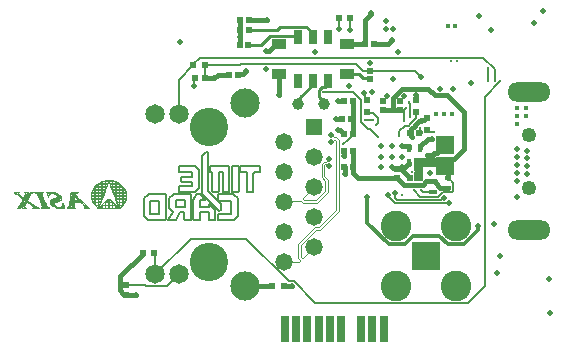
<source format=gbl>
G04*
G04 #@! TF.GenerationSoftware,Altium Limited,Altium Designer,24.1.2 (44)*
G04*
G04 Layer_Physical_Order=4*
G04 Layer_Color=16711680*
%FSLAX44Y44*%
%MOMM*%
G71*
G04*
G04 #@! TF.SameCoordinates,BDBBCEB5-9933-478C-A866-C286992FDBA5*
G04*
G04*
G04 #@! TF.FilePolarity,Positive*
G04*
G01*
G75*
%ADD10C,0.2000*%
%ADD22R,0.4725X0.5153*%
%ADD26R,0.5725X0.6153*%
%ADD27R,0.4725X0.5811*%
%ADD29R,0.6000X0.5000*%
%ADD31R,0.5000X0.6000*%
%ADD33R,0.5153X0.4725*%
%ADD34C,1.0000*%
%ADD62C,2.6018*%
%ADD63R,2.4248X2.4248*%
%ADD70C,0.1530*%
%ADD71C,0.3810*%
%ADD72C,0.2030*%
%ADD73C,0.3493*%
%ADD74C,0.1704*%
%ADD75C,0.1161*%
%ADD76R,0.6500X2.2250*%
%ADD77C,3.2500*%
%ADD78R,1.4780X1.4780*%
%ADD79C,1.4780*%
%ADD80C,1.6500*%
%ADD81C,2.4750*%
%ADD82O,3.6600X1.6600*%
%ADD83C,1.2500*%
%ADD84C,0.4800*%
%ADD85C,0.3000*%
%ADD86C,0.4500*%
%ADD87C,0.5000*%
%ADD88C,0.2761*%
%ADD89R,0.5200X0.5200*%
%ADD90R,0.6153X0.5725*%
%ADD91R,0.5811X0.4725*%
%ADD92R,1.2500X0.8500*%
%ADD93R,0.6500X1.2500*%
%ADD94R,0.5596X0.5621*%
%ADD95R,1.5562X1.5544*%
%ADD96R,0.4500X0.6750*%
%ADD97R,0.6750X0.4500*%
%ADD98R,0.5000X0.4000*%
%ADD99C,0.0127*%
G36*
X865000Y655750D02*
X843500D01*
Y644353D01*
X842897Y643750D01*
X836621D01*
Y649692D01*
X836621D01*
X836697Y650931D01*
X836810Y651203D01*
Y652158D01*
X836500Y652906D01*
Y662750D01*
X865000D01*
Y655750D01*
D02*
G37*
D10*
X687189Y628790D02*
X687250Y628226D01*
X687000Y629319D02*
X687189Y628790D01*
X684121Y632197D02*
X687000Y629319D01*
X683669Y632371D02*
X684121Y632197D01*
X683306Y632452D02*
X683669Y632371D01*
X671105Y632452D02*
X683306Y632452D01*
X674891Y634335D02*
X679210Y634335D01*
X682895D02*
X687214Y634335D01*
X695310Y634339D02*
X699694Y634339D01*
X687214Y634335D02*
X687659Y634483D01*
X610678Y610810D02*
X611226Y610621D01*
X607799Y613689D02*
X610678Y610810D01*
X607625Y614222D02*
X607799Y613689D01*
X607549Y614786D02*
X607625Y614222D01*
X613085Y615839D02*
X620436D01*
X613085D02*
Y627129D01*
X620436Y615839D02*
Y627129D01*
X607549Y628242D02*
X607549Y614786D01*
X613085Y627129D02*
X617746D01*
X617746Y627129D01*
X620436Y627129D01*
X607549Y628242D02*
X607625Y628806D01*
X607795Y629319D01*
X610690Y632181D01*
X625784Y632268D02*
X625960Y631855D01*
X610690Y632181D02*
X611238Y632355D01*
X625367Y632435D02*
X625784Y632268D01*
X611238Y632355D02*
X611815Y632435D01*
X625367D01*
X634077Y610685D02*
X634452Y611044D01*
X628254Y610686D02*
X628287Y611044D01*
X641867Y611137D02*
X642017Y610691D01*
X647227Y610693D02*
X647375Y611137D01*
X625812Y610709D02*
X625960Y611153D01*
X634452Y611044D02*
X637956Y616992D01*
X641867Y616960D02*
X641867Y611137D01*
X628287Y611044D02*
X632165Y617520D01*
X641829Y617079D02*
X641867Y616960D01*
X637956Y616992D02*
X638173Y617117D01*
X641710D02*
X641829Y617079D01*
X638173Y617117D02*
X641710D01*
X629286Y620464D02*
X632165Y617520D01*
X629069Y620947D02*
X629286Y620464D01*
X628976Y621403D02*
X629069Y620947D01*
X647375Y631855D02*
X647375Y611137D01*
X625960Y631855D02*
X625960Y611153D01*
X634512Y622028D02*
X642085D01*
Y627347D01*
X634512Y622028D02*
Y627347D01*
X628976Y628226D02*
X628976Y621403D01*
X634512Y627347D02*
X642085D01*
X634512D02*
X634512D01*
X628976Y628226D02*
X629053Y628790D01*
X629226Y629319D01*
X632105Y632197D01*
X647203Y632276D02*
X647375Y631855D01*
X632105Y632197D02*
X632653Y632371D01*
X646782Y632452D02*
X647203Y632276D01*
X632653Y632371D02*
X633230Y632452D01*
X646782Y632452D01*
X638109Y634339D02*
X650016Y634339D01*
X654548Y610581D02*
X654955Y610738D01*
X683589Y610609D02*
X684121Y610798D01*
X670540Y611141D02*
X670713Y610718D01*
X649605Y611141D02*
X649774Y610738D01*
X667798Y610738D02*
X667972Y611141D01*
X662480Y611145D02*
X662638Y610738D01*
X654955Y610738D02*
X655113Y611145D01*
X684121Y610798D02*
X687000Y613677D01*
X670540Y611141D02*
X670540Y615274D01*
X687000Y613677D02*
X687190Y614210D01*
X662480Y611145D02*
X662480Y616790D01*
X655113Y616790D02*
X655113Y611145D01*
X687190Y614210D02*
X687250Y614774D01*
X667972Y611141D02*
Y618802D01*
X670540Y615274D02*
X670714Y615677D01*
X671137Y615831D01*
X681181Y615831D01*
X681585Y616004D01*
X681754Y616427D01*
X672754Y619355D02*
X673016Y619863D01*
X681754Y626568D02*
X681754Y616427D01*
X687250Y628226D02*
X687250Y614774D01*
X673016Y619863D02*
Y623936D01*
X672762Y624431D02*
X673016Y623936D01*
X672420Y624887D02*
X672762Y624431D01*
X681585Y626972D02*
X681754Y626568D01*
X681161Y627129D02*
X681585Y626972D01*
X671105Y627129D02*
X681161Y627129D01*
X662307Y617193D02*
X662480Y616790D01*
X655113Y616790D02*
X655282Y617194D01*
X661903Y617351D02*
X662307Y617193D01*
X655282Y617194D02*
X655706Y617351D01*
X661903Y617351D01*
X671512Y618004D02*
X672399Y618887D01*
X672754Y619355D01*
X649605Y611141D02*
X649605Y628226D01*
X662464Y624262D02*
X667972Y618802D01*
X655101Y622032D02*
X662464D01*
Y624262D01*
X655101Y622032D02*
Y627573D01*
X657593Y631758D02*
X671512Y618004D01*
X671290Y626012D02*
X672420Y624887D01*
X670682Y627303D02*
X671105Y627129D01*
X670508Y627726D02*
X670682Y627303D01*
X655101Y627573D02*
X659722Y627573D01*
X649605Y628226D02*
X649669Y628806D01*
X649843Y629355D01*
X670508Y627726D02*
X670508Y631855D01*
X654762Y632484D02*
X659722Y627573D01*
X662186Y634988D02*
X671290Y626012D01*
X649843Y629355D02*
X652722Y632234D01*
X670508Y631855D02*
X670682Y632278D01*
X656916Y632770D02*
X657593Y631758D01*
X652722Y632234D02*
X653270Y632407D01*
X670682Y632278D02*
X671105Y632452D01*
X653270Y632407D02*
X653847Y632484D01*
X654762D01*
X656678Y633964D02*
X656916Y632770D01*
X666254Y634335D02*
X670198Y634335D01*
X650016Y634339D02*
X650581Y634399D01*
X670790Y650919D02*
X674294D01*
X662186Y634988D02*
Y668322D01*
X663895Y656226D02*
X663899Y650919D01*
X660931Y668322D02*
X662186D01*
X637516Y634931D02*
X637687Y634510D01*
X637516Y638843D02*
X637516Y634931D01*
X637516Y638843D02*
X637690Y639266D01*
X638093Y639439D01*
X637677Y651298D02*
X638081Y651141D01*
X637504Y651702D02*
X637677Y651298D01*
X637504Y651702D02*
X637504Y655645D01*
X637675Y656067D01*
X638097Y656238D01*
X637687Y634510D02*
X638109Y634339D01*
X650581Y634399D02*
X651113Y634589D01*
X653996Y637464D01*
X654186Y637996D01*
X654246Y638556D01*
X638093Y639439D02*
X648577Y639439D01*
X648734Y639593D01*
X648734Y642976D02*
X648734Y639593D01*
X648694Y643092D02*
X648734Y642976D01*
X648577Y643129D02*
X648694Y643092D01*
X639669Y643129D02*
X648577Y643129D01*
X639225Y643280D02*
X639669Y643129D01*
X639077Y643726D02*
X639225Y643280D01*
X654246Y652016D02*
X654246Y638556D01*
X639077Y643726D02*
Y646851D01*
X639242Y647271D01*
X639657Y647448D01*
X648577Y647447D01*
X648734Y647577D01*
X656678Y633964D02*
Y664117D01*
X648734Y647577D02*
Y650984D01*
X648692Y651109D02*
X648734Y650984D01*
X648565Y651141D02*
X648692Y651109D01*
X638081Y651141D02*
X648565Y651141D01*
X654186Y652577D02*
X654246Y652016D01*
X653996Y653109D02*
X654186Y652577D01*
X651117Y655988D02*
X653996Y653109D01*
X650585Y656161D02*
X651117Y655988D01*
X650020Y656238D02*
X650585Y656161D01*
X638097Y656238D02*
X650020Y656238D01*
X656678Y664117D02*
X656754Y664693D01*
X656927Y665226D01*
X674446Y634483D02*
X674891Y634335D01*
X682451Y634483D02*
X682895Y634335D01*
X679210D02*
X679654Y634483D01*
X665851Y634504D02*
X666254Y634335D01*
X670198Y634335D02*
X670619Y634506D01*
X674294Y634927D02*
X674446Y634483D01*
X679654Y634483D02*
X679802Y634927D01*
X682302D02*
X682451Y634483D01*
X665694Y634927D02*
X665851Y634504D01*
X670619Y634506D02*
X670790Y634927D01*
X665694Y650919D02*
X665694Y634927D01*
X674294Y650919D02*
X674294Y634927D01*
X670790Y634927D02*
Y650919D01*
X682302Y655633D02*
X682302Y634927D01*
X679802D02*
Y655645D01*
X663899Y650919D02*
X665694D01*
X660355Y668278D02*
X660931Y668322D01*
X679631Y656057D02*
X679802Y655645D01*
X682302Y655633D02*
X682451Y656077D01*
X687654Y656081D02*
X687811Y655645D01*
X679218Y656226D02*
X679631Y656057D01*
X682451Y656077D02*
X682895Y656226D01*
X687214D02*
X687654Y656081D01*
X682895Y656226D02*
X687214D01*
X663895D02*
X679218D01*
X656927Y665226D02*
X659807Y668105D01*
X660355Y668278D01*
X694907Y634508D02*
X695310Y634339D01*
X699694Y634339D02*
X700097Y634508D01*
X687659Y634483D02*
X687810Y634927D01*
X694754Y634931D02*
X694907Y634508D01*
X700097Y634508D02*
X700270Y634931D01*
X700826Y650915D02*
X705262Y650915D01*
X700270Y650355D02*
X700270Y634931D01*
X694754Y634931D02*
X694754Y650359D01*
X687810Y634927D02*
X687811Y655645D01*
X700270Y650355D02*
X700423Y650758D01*
X694581Y650762D02*
X694754Y650359D01*
X700423Y650758D02*
X700826Y650915D01*
X694177Y650919D02*
X694581Y650762D01*
X689742Y650919D02*
X694177Y650919D01*
X705262Y650915D02*
X705684Y651087D01*
X689320Y651090D02*
X689742Y650919D01*
X705684Y651087D02*
X705859Y651508D01*
X689149Y651512D02*
X689320Y651090D01*
X689149Y651512D02*
X689149Y655633D01*
X705859Y655645D02*
X705859Y651508D01*
X689149Y655633D02*
X689319Y656056D01*
X705714Y656069D02*
X705859Y655645D01*
X689319Y656056D02*
X689742Y656226D01*
X705294D02*
X705714Y656069D01*
X689742Y656226D02*
X705294D01*
X628597Y610544D02*
X633573Y610544D01*
X642464Y610544D02*
X646782Y610544D01*
X611803Y610560D02*
X625367Y610560D01*
X611226Y610621D02*
X611803Y610560D01*
X633573Y610544D02*
X634077Y610685D01*
X628254Y610686D02*
X628597Y610544D01*
X642017Y610691D02*
X642464Y610544D01*
X646782Y610544D02*
X647227Y610693D01*
X625367Y610560D02*
X625812Y610709D01*
X667395Y610581D02*
X667798Y610738D01*
X662638Y610738D02*
X663044Y610581D01*
X671137Y610548D02*
X683028Y610548D01*
X683589Y610609D01*
X663044Y610581D02*
X667395Y610581D01*
X650198Y610581D02*
X654548Y610581D01*
X670713Y610718D02*
X671137Y610548D01*
X649774Y610738D02*
X650198Y610581D01*
D22*
X821690Y654026D02*
D03*
Y646454D02*
D03*
X824230Y711176D02*
D03*
Y703604D02*
D03*
X810260Y711176D02*
D03*
Y703604D02*
D03*
D26*
X592750Y546964D02*
D03*
Y555536D02*
D03*
D27*
X798750Y729595D02*
D03*
Y736905D02*
D03*
D29*
X847500Y697250D02*
D03*
Y687250D02*
D03*
X796290Y702390D02*
D03*
Y712390D02*
D03*
X838200Y702390D02*
D03*
Y712390D02*
D03*
D31*
X649500Y742000D02*
D03*
X659500D02*
D03*
X716000Y554750D02*
D03*
X726000D02*
D03*
X616500Y582750D02*
D03*
X606500D02*
D03*
D33*
X794464Y760000D02*
D03*
X802036D02*
D03*
X777264Y711200D02*
D03*
X784836D02*
D03*
X775500Y696250D02*
D03*
X783071D02*
D03*
X840716Y684530D02*
D03*
X833144D02*
D03*
X777264Y669290D02*
D03*
X784836D02*
D03*
X777264Y655320D02*
D03*
X784836D02*
D03*
X833144Y646430D02*
D03*
X840716D02*
D03*
D34*
X759750Y708750D02*
D03*
X738250D02*
D03*
D62*
X821350Y605900D02*
D03*
X872150D02*
D03*
X821350Y555100D02*
D03*
X872150D02*
D03*
D63*
X846750Y580500D02*
D03*
D70*
X655165Y748165D02*
X894561D01*
X904625Y738101D01*
X649500Y742500D02*
X655165Y748165D01*
X882176Y540426D02*
X896180Y554430D01*
Y715180D01*
X909500Y728500D01*
X694194Y594750D02*
X730379Y558565D01*
X617240Y564660D02*
X647330Y594750D01*
X694194D01*
X752573Y540426D02*
X882176D01*
X734434Y558565D02*
X752573Y540426D01*
X616500Y582750D02*
X617240Y582010D01*
Y564660D02*
Y582010D01*
X637540Y564660D02*
X638403Y563797D01*
X730379Y558565D02*
X734434D01*
X833000Y697500D02*
Y709352D01*
X649500Y741500D02*
Y742000D01*
Y742500D01*
X832250Y710102D02*
X833000Y709352D01*
X832250Y710102D02*
Y710500D01*
X828257Y703860D02*
X829500Y705102D01*
Y705500D01*
X828000Y694500D02*
X828257Y694757D01*
Y703860D01*
X904625Y728375D02*
Y738101D01*
X637540Y729540D02*
X649500Y741500D01*
X637540Y700260D02*
Y729540D01*
X852852Y685163D02*
X853250D01*
X849235Y685515D02*
X852500D01*
X852852Y685163D01*
X847500Y687250D02*
X849235Y685515D01*
D71*
X802036Y760000D02*
X814482D01*
X817732Y763250D01*
X818000D01*
X667268Y731000D02*
X670018Y733750D01*
X667000Y731000D02*
X667268D01*
X670018Y733750D02*
X679845D01*
X713777Y753727D02*
X719750Y759700D01*
X710748Y753537D02*
X710938Y753727D01*
X719750Y759700D02*
X721750D01*
X710938Y753727D02*
X713777D01*
X697000Y779750D02*
X711750D01*
X689345Y765354D02*
Y771750D01*
Y758957D02*
Y765354D01*
X689172Y771922D02*
Y779578D01*
Y771922D02*
X689345Y771750D01*
X689000Y779750D02*
X689172Y779578D01*
X691440Y734207D02*
X693732Y736500D01*
X687155Y733750D02*
X687613Y734207D01*
X691440D01*
X693732Y736500D02*
X694000D01*
X799750Y785232D02*
Y785500D01*
X794464Y760000D02*
Y779947D01*
X799750Y785232D01*
X688887Y758500D02*
X689345Y758957D01*
X688845Y758500D02*
X688887D01*
X721750Y716500D02*
Y734300D01*
X779250Y759700D02*
X779400Y759850D01*
X794314D02*
X794464Y760000D01*
X779400Y759850D02*
X794314D01*
X784949Y697230D02*
Y711087D01*
X789280Y645969D02*
X815750D01*
X785000Y650250D02*
X789280Y645969D01*
X826424Y652936D02*
Y655326D01*
X817628Y655515D02*
X818446Y654697D01*
X817360Y655515D02*
X817628D01*
X821233Y654697D02*
X821690Y654240D01*
X826235Y655515D02*
X826424Y655326D01*
X818446Y654697D02*
X821233D01*
X822147Y645783D02*
X827430Y640500D01*
X822147Y645783D02*
Y645997D01*
X821690Y646454D02*
X822147Y645997D01*
X841468Y640532D02*
X841500Y640500D01*
X825828Y721680D02*
X848169D01*
X818352Y714204D02*
X825828Y721680D01*
X878305Y670694D02*
Y702094D01*
X864344Y716055D02*
X878305Y702094D01*
X853794Y716055D02*
X864344D01*
X847618Y665618D02*
X851980D01*
X815750Y646000D02*
X821236D01*
X834190Y640500D02*
X834222Y640532D01*
X827430Y640500D02*
X834190D01*
X834222Y640532D02*
X841468D01*
X841500D02*
X843723D01*
X846472Y643280D01*
X851843Y665754D02*
X853387Y667298D01*
X855381D01*
X862321Y674239D01*
X592750Y546964D02*
X592893Y547107D01*
X600857D01*
X601000Y547250D01*
X587083Y551297D02*
X590243Y548136D01*
X587083Y551297D02*
Y562833D01*
X606500Y582250D01*
Y582750D01*
X659036Y731000D02*
X667000D01*
X726000Y554750D02*
X726125Y554625D01*
X732625D01*
X732750Y554500D01*
X715870Y554880D02*
X716000Y554750D01*
X693440Y555010D02*
X693570Y554880D01*
X715870D01*
X840892Y694608D02*
X842411D01*
X836985Y690503D02*
Y690701D01*
X833359Y684530D02*
X833816Y684987D01*
X836985Y690701D02*
X840892Y694608D01*
X833816Y684987D02*
Y687334D01*
X842600Y694987D02*
X844737D01*
X833816Y687334D02*
X836985Y690503D01*
X840716Y684530D02*
X840930D01*
X841387Y684987D01*
X826424Y652936D02*
X832930Y646430D01*
X833144D01*
X821690Y654026D02*
Y654240D01*
X831960Y673076D02*
X832305Y672731D01*
X826235Y673265D02*
X826424Y673076D01*
X832305Y671830D02*
Y672731D01*
X826424Y673076D02*
X831960D01*
Y657660D02*
X832305Y658005D01*
X830835Y657660D02*
X831960D01*
X832305Y658005D02*
Y659130D01*
X828879Y655704D02*
X830835Y657660D01*
X777000Y664500D02*
X777132Y664632D01*
Y669158D01*
X777264Y669290D01*
Y655320D02*
X777464Y655120D01*
Y649806D02*
Y655120D01*
X784949Y683373D02*
Y697230D01*
X777038Y683260D02*
Y683272D01*
X772439Y687061D02*
X773249D01*
X777038Y683272D01*
X772250Y687250D02*
X772439Y687061D01*
X775300Y696050D02*
X775500Y696250D01*
X769986Y696050D02*
X775300D01*
X771750Y711000D02*
X777064D01*
X777264Y711200D01*
X858717Y638000D02*
X865250D01*
X852750Y643625D02*
X853875D01*
X854220Y643280D01*
Y642497D02*
Y643280D01*
Y642497D02*
X858717Y638000D01*
X818352Y703604D02*
Y714204D01*
X838225Y712415D02*
Y716475D01*
X838200Y712390D02*
X838225Y712415D01*
X810260Y703604D02*
X818352D01*
X824230D01*
X834565Y680935D02*
Y681203D01*
X833816Y681952D02*
X834565Y681203D01*
X833816Y681952D02*
Y684073D01*
X833359Y684530D02*
X833816Y684073D01*
X846405Y696655D02*
X846905D01*
X842411Y694608D02*
X842600Y694798D01*
X846905Y696655D02*
X847500Y697250D01*
X844737Y694987D02*
X846405Y696655D01*
X848169Y721680D02*
X853794Y716055D01*
X851060Y679311D02*
X851249Y679500D01*
X847911Y679311D02*
X851060D01*
X841555Y672955D02*
X847911Y679311D01*
X841555Y671830D02*
Y672955D01*
X846472Y643280D02*
X852405D01*
X852750Y643625D01*
X870200Y662588D02*
X878305Y670694D01*
X868197Y662588D02*
X870200D01*
X862330Y656721D02*
X868197Y662588D01*
X841555Y659130D02*
Y660255D01*
X821236Y646000D02*
X821690Y646454D01*
X784836Y655320D02*
X785000Y655156D01*
Y650250D02*
Y655156D01*
X784836Y655320D02*
Y669290D01*
Y711200D02*
X784949Y711087D01*
X865250Y646000D02*
Y653801D01*
X862330Y656721D02*
X865250Y653801D01*
D72*
X773000Y772250D02*
Y781786D01*
X773214Y782000D01*
X781750Y771500D02*
X781786Y771536D01*
Y782000D01*
X792718Y737032D02*
X836967D01*
X787185Y742565D02*
X792718Y737032D01*
X842250Y636000D02*
X843875Y634375D01*
X842250Y636000D02*
Y636227D01*
X798275Y700905D02*
X801876D01*
X801436Y695500D02*
X801699D01*
X794869Y695000D02*
X800936D01*
X796790Y702390D02*
X798275Y700905D01*
X805503Y692793D02*
Y697278D01*
X801876Y700905D02*
X805503Y697278D01*
X800936Y695000D02*
X801436Y695500D01*
X803987Y691277D02*
X805503Y692793D01*
X803987Y691119D02*
Y691277D01*
X836005Y635995D02*
Y636227D01*
Y635995D02*
X841790Y630210D01*
X608133Y555536D02*
X609174Y554495D01*
X592750Y555536D02*
X608133D01*
X609174Y554495D02*
X627375D01*
X637540Y564660D01*
X650250Y724000D02*
Y730786D01*
X650464Y731000D01*
X617240Y697510D02*
X617500Y697250D01*
X617240Y697510D02*
Y700260D01*
X689294Y742565D02*
X787185D01*
X659036Y731000D02*
X659500Y731464D01*
Y742000D01*
X836967Y737032D02*
X842500Y731500D01*
X688979Y742250D02*
X689294Y742565D01*
X660500Y742250D02*
X688979D01*
X659500Y742000D02*
X660250D01*
X660500Y742250D01*
X840716Y684530D02*
X841750Y685564D01*
Y688750D01*
X833165Y692283D02*
X837925Y697043D01*
X831665Y690585D02*
X833165Y692085D01*
Y692283D01*
X837925Y697043D02*
Y702115D01*
X780629Y678534D02*
X781844Y679749D01*
X780284Y678534D02*
X780629D01*
X776500Y674750D02*
X780284Y678534D01*
X794780Y713875D02*
Y717470D01*
X794250Y718000D02*
X794780Y717470D01*
X796265Y712390D02*
X796290D01*
X794780Y713875D02*
X796265Y712390D01*
X843875Y634375D02*
X852750D01*
X841790Y630210D02*
X856918D01*
X860793Y634085D02*
X868543D01*
X856918Y630210D02*
X860793Y634085D01*
X865750Y646000D02*
X869665Y642085D01*
X865250Y646000D02*
X865750D01*
X868543Y634085D02*
X869665Y635207D01*
Y642085D01*
X824230Y711390D02*
X828090Y715250D01*
X824230Y711176D02*
Y711390D01*
X828090Y715250D02*
X828250D01*
X837925Y702115D02*
X838200Y702390D01*
X828391Y690585D02*
X831665D01*
X823824Y686018D02*
X828391Y690585D01*
X797654Y687385D02*
X799115D01*
X791375Y693664D02*
X797654Y687385D01*
X799115D02*
X805500Y681000D01*
X791375Y693664D02*
Y712308D01*
X796290Y702390D02*
X796790D01*
X784933Y718750D02*
X791375Y712308D01*
X823824Y681696D02*
Y686018D01*
Y681696D02*
X824010Y681510D01*
X899125Y728625D02*
X899250Y728500D01*
X899000Y739250D02*
X899125Y739125D01*
Y728625D02*
Y739125D01*
X759500Y718750D02*
X784933D01*
X781844Y679749D02*
Y680029D01*
X785062Y683248D01*
Y683260D01*
X784949Y683373D02*
X785062Y683260D01*
D73*
X890500Y605500D02*
X890750Y605750D01*
X865005Y590245D02*
X878635D01*
X835760Y597500D02*
X857750D01*
X865005Y590245D01*
X828504D02*
X835760Y597500D01*
X890500Y602110D02*
Y605500D01*
X878635Y590245D02*
X890500Y602110D01*
X814865Y590245D02*
X828504D01*
X796750Y608360D02*
X814865Y590245D01*
X796750Y608360D02*
Y630500D01*
D74*
X820578Y624839D02*
X865707D01*
X817100Y628318D02*
X820578Y624839D01*
X817100Y628318D02*
Y628368D01*
X820659Y628441D02*
X821657Y627443D01*
X819819Y629495D02*
X820659Y628656D01*
X819819Y629495D02*
Y633359D01*
X819885Y633424D01*
X821657Y627443D02*
X859416D01*
X814387Y631081D02*
Y631919D01*
X820659Y628441D02*
Y628656D01*
X814387Y631081D02*
X817100Y628368D01*
X865707Y624839D02*
X865949Y625080D01*
X859416Y627443D02*
X860967Y628995D01*
X861805D01*
D75*
X772393Y618340D02*
Y678613D01*
X766548Y682330D02*
X768310Y680568D01*
X765810Y676630D02*
X766548D01*
X768310Y678391D01*
X769536D01*
X770217Y677711D01*
Y619242D02*
Y677711D01*
X765810Y682330D02*
X766548D01*
X770438Y680568D02*
X772393Y678613D01*
X768310Y680568D02*
X770438D01*
X738431Y590594D02*
X752377Y604539D01*
X753279Y602363D02*
X756416D01*
X755514Y604539D02*
X770217Y619242D01*
X752377Y604539D02*
X755514D01*
X756416Y602363D02*
X772393Y618340D01*
X740609Y589692D02*
X753279Y602363D01*
X727049Y626719D02*
X740711D01*
X726440Y626110D02*
X727049Y626719D01*
X763148Y634126D02*
Y644919D01*
X754424Y625401D02*
X763148Y634126D01*
X760398Y647669D02*
X763148Y644919D01*
X742251Y629221D02*
X751840Y638810D01*
X742251Y628259D02*
Y629221D01*
Y628259D02*
X742931Y627579D01*
X753522D02*
X760972Y635028D01*
X742931Y627579D02*
X753522D01*
X740711Y626719D02*
X742029Y625401D01*
X754424D01*
X760972Y635028D02*
Y644017D01*
X763555Y656630D02*
X764540D01*
X762360Y657825D02*
X763555Y656630D01*
X761079Y657825D02*
X762360D01*
X760398Y657145D02*
X761079Y657825D01*
X760398Y647669D02*
Y657145D01*
X758222Y658047D02*
X760177Y660002D01*
X761474D01*
X758222Y646767D02*
X760972Y644017D01*
X758222Y646767D02*
Y658047D01*
X763802Y662330D02*
X764540D01*
X761474Y660002D02*
X763802Y662330D01*
X738998Y575310D02*
X739678Y575990D01*
X726440Y575310D02*
X738998D01*
X738431Y578199D02*
Y590594D01*
Y578199D02*
X739678Y576952D01*
X742251Y578420D02*
X751840Y588010D01*
X741289Y578420D02*
X742251D01*
X739678Y575990D02*
Y576952D01*
X740609Y579101D02*
X741289Y578420D01*
X740609Y579101D02*
Y589692D01*
D76*
X764896Y517930D02*
D03*
X727250D02*
D03*
X736662D02*
D03*
X755485D02*
D03*
X746073D02*
D03*
X774308D02*
D03*
X801146D02*
D03*
X810558D02*
D03*
X791735D02*
D03*
D77*
X662940Y689610D02*
D03*
Y575310D02*
D03*
D78*
X751840Y689610D02*
D03*
D79*
X726440Y676910D02*
D03*
X751840Y664210D02*
D03*
X726440Y651510D02*
D03*
X751840Y638810D02*
D03*
X726440Y626110D02*
D03*
X751840Y613410D02*
D03*
X726440Y600710D02*
D03*
X751840Y588010D02*
D03*
X726440Y575310D02*
D03*
D80*
X637540Y700260D02*
D03*
X617240D02*
D03*
X637540Y564660D02*
D03*
X617240D02*
D03*
D81*
X693440Y709910D02*
D03*
Y555010D02*
D03*
D82*
X933450Y601900D02*
D03*
Y718900D02*
D03*
D83*
Y637900D02*
D03*
Y682900D02*
D03*
D84*
X818000Y763250D02*
D03*
X781996Y771354D02*
D03*
X773000Y772250D02*
D03*
X638250Y761000D02*
D03*
X710748Y753537D02*
D03*
X711750Y779750D02*
D03*
X694000Y736500D02*
D03*
X799750Y785500D02*
D03*
X812250Y778800D02*
D03*
X689345Y765354D02*
D03*
X721750Y716500D02*
D03*
X752750Y753270D02*
D03*
X711250Y738250D02*
D03*
X890750Y605750D02*
D03*
X796750Y630500D02*
D03*
X808485Y655515D02*
D03*
X817360D02*
D03*
X826235D02*
D03*
X813250Y715250D02*
D03*
X849500Y650500D02*
D03*
X903625Y606875D02*
D03*
X906625Y565625D02*
D03*
X951125Y532125D02*
D03*
X909360Y580390D02*
D03*
X951000Y560500D02*
D03*
X819885Y633424D02*
D03*
X814387Y631919D02*
D03*
X601000Y547250D02*
D03*
X667000Y731000D02*
D03*
X650250Y724000D02*
D03*
X842500Y731500D02*
D03*
X732750Y554500D02*
D03*
X923500Y663792D02*
D03*
Y657083D02*
D03*
Y650375D02*
D03*
Y643667D02*
D03*
Y630250D02*
D03*
X932000Y650000D02*
D03*
Y669250D02*
D03*
X923500Y670500D02*
D03*
X932000Y656417D02*
D03*
Y662833D02*
D03*
X777000Y664500D02*
D03*
X777464Y649806D02*
D03*
X772250Y687250D02*
D03*
X769986Y696050D02*
D03*
X771750Y711000D02*
D03*
X798750Y743500D02*
D03*
X781500Y724250D02*
D03*
X823000Y753250D02*
D03*
X945250Y787500D02*
D03*
X891000Y783750D02*
D03*
X938250Y777750D02*
D03*
X901500Y771500D02*
D03*
X884750Y727000D02*
D03*
X865949Y625080D02*
D03*
X861805Y628995D02*
D03*
X794250Y718000D02*
D03*
X818250Y730000D02*
D03*
X828250Y715250D02*
D03*
X838225Y716475D02*
D03*
X801000Y719250D02*
D03*
X834565Y680935D02*
D03*
X842600Y694798D02*
D03*
X818352Y703604D02*
D03*
X851249Y679500D02*
D03*
X808235Y663745D02*
D03*
X826485D02*
D03*
X826235Y673265D02*
D03*
X817360Y663745D02*
D03*
X817360Y673265D02*
D03*
X808485D02*
D03*
X818250Y772750D02*
D03*
X812250D02*
D03*
X764540Y662330D02*
D03*
Y656630D02*
D03*
X765810Y682330D02*
D03*
Y676630D02*
D03*
D85*
X834410Y651680D02*
D03*
X842250Y636227D02*
D03*
X841500Y640500D02*
D03*
X801699Y695500D02*
D03*
X851750Y657500D02*
D03*
X847500Y665500D02*
D03*
X836005Y636227D02*
D03*
X851980Y665618D02*
D03*
X841750Y688750D02*
D03*
X833000Y697500D02*
D03*
X776500Y674750D02*
D03*
X832250Y710500D02*
D03*
X829500Y705500D02*
D03*
X794869Y695000D02*
D03*
X803987Y691119D02*
D03*
X828000Y694500D02*
D03*
X909500Y728500D02*
D03*
X904625Y728375D02*
D03*
X853250Y685163D02*
D03*
X826000Y631416D02*
D03*
X824010Y681510D02*
D03*
X899000Y739250D02*
D03*
X899250Y728500D02*
D03*
X759369Y718750D02*
D03*
X805500Y681000D02*
D03*
X867250Y745000D02*
D03*
X872500D02*
D03*
X785000Y650250D02*
D03*
D86*
X868250Y700000D02*
D03*
X930750Y705250D02*
D03*
Y698500D02*
D03*
X854750Y700000D02*
D03*
X871250Y775000D02*
D03*
X864750D02*
D03*
X861500Y700000D02*
D03*
X923750Y705250D02*
D03*
Y698500D02*
D03*
Y692250D02*
D03*
D87*
X869100Y721360D02*
D03*
X858100D02*
D03*
D88*
X728945Y766230D02*
X728945Y766230D01*
X737319D02*
X737800Y765750D01*
X728945Y766230D02*
X737319D01*
X714555Y766230D02*
X728945D01*
X706825Y758500D02*
X714555Y766230D01*
X696655Y771750D02*
X720310D01*
X722840Y774280D01*
X755588Y714871D02*
Y720316D01*
Y714871D02*
X759750Y710709D01*
X763200Y725250D02*
Y728250D01*
X761330Y723381D02*
X763200Y725250D01*
X758653Y723381D02*
X761330D01*
X755588Y720316D02*
X758653Y723381D01*
X759750Y708750D02*
Y710709D01*
X750500Y725250D02*
Y728250D01*
X739635Y714385D02*
X750500Y725250D01*
X739635Y710135D02*
Y714385D01*
X738250Y708750D02*
X739635Y710135D01*
X696155Y758500D02*
X706825D01*
X722840Y774280D02*
X744969D01*
X750500Y765750D02*
Y768750D01*
X744969Y774280D02*
X750500Y768750D01*
X789641Y734300D02*
X792822Y731119D01*
X798750Y729595D02*
Y730138D01*
X779250Y734300D02*
X789641D01*
X792822Y731119D02*
X797768D01*
X798750Y730138D01*
D89*
X689000Y779750D02*
D03*
X697000D02*
D03*
D90*
X773214Y782000D02*
D03*
X781786D02*
D03*
X659036Y731000D02*
D03*
X650464D02*
D03*
D91*
X687155Y733750D02*
D03*
X679845D02*
D03*
X696655Y771750D02*
D03*
X689345D02*
D03*
X696155Y758500D02*
D03*
X688845D02*
D03*
D92*
X779250Y759700D02*
D03*
X721750D02*
D03*
Y734300D02*
D03*
X779250D02*
D03*
D93*
X763200Y765750D02*
D03*
X750500D02*
D03*
X737800D02*
D03*
Y728250D02*
D03*
X750500D02*
D03*
X763200D02*
D03*
D94*
X777038Y683260D02*
D03*
X785062D02*
D03*
D95*
X862330Y674239D02*
D03*
Y656721D02*
D03*
D96*
X832305Y671830D02*
D03*
X841555D02*
D03*
X832305Y659130D02*
D03*
X841555D02*
D03*
D97*
X852750Y634375D02*
D03*
Y643625D02*
D03*
D98*
X865250Y646000D02*
D03*
Y638000D02*
D03*
D99*
X571686Y630881D02*
X571735Y630964D01*
X571649Y630212D02*
X571686Y630881D01*
X571649Y630212D02*
X571670Y629455D01*
X571344Y628811D02*
X571739Y628733D01*
X577653Y627703D02*
X577779Y627575D01*
X577526Y627542D02*
X577653Y627703D01*
X586550Y629254D02*
X586608Y629203D01*
X586420Y629092D02*
X586550Y629254D01*
X586269Y628936D02*
X586420Y629092D01*
X585996Y628834D02*
X586269Y628936D01*
X584857Y628743D02*
X585996Y628834D01*
X585624Y628642D02*
X586190Y628730D01*
X586511Y628915D01*
X586608Y629203D01*
X584793Y628645D02*
X585624Y628642D01*
X582945Y631108D02*
X583167Y631033D01*
X582754Y631097D02*
X582945Y631108D01*
X582694Y631009D02*
X582754Y631097D01*
X582694Y631009D02*
X582978Y630279D01*
X583656Y631198D02*
X584919Y631250D01*
X583656Y631198D02*
X583665Y630526D01*
X583477Y628707D02*
X584857Y628743D01*
X583477Y628707D02*
X584793Y628645D01*
X583167Y631033D02*
X583317Y630854D01*
X582978Y630279D02*
X583286Y629585D01*
X583317Y630854D02*
X583350Y630093D01*
X583665Y630526D02*
X583674Y629854D01*
X583710Y630492D01*
X583746Y631132D01*
X583286Y629585D02*
X583350Y630093D01*
X583746Y631132D02*
X585088Y631092D01*
X582980Y631392D02*
X583194Y631122D01*
X583488Y630899D01*
X583571Y630919D01*
X583633Y631023D01*
X583746Y631134D01*
X583989Y631223D01*
X582980Y631392D02*
X583003Y631449D01*
X583989Y631223D02*
X584857Y631333D01*
X583567Y631466D02*
X584776Y631432D01*
X586703Y631217D02*
X587918Y631252D01*
X586703Y631217D02*
X587912Y631154D01*
X585846Y631250D02*
X586305Y631177D01*
X584919Y631250D02*
X585846Y631250D01*
X585088Y631092D02*
X585998Y631101D01*
X584857Y631333D02*
X585986Y631397D01*
X585998Y631101D02*
X586305Y631177D01*
X584776Y631432D02*
X585986Y631397D01*
X586364Y632821D02*
X586372Y632206D01*
X586453Y631902D01*
X586542Y632358D01*
X583502Y633169D02*
X583534Y632318D01*
X586542Y632358D02*
X586568Y633569D01*
X583322Y631670D02*
X583435Y632318D01*
X583229Y631516D02*
X583322Y631670D01*
X583109Y631466D02*
X583229Y631516D01*
X583003Y631449D02*
X583109Y631466D01*
X583534Y632318D02*
X583567Y631466D01*
X582170Y632475D02*
X582548Y631655D01*
X582719Y631517D01*
X582422Y631683D02*
X582481Y631556D01*
X582267Y631736D02*
X582422Y631683D01*
X582105Y631890D02*
X582267Y631736D01*
X582481Y631556D02*
X582595Y631395D01*
X582037Y632272D02*
X582105Y631890D01*
X583435Y632318D02*
X583502Y633169D01*
X582158Y633776D02*
X582618Y633792D01*
X581884Y633649D02*
X582158Y633776D01*
X581884Y633649D02*
X581930Y633243D01*
X582170Y632475D01*
X581500Y634155D02*
X582444D01*
X581956Y632690D02*
X582037Y632272D01*
X581723Y632867D02*
X581956Y632690D01*
X581549Y632930D02*
X581723Y632867D01*
X581443Y633076D02*
X581549Y632930D01*
X581345Y633854D02*
X581443Y633076D01*
X582444Y634155D02*
X583387D01*
X581297Y634052D02*
X581345Y633854D01*
X571735Y630964D02*
X571803Y630882D01*
X571670Y629455D02*
X571803Y629897D01*
X571868Y630464D01*
X571803Y630882D02*
X571868Y630464D01*
X572421Y630526D02*
X572528Y631013D01*
X572448Y631091D02*
X572528Y631013D01*
X572090Y631078D02*
X572267Y631108D01*
X571983Y630967D02*
X572090Y631078D01*
X571918Y630355D02*
X571983Y630967D01*
X571918Y630355D02*
X571953Y629904D01*
X572054Y629784D01*
X572212Y629992D02*
X572421Y630526D01*
X572054Y629784D02*
X572212Y629992D01*
X572267Y631108D02*
X572448Y631091D01*
X589584Y635559D02*
X589647Y634871D01*
X589422Y636036D02*
X589451Y635200D01*
X589317Y635068D02*
X589422Y636036D01*
X588492Y636606D02*
X588764Y636475D01*
X589520Y635166D02*
X589584Y635559D01*
X586782Y641544D02*
X587240Y641219D01*
X587890Y639391D02*
X589033Y639340D01*
X587957Y640323D02*
X589033Y639340D01*
X588979Y639486D02*
X589051Y639655D01*
X586434Y641678D02*
X586782Y641544D01*
X586290Y641640D02*
X586434Y641678D01*
X586344Y641544D02*
X586475Y641359D01*
X586538Y641099D01*
X586558Y640956D01*
X586583Y641054D01*
X586639Y641246D01*
X586766Y641308D01*
X587335Y641041D01*
X587549Y640932D01*
X587240Y641219D02*
X587549Y640932D01*
X586792Y641315D02*
X587957Y640323D01*
X586290Y641640D02*
X586344Y641544D01*
X589051Y639655D02*
X589138Y639621D01*
X588905Y639333D02*
X588979Y639486D01*
X589119Y639163D02*
X589232Y639338D01*
X589094Y638928D02*
X589152Y637887D01*
X589138Y639621D02*
X589232Y639338D01*
X588736Y639230D02*
X588905Y639333D01*
X587989Y639132D02*
X588736Y639230D01*
X587350Y639094D02*
X587989Y639132D01*
X587350Y639094D02*
X588136Y639068D01*
X588765Y639080D01*
X589119Y639163D01*
X586748Y639441D02*
X587890Y639391D01*
X587944Y638916D02*
X589094Y638928D01*
X587132Y638868D02*
X587944Y638916D01*
X586726Y639028D02*
X586792Y639121D01*
X586524Y634626D02*
X586568Y633569D01*
X586488Y634808D02*
X586524Y634626D01*
X586446Y634710D02*
X586488Y634808D01*
X586279Y634229D02*
X586446Y634710D01*
X585995Y633978D02*
X586279Y634229D01*
X585749Y633859D02*
X585995Y633978D01*
X586224Y633676D02*
X586333Y633527D01*
X586269Y636231D02*
X586283Y635155D01*
X586333Y633527D02*
X586364Y632821D01*
X585749Y633859D02*
X586027Y633757D01*
X586224Y633676D01*
X586168Y636540D02*
X586294Y636457D01*
X585888Y636603D02*
X586168Y636540D01*
X585144Y636290D02*
X586058Y636308D01*
X586255Y636366D01*
X586294Y636457D01*
X584955Y634070D02*
X586255Y634076D01*
X584984Y634115D02*
X586255Y634076D01*
X584970Y636305D02*
X586269Y636231D01*
X586222Y634155D02*
X586283Y635155D01*
X584983Y634155D02*
X586222D01*
X585078Y636663D02*
X585888Y636603D01*
X582926Y636638D02*
X583271Y636527D01*
X582295Y636661D02*
X582926Y636638D01*
X582386Y636338D02*
X583046Y636415D01*
X583271Y636527D01*
X584283Y636630D02*
X585078Y636663D01*
X584023Y636576D02*
X584283Y636630D01*
X583925Y636496D02*
X584023Y636576D01*
X583925Y636496D02*
X584283Y636367D01*
X585144Y636290D01*
X583656Y634065D02*
X584955Y634070D01*
X583713Y634155D02*
X584984Y634115D01*
X583713Y634155D02*
X583750Y635364D01*
X583746Y636305D02*
X584970D01*
X583746Y635230D02*
Y636305D01*
Y634155D02*
X584983D01*
X583746D02*
Y635230D01*
X584133Y641951D02*
X584463Y641919D01*
X585115Y641924D01*
X583265Y641837D02*
X583482Y641904D01*
X581996Y641861D02*
X583265Y641837D01*
X582043Y641592D02*
X583298D01*
X582043Y641950D02*
X583134Y642013D01*
X582034Y641502D02*
X583387D01*
Y640419D02*
Y641502D01*
X583705Y637942D02*
X583728Y637694D01*
X583685Y637787D02*
X583705Y637942D01*
X583663Y636440D02*
X583685Y637787D01*
X583656Y634065D02*
X583663Y636440D01*
X583728Y637694D02*
X583750Y635364D01*
X583570Y637694D02*
X583586Y634903D01*
X587883Y636661D02*
X588492Y636606D01*
X587249Y636632D02*
X587883Y636661D01*
X586901Y636515D02*
X587249Y636632D01*
X586901Y636515D02*
X587123Y636398D01*
X587786Y636326D01*
X588496Y636349D01*
X588694Y636401D01*
X587927Y636305D02*
X589137Y636231D01*
X586792Y636305D02*
X587927D01*
X586792Y635230D02*
Y636305D01*
Y636664D02*
X587763D01*
X588592Y636686D01*
X586792Y636664D02*
Y637649D01*
X588694Y636401D02*
X588764Y636475D01*
X589089Y634155D02*
X589150Y635155D01*
X589137Y636231D02*
X589150Y635155D01*
X588592Y636686D02*
X589019Y636826D01*
X589119Y636974D01*
X589165Y637191D01*
X589137Y633722D02*
X589151Y632549D01*
X589152Y637887D02*
X589165Y637191D01*
X574947Y640634D02*
X574984Y641326D01*
X574920Y641565D02*
X574984Y641326D01*
X574833Y641232D02*
X574920Y641565D01*
X574812Y640551D02*
X574833Y641232D01*
X574812Y640551D02*
X574838Y639621D01*
X574947Y640634D01*
X574569Y640472D02*
X574622Y641681D01*
X574610Y639058D02*
X574640Y639159D01*
X574627Y639251D02*
X574640Y639159D01*
X574627Y639251D02*
X574675Y639280D01*
X574821Y640411D02*
X574931Y639439D01*
X574821Y640411D02*
X574836Y641320D01*
X574898Y641573D01*
X574864Y642190D02*
X574940Y641950D01*
X574964Y640414D02*
Y641502D01*
X574933Y643652D02*
X575003Y643855D01*
X575007Y643544D02*
X575148Y643893D01*
X574940Y641950D02*
X575025Y641858D01*
X575623Y643982D02*
X576432Y644011D01*
X575183Y643836D02*
X575623Y643982D01*
X575000Y643483D02*
X575183Y643836D01*
X574964Y642834D02*
X575000Y643483D01*
X574964Y641874D02*
Y642834D01*
Y641874D02*
X575790Y641890D01*
X576242Y641915D01*
X576522Y641994D01*
X576701Y642168D01*
X575025Y641858D02*
X575122Y641819D01*
X574327Y636575D02*
X574343Y636494D01*
X574160Y636627D02*
X574327Y636575D01*
X573376Y636644D02*
X574160Y636627D01*
X572637Y636573D02*
X573376Y636644D01*
X572384Y636455D02*
X572637Y636573D01*
X572384Y636455D02*
X572727Y636338D01*
X573362Y636309D02*
X573998Y636363D01*
X574343Y636494D01*
X572727Y636338D02*
X573362Y636309D01*
X574979Y638321D02*
X575007Y638710D01*
X574979Y638321D02*
X574993Y637649D01*
X575230Y638187D02*
X575373Y638606D01*
X574993Y637649D02*
X575230Y638187D01*
X579948Y638988D02*
X580221Y638874D01*
X579803Y638835D02*
X579844Y638944D01*
X579803Y638835D02*
X580065Y638073D01*
X579815Y639113D02*
X579973Y639140D01*
X579815Y639113D02*
X580027Y639096D01*
X579844Y638944D02*
X579948Y638988D01*
X571868Y636917D02*
X571982Y636754D01*
X571754Y636868D02*
X571868Y636917D01*
X571473Y636344D02*
X571678Y636408D01*
X571741Y636517D01*
X571782Y636640D01*
X571918Y636484D01*
X572036Y636335D01*
X571746Y638635D02*
X571855Y637933D01*
X571629Y637924D02*
X571746Y638635D01*
X571564Y640414D02*
X571623Y641185D01*
X571559Y640427D02*
Y641502D01*
Y639352D02*
Y640427D01*
X571498Y637873D02*
X571526Y638993D01*
X571470Y636753D02*
X571498Y637873D01*
X572036Y636335D02*
X572088Y636339D01*
X575230Y639006D02*
X575384Y638859D01*
X575097Y638947D02*
X575230Y639006D01*
X575007Y638710D02*
X575097Y638947D01*
X575373Y638606D02*
X575384Y638859D01*
X575022Y639503D02*
X575136Y639381D01*
X575342Y639384D01*
X575533Y639461D01*
X574990Y639141D02*
X575544Y638725D01*
X575639Y638683D02*
X575678Y638846D01*
X575568Y639079D02*
X575678Y638846D01*
X575278Y639205D02*
X575568Y639079D01*
X575060Y639269D02*
X575278Y639205D01*
X574931Y639439D02*
X575060Y639269D01*
X575544Y638725D02*
X575639Y638683D01*
X574675Y639280D02*
X574990Y639141D01*
X575533Y639461D02*
X575710Y639638D01*
X576188Y641463D02*
X576398Y641368D01*
X575681Y641502D02*
X576188Y641463D01*
X574964Y640414D02*
X575022Y639503D01*
X575710Y639638D02*
X576059Y640337D01*
X576398Y641368D01*
X574964Y641502D02*
X575681D01*
X574586Y642970D02*
X574631Y641861D01*
X571881Y642646D02*
X571893Y641945D01*
X571881Y642646D02*
X571947Y643000D01*
X572107Y643223D01*
X572461Y643395D01*
X573111Y643593D01*
X572119Y643432D02*
X572994Y643721D01*
X571447Y643151D02*
X572119Y643432D01*
X572325Y643245D02*
X572929Y643472D01*
X572064Y642971D02*
X572325Y643245D01*
X572007Y642570D02*
X572064Y642971D01*
X572007Y641950D02*
Y642570D01*
Y641950D02*
X573262D01*
X574516D02*
X574549Y642903D01*
X573262Y641950D02*
X574516D01*
X571623Y641185D02*
X571774Y641646D01*
X571889Y640592D02*
X571950Y641681D01*
X573286D01*
X574622D01*
X571665Y641898D02*
X571761Y641861D01*
X571489Y642936D02*
X571559Y642491D01*
X571466Y642131D02*
X571559Y642491D01*
X571310Y643060D02*
X571372Y643026D01*
X571488Y642993D01*
X571559Y642889D02*
X571582Y642443D01*
X571603Y642010D01*
X571488Y642993D02*
X571559Y642889D01*
X571310Y643060D02*
X571447Y643151D01*
X575148Y643893D02*
X575211Y643944D01*
X575103Y643938D02*
X575211Y643944D01*
X575003Y643855D02*
X575103Y643938D01*
X577920Y643976D02*
X578059Y643841D01*
X576432Y644011D02*
X576946Y644003D01*
X574881Y642876D02*
X574933Y643652D01*
X574881Y642876D02*
X574888Y641861D01*
X574926Y642831D01*
X575007Y643544D01*
X574898Y641573D02*
X575000Y641707D01*
X575122Y641819D01*
X574757Y642928D02*
X574864Y642190D01*
X574736Y643688D02*
X574757Y642928D01*
X577212Y643528D02*
X577265Y643805D01*
X577200Y643948D02*
X577265Y643805D01*
X576946Y644003D02*
X577200Y643948D01*
X576701Y642168D02*
X576853Y642476D01*
X577212Y643528D01*
X578059Y643841D02*
X578143Y643458D01*
X578242Y642923D01*
X578416Y642424D01*
X579176Y644014D02*
X580251Y643922D01*
X577835Y643968D02*
X577920Y643976D01*
X571564Y640414D02*
X571602Y639663D01*
X571741Y639260D01*
X571835Y639124D01*
X571918Y641502D02*
X573272D01*
X574586Y642970D02*
X574605Y643818D01*
X573111Y643593D02*
X573796Y643820D01*
X573841Y643871D01*
X572994Y643721D02*
X573676Y643874D01*
X574549Y642903D02*
X574581Y643855D01*
X574015Y643731D02*
X574581Y643855D01*
X572929Y643472D02*
X574015Y643731D01*
X573676Y643874D02*
X573841Y643871D01*
X580330Y641356D02*
X580392Y641571D01*
X580330Y641356D02*
X580363Y640660D01*
X580463Y639621D01*
X580392Y641571D02*
X580474Y641213D01*
X580268Y639248D02*
X580484Y639461D01*
X580341Y640427D02*
Y641502D01*
X579541Y639501D02*
X579703Y639384D01*
X579921Y639352D01*
X580153Y639378D01*
X580278Y639511D01*
X580341Y640427D01*
X579973Y639140D02*
X580268Y639248D01*
X580065Y638073D02*
X580327Y637470D01*
X580334Y638112D01*
X580303Y638601D02*
X580334Y638112D01*
X580221Y638874D02*
X580303Y638601D01*
X580027Y639096D02*
X580350Y639034D01*
X580562Y638904D01*
X580661Y638814D01*
X580696Y638904D01*
X580782Y638582D02*
X580870Y638819D01*
X580731Y637453D02*
X580782Y638582D01*
X580870Y638819D02*
X581047Y638943D01*
X583377Y640696D02*
X583455Y639800D01*
X583556Y640696D01*
X583374Y637918D02*
X583388Y639262D01*
X583374Y637918D02*
X583385Y635382D01*
X583535Y638993D02*
X583570Y637694D01*
X583387Y639336D02*
Y640419D01*
X583325Y638718D02*
X583353Y637626D01*
X583298Y636753D02*
X583353Y637626D01*
X583535Y638993D02*
X584940Y639014D01*
X586568Y639007D01*
X586726Y639028D01*
X586794Y638769D02*
X587132Y638868D01*
X586792Y637649D02*
X586794Y638769D01*
X586255Y638014D02*
Y639006D01*
X584992Y638974D02*
X586255Y639006D01*
X583730Y638942D02*
X584992Y638974D01*
X583730Y638942D02*
X583783Y637848D01*
X583835Y636753D01*
X585045D02*
X585899Y636793D01*
X586255Y636888D01*
Y638014D01*
X583835Y636753D02*
X585045D01*
X580520Y642112D02*
X580609Y642042D01*
X580364Y641978D02*
X580511Y642140D01*
X580232Y641757D02*
X580364Y641978D01*
X580232Y641757D02*
X580319Y641681D01*
X580403Y641613D01*
X579612Y641502D02*
X580341D01*
X579447Y641950D02*
X580251D01*
X580511Y642140D02*
X580520Y642112D01*
X579823Y638511D02*
X579968Y638226D01*
X579620Y638635D02*
X579823Y638511D01*
X579485Y638717D02*
X579620Y638635D01*
X579323Y638940D02*
X579485Y638717D01*
X579968Y638226D02*
X580013Y637912D01*
X586292Y639222D02*
X586792Y639121D01*
X583388Y639262D02*
X585090Y639263D01*
X586725Y640382D02*
X586792Y641315D01*
X586725Y640382D02*
X586748Y639441D01*
X583746Y639352D02*
X585045D01*
X586344D01*
Y640427D01*
X583746Y641502D02*
X585045D01*
X583856Y642172D02*
X583943Y642025D01*
X584133Y641951D01*
X585115Y641924D02*
X585377Y642021D01*
X585250Y642209D02*
X585377Y642021D01*
X583736Y641490D02*
X583960Y641623D01*
X584373Y641701D01*
X585090Y641810D01*
X584428Y641835D02*
X585090Y641810D01*
X585090Y639263D02*
X586292Y639222D01*
X586344Y640427D02*
Y641502D01*
X585045D02*
X586344D01*
X583746Y639352D02*
Y640427D01*
X583919Y641918D02*
X584428Y641835D01*
X580731Y637453D02*
X580789Y636753D01*
X580538Y637291D02*
X580670Y635511D01*
X580476Y637827D02*
X580538Y637291D01*
X580324Y637574D02*
X580476Y637827D01*
X580141Y637275D02*
X580324Y637574D01*
X579934Y637357D02*
X580047Y637272D01*
X579812Y637554D02*
X579934Y637357D01*
X579916Y637701D02*
X580013Y637912D01*
X580047Y637272D02*
X580141Y637275D01*
X579812Y637554D02*
X579916Y637701D01*
X580696Y638904D02*
X581046Y639032D01*
X581908Y639086D01*
X583119Y639089D01*
X581993Y639131D02*
X583119Y639089D01*
X581090Y639227D02*
X581993Y639131D01*
X580866Y639323D02*
X581090Y639227D01*
X580756Y639461D02*
X580866Y639323D01*
X580789Y639441D02*
X582088Y639389D01*
X583387Y639336D01*
X582948Y638887D02*
X583325Y638718D01*
X582066Y638974D02*
X582948Y638887D01*
X581047Y638943D02*
X582066Y638974D01*
X581688Y636603D02*
X582295Y636661D01*
X581416Y636474D02*
X581688Y636603D01*
X581416Y636474D02*
X581484Y636399D01*
X581678Y636350D01*
X582386Y636338D01*
X583348Y634496D02*
X583385Y635382D01*
X582791Y636277D02*
X583268Y636186D01*
X581909Y636302D02*
X582791Y636277D01*
X581072Y636266D02*
X581909Y636302D01*
X580732Y636171D02*
X581072Y636266D01*
X580732Y636171D02*
X581147Y635095D01*
X581500Y634155D01*
X583352Y635821D02*
X583387Y635110D01*
X583268Y636186D02*
X583352Y635821D01*
X580789Y636753D02*
X582043D01*
X583298D01*
X580463Y639621D02*
X580492Y640531D01*
X580474Y641213D02*
X580492Y640531D01*
X580638Y639660D02*
X580756Y639461D01*
X580484D02*
X580638Y639660D01*
X580917Y641972D02*
X581996Y641861D01*
X580609Y642042D02*
X580917Y641972D01*
X580472Y641421D02*
X580548Y640741D01*
X580576Y639800D01*
X580682Y640696D01*
X580789Y641592D01*
X582043D01*
X580789Y641950D02*
X582043D01*
X580681Y641502D02*
X580735Y640472D01*
X580789Y639441D01*
X580681Y641502D02*
X582034D01*
X580403Y641613D02*
X580472Y641421D01*
X579036Y641444D02*
X579612Y641502D01*
X578955Y641348D02*
X579036Y641444D01*
X578955Y641348D02*
X578973Y641189D01*
X579282Y640113D01*
X579541Y639501D01*
X578562Y642178D02*
X578745Y642034D01*
X579447Y641950D01*
X578972Y639680D02*
X579323Y638940D01*
X578671Y640591D02*
X578972Y639680D01*
X578524Y641408D02*
X578671Y640591D01*
X578442Y642027D02*
X578524Y641408D01*
X578308Y642347D02*
X578442Y642027D01*
X578280Y642219D02*
X578336Y642076D01*
X578218Y642112D02*
X578336Y642076D01*
X578223Y642359D02*
X578280Y642219D01*
X583520Y642191D02*
X583520Y642036D01*
X583482Y641904D02*
X583520Y642036D01*
X583298Y641592D02*
X583377Y640696D01*
X583556D02*
X583626Y641211D01*
X583736Y641490D01*
X583622Y642081D02*
X583919Y641918D01*
X583134Y642013D02*
X583296Y642152D01*
X583746Y640427D02*
Y641502D01*
X583520Y642191D02*
X583622Y642081D01*
X589512Y634592D02*
X589520Y635166D01*
X589512Y634592D02*
X589583Y634180D01*
X589627Y634144D01*
X589654Y634262D01*
X589647Y634871D02*
X589654Y634262D01*
X589523Y633906D02*
X589594Y633987D01*
X589579Y634107D02*
X589594Y633987D01*
X589451Y635200D02*
X589579Y634107D01*
X589660Y634155D02*
Y635230D01*
Y632623D02*
Y633796D01*
X590741D01*
X589660Y634155D02*
X590735D01*
X588887Y631224D02*
X589123Y631151D01*
X587918Y631252D02*
X588887Y631224D01*
X587912Y631154D02*
X589122Y631092D01*
X589706Y631157D02*
X589959Y631235D01*
X590919Y631252D01*
X589539Y631242D02*
X589966Y631408D01*
X589660Y631108D02*
X590814D01*
X589660Y631450D02*
X590869Y631503D01*
X589966Y631408D02*
X590925Y631466D01*
X589440Y629223D02*
X589542Y629055D01*
X589343Y629238D02*
X589440Y629223D01*
X589340Y629097D02*
X589343Y629238D01*
X589633Y628437D02*
X589863Y628533D01*
X590744Y628599D01*
X589683Y628936D02*
X589972Y628847D01*
X589660Y628599D02*
X590635D01*
X589734Y628943D02*
X590878Y628927D01*
X589972Y628847D02*
X590794Y628764D01*
X590744Y628599D02*
X591436Y628573D01*
X591637Y628521D01*
X591753Y628425D01*
X591763Y628044D01*
X591534Y627324D02*
X591763Y628044D01*
X591875Y627784D02*
X592078Y628478D01*
X591907Y628889D02*
X592050Y629002D01*
X591618Y628813D02*
X591907Y628889D01*
X590794Y628764D02*
X591618Y628813D01*
X591353Y628551D02*
X591710Y628437D01*
X590635Y628599D02*
X591353Y628551D01*
X591669Y628027D02*
X591710Y628437D01*
X590878Y628927D02*
X591947Y628987D01*
X592065Y629874D01*
X589123Y631151D02*
X589231Y631033D01*
X589122Y631092D02*
X589149Y630428D01*
X589185Y629976D01*
X589252Y630272D01*
X589231Y631033D02*
X589252Y630272D01*
X589284Y631466D02*
X589354Y632497D01*
X589234Y631025D02*
X589359Y630829D01*
X589551Y631023D02*
X589706Y631157D01*
X589485Y631254D02*
X589539Y631242D01*
X589443Y631453D02*
X589485Y631254D01*
X589410Y632273D02*
X589443Y631453D01*
X589660Y630063D02*
Y631108D01*
Y631450D02*
Y632623D01*
X589359Y630829D02*
X589551Y631023D01*
X589125Y631165D02*
X589234Y631025D01*
X592169Y631257D02*
X592205Y631146D01*
X592169Y631257D02*
X592213Y631405D01*
X592318Y631466D01*
X592389Y631723D01*
X592391Y632298D01*
X592338Y632902D02*
X592391Y632298D01*
X592243Y633244D02*
X592338Y632902D01*
X592169Y632392D02*
X592190Y633024D01*
X592169Y631466D02*
Y632392D01*
X592049Y632419D02*
X592079Y631556D01*
X591920Y633539D02*
X592049Y632419D01*
X592342Y633047D02*
X592421Y631293D01*
X592190Y633024D02*
X592243Y633244D01*
X589158Y634275D02*
X589317Y635068D01*
X589031Y634076D02*
X589158Y634275D01*
X588853Y633966D02*
X589031Y634076D01*
X588696Y633863D02*
X589086Y633842D01*
X589523Y633906D01*
X588696Y633863D02*
X588853Y633966D01*
X590919Y631252D02*
X592079Y631198D01*
X590925Y631466D02*
X592169D01*
X591661Y631057D02*
X592075Y630935D01*
X590814Y631108D02*
X591661Y631057D01*
X591815Y633657D02*
X591920Y633539D01*
X591594Y633736D02*
X591815Y633657D01*
X590741Y633796D02*
X591594Y633736D01*
X590869Y631503D02*
X592079Y631556D01*
X590735Y634155D02*
X591810Y634228D01*
X592078Y628478D02*
X592155Y628945D01*
X592121Y629098D02*
X592155Y628945D01*
X592050Y629002D02*
X592121Y629098D01*
X592079Y631198D02*
X592177Y630212D01*
X592274Y629226D01*
X592344Y630260D01*
X592357Y630953D01*
X592291Y631171D02*
X592357Y630953D01*
X592205Y631146D02*
X592291Y631171D01*
X592075Y630935D02*
X592117Y630552D01*
X592065Y629874D02*
X592117Y630552D01*
X565686Y631948D02*
X565771Y631645D01*
X565846Y631948D01*
X565914Y631407D02*
X567303Y631437D01*
X565914Y631407D02*
X567303Y631302D01*
X566093Y631217D02*
X567309Y631252D01*
X566093Y631217D02*
X567303Y631154D01*
X564366Y631108D02*
X565645D01*
X566155Y632454D02*
X566216Y631466D01*
X565454Y631667D02*
X565576Y631829D01*
X565645Y632622D01*
X566183Y631108D02*
X567348D01*
X564896Y634107D02*
X565669Y634176D01*
X564122Y634038D02*
X564896Y634107D01*
X563109Y631096D02*
X563213Y631259D01*
X567303Y631154D02*
X568513Y631092D01*
X568558Y631749D02*
X568599Y631571D01*
X568664Y631539D01*
X568814Y631534D01*
X568998Y631748D02*
X569050Y631564D01*
X568871Y631825D02*
X568998Y631748D01*
X566216Y631466D02*
X567081D01*
X567876Y631496D01*
X568305Y631651D01*
X569029Y631959D02*
X569146Y631575D01*
X569506Y631473D01*
X570260Y631503D01*
X571470Y631556D01*
X568936Y631376D02*
X569047Y631248D01*
X569289Y631171D01*
X570344Y631144D01*
X569329Y631346D02*
X570350Y631241D01*
X569114Y631436D02*
X569329Y631346D01*
X569050Y631564D02*
X569114Y631436D01*
X570023Y631412D02*
X570341Y631429D01*
X570023Y631412D02*
X570046Y631394D01*
X569050Y634155D02*
X570305D01*
X569413Y631054D02*
X570320Y631108D01*
X569650Y633765D02*
X570414Y633796D01*
X569221Y633629D02*
X569650Y633765D01*
X569036Y633322D02*
X569221Y633629D01*
X569006Y632779D02*
X569036Y633322D01*
X569006Y632779D02*
X569029Y631959D01*
X569017Y630917D02*
X569413Y631054D01*
X567303Y631437D02*
X568284Y631418D01*
X567303Y631302D02*
X568284Y631268D01*
X568272Y631224D02*
X568510Y631153D01*
X567309Y631252D02*
X568272Y631224D01*
X567348Y631108D02*
X568513D01*
X563213Y631259D02*
X563405Y631300D01*
X571022Y631364D02*
X572194Y631378D01*
X572428Y631408D01*
X572369Y631448D02*
X572428Y631408D01*
X572071Y631529D02*
X572369Y631448D01*
X571915Y631667D02*
X572071Y631529D01*
X571862Y631943D02*
X571915Y631667D01*
X571862Y631943D02*
X571869Y632438D01*
X571954Y632699D02*
X571972Y631860D01*
X572061Y631671D01*
X572218Y631568D01*
X572489Y631575D02*
X572744Y631735D01*
X572218Y631568D02*
X572489Y631575D01*
X571542Y631466D02*
X571596Y632587D01*
X570344Y631144D02*
X571649Y631179D01*
X570350Y631241D02*
X571649Y631179D01*
X571670Y633320D02*
X571722Y633499D01*
X571596Y632587D02*
X571670Y633320D01*
X570341Y631429D02*
X571542Y631466D01*
X570046Y631394D02*
X571022Y631364D01*
X570305Y634155D02*
X571559D01*
X571523Y632676D02*
X571576Y633796D01*
X570414D02*
X571576D01*
X571470Y631556D02*
X571523Y632676D01*
X570320Y631108D02*
X571559D01*
X564122Y634038D02*
X564973Y634007D01*
X565825Y633975D01*
X563255Y633505D02*
X563277Y633718D01*
X563171Y633728D02*
X563277Y633718D01*
X563069Y633563D02*
X563171Y633728D01*
X562983Y633228D02*
X563069Y633563D01*
X562866Y632214D02*
X562983Y633228D01*
X563106Y632379D02*
X563255Y633505D01*
X563811Y634194D02*
X564570Y634155D01*
X565645D01*
X566183D02*
X567348D01*
X568513D01*
X563495Y634289D02*
X563811Y634194D01*
X563495Y631534D02*
X564031Y631475D01*
X564666Y631488D01*
X565242Y631579D02*
X565454Y631667D01*
X564666Y631488D02*
X565242Y631579D01*
X563218Y631659D02*
X563495Y631534D01*
X571722Y633499D02*
X571776Y633512D01*
X571856Y633116D02*
X571869Y632438D01*
X571776Y633512D02*
X571856Y633116D01*
X573155Y633752D02*
X573419Y633653D01*
X572663Y633761D02*
X573155Y633752D01*
X572007Y633707D02*
X572663Y633761D01*
X571954Y632699D02*
X572007Y633707D01*
X572865Y632318D02*
X572943Y632362D01*
X573121Y632535D01*
X573304Y632931D01*
X573426Y633365D01*
X573419Y633653D02*
X573426Y633365D01*
X571918Y634155D02*
X572679Y634157D01*
X573275Y634198D01*
X563405Y631300D02*
X563672Y631329D01*
X563410Y631451D02*
X563672Y631329D01*
X563234Y631552D02*
X563410Y631451D01*
X563134Y631715D02*
X563234Y631552D01*
X563087Y631108D02*
X564366D01*
X563169Y632081D02*
X563220Y632824D01*
X563169Y632081D02*
X563218Y631659D01*
X563106Y632379D02*
X563134Y631715D01*
X562841Y631010D02*
X562866Y632214D01*
X568620Y633252D02*
X568658Y632676D01*
X568559Y632480D02*
X568620Y633252D01*
X568513Y632740D02*
Y633796D01*
X567363D02*
X568513D01*
X566533Y633744D02*
X567363Y633796D01*
X566153Y633619D02*
X566533Y633744D01*
X566153Y633619D02*
X566155Y632454D01*
X565138Y633761D02*
X565526Y633677D01*
X564374Y633796D02*
X565138Y633761D01*
X563341Y633796D02*
X564374D01*
X563220Y632824D02*
X563341Y633796D01*
X565610Y633318D02*
X565645Y632622D01*
X565526Y633677D02*
X565610Y633318D01*
X549242Y632949D02*
X549333Y633254D01*
X549606Y633357D01*
X549174Y632602D02*
X549242Y632949D01*
X572744Y631735D02*
X572903Y631972D01*
X572887Y632210D02*
X572903Y631972D01*
X572865Y632318D02*
X572887Y632210D01*
X573449Y632223D02*
X573546Y632299D01*
X577528Y623440D02*
X577832Y623519D01*
X577429Y623339D02*
X577528Y623440D01*
X577429Y623339D02*
X577473Y622147D01*
X577786Y622213D02*
X577849Y623038D01*
X577814Y623223D02*
X577868Y622192D01*
X577785Y621162D02*
X577786Y622213D01*
X576800Y626236D02*
X577170Y626154D01*
X576070Y626269D02*
X576800Y626236D01*
X575405Y626237D02*
X576070Y626269D01*
X575192Y626161D02*
X575405Y626237D01*
X575192Y626161D02*
X575560Y626082D01*
X576293Y626045D01*
X576960Y626075D01*
X577170Y626154D01*
X577588Y626383D02*
X577766Y626396D01*
X577459Y626236D02*
X577588Y626383D01*
X577433Y625981D02*
X577459Y626236D01*
X577793Y625869D02*
X577873Y625955D01*
X574948Y625864D02*
X576110Y625890D01*
X577750Y625680D02*
X577793Y625869D01*
X577473Y621072D02*
Y622147D01*
X577355Y622192D02*
X577384Y623223D01*
X576174D02*
X577384D01*
X576146Y621109D02*
X577327Y621162D01*
X577355Y622192D01*
X576219Y623699D02*
X577384Y623728D01*
X576219Y621072D02*
X577473D01*
X574948Y622175D02*
X574983Y622993D01*
X574920Y623285D02*
X574983Y622993D01*
X574833Y622900D02*
X574920Y623285D01*
X574813Y622092D02*
X574833Y622900D01*
X574964Y622139D02*
Y623223D01*
Y621056D02*
Y622139D01*
Y621056D02*
X576146Y621109D01*
X574964Y623223D02*
X576174D01*
X573531Y625628D02*
X574056Y625999D01*
X574146Y625966D01*
X574173Y625802D01*
X574234Y625660D01*
X574404Y625985D01*
X574618Y626350D01*
X574718Y626372D01*
X574829Y626297D01*
X574929Y626222D01*
X574995Y626239D01*
X575046Y626582D01*
X575140Y626981D01*
X572443Y624566D02*
X573531Y625628D01*
X573307Y623698D02*
X574516Y623726D01*
X574576Y624729D01*
X575001Y624767D02*
X575054Y623671D01*
X571589Y623693D02*
X571604Y623629D01*
X571691Y623433D01*
X572026Y623305D01*
X572590Y623248D01*
X572179Y623455D02*
X573157Y623369D01*
X572027Y623564D02*
X572179Y623455D01*
X572004Y623751D02*
X572027Y623564D01*
X572004Y623751D02*
X572129Y624112D01*
X572443Y624566D01*
X571495Y623537D02*
X571589Y623693D01*
X577368Y628117D02*
X577389Y627389D01*
X576716Y627927D02*
X577291Y628420D01*
X575574Y626843D02*
X576716Y627927D01*
X576130Y626305D02*
X577372Y626359D01*
X577389Y627389D01*
X575457Y627133D02*
X575754Y627263D01*
X575860Y627524D01*
X576028Y627845D01*
X575140Y626981D02*
X575457Y627133D01*
X577291Y628420D02*
X577368Y628117D01*
X574042Y623188D02*
X574486Y623103D01*
X573142Y623223D02*
X574042Y623188D01*
X574486Y623103D02*
X574571Y622738D01*
X571918Y623223D02*
X573142D01*
X577779Y627575D02*
X577832Y627266D01*
X577473Y627155D02*
X577526Y627542D01*
X577473Y627155D02*
X577524Y626792D01*
X577580Y626713D01*
X577653Y626717D01*
X577779Y626924D01*
X577433Y625981D02*
X577485Y624880D01*
X577542Y624337D01*
X577684Y624119D01*
X577764Y624174D01*
X577806Y624340D01*
X577777Y625003D02*
X577806Y624340D01*
X577384Y623728D02*
X577394Y624685D01*
X577868Y624791D02*
X577921Y623705D01*
X577750Y625680D02*
X577777Y625003D01*
X577779Y626924D02*
X577832Y627266D01*
X568787Y623857D02*
X568926Y623825D01*
X568810Y623461D02*
X569003Y623614D01*
X569511Y623183D02*
X569574Y623088D01*
X569339Y623223D02*
X569511Y623183D01*
X569155Y623057D02*
X569339Y623223D01*
X569865Y623786D02*
X569938Y624008D01*
X569865Y623786D02*
X569879Y623444D01*
X569917Y623073D01*
X569700Y623312D02*
X569917Y623073D01*
X569439Y623561D02*
X569700Y623312D01*
X569197Y623420D02*
X569439Y623561D01*
X568926Y623825D02*
X569003Y623614D01*
X569938Y624008D02*
X570061Y624061D01*
X570177Y624562D02*
X570211Y624208D01*
X570248Y623895D01*
X570201Y623896D02*
X570235Y623851D01*
X570061Y624061D02*
X570201Y623896D01*
X570177Y624562D02*
X570290Y624482D01*
X570235Y623851D02*
X570248Y623895D01*
X568623Y623763D02*
X568787Y623857D01*
X568281Y623628D02*
X568623Y623763D01*
X567715Y623557D02*
X568281Y623628D01*
X566990Y623533D02*
X567848Y623414D01*
X568405Y623386D01*
X568810Y623461D01*
X566990Y623533D02*
X567715Y623557D01*
X568807Y629224D02*
X568844Y628778D01*
X569032Y628908D02*
X569261Y628817D01*
X568916Y629078D02*
X569032Y628908D01*
X569158Y629213D02*
X569274Y628952D01*
X570484Y628957D01*
X568844Y628778D02*
X569310Y628655D01*
X570303Y628601D01*
X571291Y628624D01*
X570395Y628809D02*
X571344Y628811D01*
X569261Y628817D02*
X570395Y628809D01*
X570484Y628957D02*
X571559D01*
Y630033D02*
Y631108D01*
X570861Y626596D02*
X570997Y626395D01*
X571112Y626231D01*
X570818Y625924D02*
X571127Y626116D01*
X570587Y625801D02*
X570818Y625924D01*
X570570Y625761D02*
X570587Y625801D01*
X570570Y625761D02*
X570627Y625743D01*
X570728Y625702D01*
X570779Y625582D01*
X570542Y624336D02*
X570737Y625060D01*
X570290Y624482D02*
X570434Y624314D01*
X570737Y625060D02*
X570779Y625582D01*
X570434Y624314D02*
X570542Y624336D01*
X571112Y626231D02*
X571127Y626116D01*
X568843Y629225D02*
X568916Y629078D01*
X568807Y629224D02*
X568843Y629225D01*
X568513Y631092D02*
X568545Y630069D01*
X568577Y629047D01*
X568645Y629920D01*
X568619Y631040D02*
X568645Y629920D01*
X568513Y630033D02*
Y631108D01*
X568992Y630477D02*
X569052Y629815D01*
X569158Y629213D01*
X568513Y628957D02*
Y630033D01*
X568992Y630477D02*
X569017Y630917D01*
X568773Y626226D02*
X568824Y626431D01*
X568667Y626314D02*
X568824Y626431D01*
X568645Y626062D02*
X568773Y626226D01*
X570205Y628599D02*
X571050Y628550D01*
X569222Y628538D02*
X570205Y628599D01*
X569070Y628417D02*
X569222Y628538D01*
X569028Y628196D02*
X569070Y628417D01*
X569028Y628196D02*
X569036Y626404D01*
X569286Y626309D02*
X569867Y626269D01*
X570683D01*
X571124Y627267D01*
X569036Y626404D02*
X569286Y626309D01*
X569533Y623032D02*
X569547Y623312D01*
X569516Y622757D02*
X569533Y623032D01*
X569516Y622757D02*
X569735Y622771D01*
X569930Y622817D01*
X569817Y622664D02*
X569930Y622817D01*
X570354Y622637D02*
X570359Y622781D01*
X570537Y622764D01*
X570770Y622783D01*
X570929Y623033D01*
X571056Y623270D01*
X571195Y623316D01*
X571344Y623343D01*
X571495Y623537D01*
X569012Y622671D02*
X569155Y623057D01*
X568952Y622226D02*
X569012Y622671D01*
X568952Y622226D02*
X569014Y621888D01*
X569132Y621957D01*
X569310Y622279D01*
X569574Y623088D01*
X569198Y621162D02*
X570378Y622204D01*
X568513Y621192D02*
Y622207D01*
X568020Y621671D02*
X568513Y621192D01*
X569198Y621162D02*
X570378Y621109D01*
X571559Y621056D01*
X570294Y621072D02*
X571559D01*
X569430Y621119D02*
X570294Y621072D01*
X569189Y621169D02*
X569430Y621119D01*
X569128Y621231D02*
X569189Y621169D01*
X569118Y621408D02*
X569128Y621231D01*
X567911Y621473D02*
X568228Y621202D01*
X568698Y621113D02*
X568753Y621226D01*
X568922Y621072D01*
X568174Y626150D02*
X568667Y626314D01*
X567352Y626093D02*
X568174Y626150D01*
X566530Y626145D02*
X567352Y626093D01*
X566657Y625947D02*
X568334Y625972D01*
X568645Y626062D01*
X566183Y630033D02*
Y631108D01*
Y628957D02*
Y630033D01*
Y628957D02*
X567348D01*
X568513Y624854D02*
Y625911D01*
X567348D02*
X568513D01*
X566183Y627434D02*
Y628599D01*
Y626269D02*
Y627434D01*
Y626269D02*
X567348D01*
X566183Y628599D02*
X567348D01*
Y628957D02*
X568513D01*
X568878Y639117D02*
X568961Y639174D01*
X568878Y639117D02*
X568961Y639089D01*
X569588Y639122D02*
X570648Y639287D01*
X568565Y639113D02*
X568950Y639249D01*
X568991Y639330D01*
X568914Y639415D02*
X568991Y639330D01*
X568742Y639447D02*
X568914Y639415D01*
X568604Y639355D02*
X568742Y639447D01*
X568492Y640329D02*
X568531Y639352D01*
X569022Y640501D02*
X569035Y639426D01*
X570335Y639352D01*
X570288Y638993D02*
X571526D01*
X569050D02*
X570288D01*
X570335Y639352D02*
X571559D01*
X569050Y637857D02*
Y638993D01*
X566938Y639011D02*
X567860Y639027D01*
X568565Y639113D01*
X567393Y638959D02*
X568513Y639015D01*
Y637839D02*
Y639015D01*
X565590Y638185D02*
X565691Y637556D01*
X565762Y636753D01*
X565793Y637694D01*
X565764Y638375D02*
X565793Y637694D01*
X565710Y638567D02*
X565764Y638375D01*
X565635Y638635D02*
X565710Y638567D01*
X565538Y638696D02*
X565635Y638635D01*
X565538Y638696D02*
X565573Y638842D01*
X569050Y636721D02*
Y637857D01*
X568153Y639226D02*
X568604Y639355D01*
X569767Y641994D02*
X570384Y641891D01*
X571156Y641965D01*
X567009Y640013D02*
X567586Y640581D01*
X566861Y639797D02*
X567009Y640013D01*
X566838Y639666D02*
X566861Y639797D01*
X566838Y639666D02*
X566865Y639565D01*
X566761Y639596D02*
X566865Y639565D01*
X566590Y639627D02*
X566761Y639596D01*
X566454Y639534D02*
X566590Y639627D01*
X566454Y639534D02*
X566479Y639456D01*
X566657Y639399D01*
X567436Y639352D01*
X568531D01*
X571761Y641861D02*
X571897Y641816D01*
X571774Y641646D02*
X571897Y641816D01*
X570634Y639327D02*
X570648Y639287D01*
X570498Y639346D02*
X570634Y639327D01*
X569991Y639335D02*
X570498Y639346D01*
X568961Y639174D02*
X569991Y639335D01*
X568961Y639089D02*
X569588Y639122D01*
X570322Y641502D02*
X571559D01*
X569022Y640501D02*
X569084Y641502D01*
X570322D01*
X571855Y637933D02*
X571885Y636216D01*
X571577D02*
X571629Y637924D01*
X573304Y641861D02*
X574631D01*
X571893Y641945D02*
X573304Y641861D01*
X571603Y642010D02*
X571665Y641898D01*
X573546Y632299D02*
X573611Y632900D01*
X571804Y638953D02*
X571835Y639124D01*
X571774Y638848D02*
X571804Y638953D01*
X571774Y638848D02*
X571892Y638888D01*
X572001Y639050D01*
X571965Y639260D02*
X572001Y639050D01*
X571886Y639752D02*
X571965Y639260D01*
X571886Y639752D02*
X571889Y640592D01*
X571918Y640419D02*
Y641502D01*
Y636664D02*
Y637806D01*
X574516Y639262D02*
X574569Y640472D01*
X573352Y639165D02*
X574516Y639262D01*
X572187Y639069D02*
X573352Y639165D01*
X572187Y639069D02*
X573450Y639003D01*
X574419Y639001D01*
X574610Y639058D01*
X574572Y640472D02*
X574627Y641502D01*
X573272D02*
X574627D01*
X573217Y639389D02*
X574516Y639441D01*
X574572Y640472D01*
X573172Y638974D02*
X574447Y638951D01*
X574465Y637133D02*
X574520Y637790D01*
X574517Y638490D02*
X574520Y637790D01*
X574447Y638951D02*
X574517Y638490D01*
X568513Y636664D02*
Y637839D01*
X566195Y639486D02*
X566257Y639613D01*
X566025Y639423D02*
X566257Y639613D01*
X565619Y639046D02*
X566025Y639423D01*
X567226Y639173D02*
X568153Y639226D01*
X566188Y639220D02*
X567226Y639173D01*
X566099Y639314D02*
X566188Y639220D01*
X566099Y639314D02*
X566195Y639486D01*
X565645Y636652D02*
Y637589D01*
X568452Y641306D02*
X568492Y640329D01*
X567586Y640581D02*
X568452Y641306D01*
X549851Y633432D02*
X549897Y633625D01*
X549822Y634110D02*
X549897Y633625D01*
X565573Y638842D02*
X565611Y638959D01*
X565485Y638915D02*
X565611Y638959D01*
X565367Y638763D02*
X565485Y638915D01*
X565367Y638763D02*
X565445Y638571D01*
X565590Y638185D01*
X565619Y639046D02*
X566938Y639011D01*
X565645Y637589D02*
Y638525D01*
X565204Y637908D02*
X565645Y638525D01*
X564576Y637074D02*
X565204Y637908D01*
X566273Y638904D02*
X567393Y638959D01*
X566182Y637859D02*
X566273Y638904D01*
X566167Y636739D02*
X566182Y637859D01*
X564213Y636947D02*
X564851Y637983D01*
X564435Y636889D02*
X564576Y637074D01*
X571918Y638948D02*
X573172Y638974D01*
X573237Y632258D02*
X573449Y632223D01*
X573268Y631837D02*
X573271Y631939D01*
X572814Y630916D02*
X572853Y631552D01*
X571982Y636754D02*
X572088Y636339D01*
X574453Y636210D02*
X574456Y636148D01*
X574245Y636259D02*
X574453Y636210D01*
X574948Y625864D02*
X575001Y624767D01*
X571559Y621056D02*
Y622151D01*
Y621072D02*
X571582Y622058D01*
X574737Y621232D02*
X574777Y621519D01*
X574606Y621057D02*
X574638Y622185D01*
X573225Y621109D02*
X574606Y621057D01*
X571843Y621162D02*
X573225Y621109D01*
X571843Y621162D02*
X571894Y622099D01*
X571918Y622147D02*
Y623223D01*
Y621072D02*
Y622147D01*
Y621072D02*
X573262D01*
X574571Y622738D02*
X574606Y622028D01*
Y621072D02*
Y622028D01*
X573262Y621072D02*
X574606D01*
X571291Y628624D02*
X571739Y628733D01*
X571050Y628550D02*
X571462Y628432D01*
X572587Y629811D02*
X572754Y630275D01*
X572334Y629560D02*
X572587Y629811D01*
X572754Y630275D02*
X572814Y630916D01*
X573307Y636302D02*
X574245Y636259D01*
X571918Y636305D02*
X573307Y636302D01*
X571918Y635230D02*
Y636305D01*
X573275Y634198D02*
X573639Y634292D01*
X573830Y634581D01*
X574055Y635104D01*
X574228Y635630D01*
X574261Y635927D01*
X574456Y636148D01*
X571918Y636664D02*
X573038Y636666D01*
X573890Y636707D01*
X574365Y636801D01*
X571918Y634155D02*
Y635230D01*
X589660Y637380D02*
X589672Y636983D01*
X589738Y636768D01*
X589899Y636680D01*
X590197Y636664D01*
X590561Y636683D01*
X590700Y636785D01*
X590630Y637034D02*
X590700Y636785D01*
X590362Y637494D02*
X590630Y637034D01*
X591196Y635872D02*
X591427Y635303D01*
X591002Y636171D02*
X591196Y635872D01*
X590752Y636286D02*
X591002Y636171D01*
X590352Y636305D02*
X590752Y636286D01*
X589660Y636305D02*
X590352D01*
X589660Y635230D02*
Y636305D01*
X592110Y634458D02*
X592342Y633047D01*
X570631Y642577D02*
X571489Y642936D01*
X569947Y642196D02*
X570631Y642577D01*
X569931Y642164D02*
X569947Y642196D01*
X569767Y642131D02*
X569931Y642164D01*
X569588Y642086D02*
X569767Y642131D01*
X569588Y642086D02*
X569767Y641994D01*
X571156Y641965D02*
X571466Y642131D01*
X567721Y641146D02*
X568738Y641846D01*
X569057Y642053D01*
X569136Y642193D02*
X569137Y642269D01*
X569271Y642321D01*
X570663Y642934D01*
X571986Y643471D01*
X573531Y643951D01*
X580853Y643820D02*
X581941Y643547D01*
X580779Y643552D02*
X580853Y643820D01*
X580763Y642891D02*
X580779Y643552D01*
X583124Y643080D02*
X583330Y642794D01*
X582680Y643316D02*
X583124Y643080D01*
X581941Y643547D02*
X582680Y643316D01*
X580331Y644287D02*
X582793Y643669D01*
X583807Y643337D01*
X584283Y643107D01*
X584758Y642864D01*
X585462Y642521D01*
X578008Y643172D02*
X578163Y642950D01*
X577976Y643120D02*
X578008Y643172D01*
X577967Y642967D02*
X577976Y643120D01*
X577760Y643101D02*
X577967Y642967D01*
X577616Y643197D02*
X577760Y643101D01*
X577515Y643192D02*
X577616Y643197D01*
X577362Y642817D02*
X577515Y643192D01*
X578223Y642359D02*
X578308Y642347D01*
X578208Y642656D02*
X578267Y642640D01*
X578278Y642690D01*
X578163Y642950D02*
X578278Y642690D01*
X578072Y642282D02*
X578218Y642112D01*
X577171Y642367D02*
X577362Y642817D01*
X576644Y641409D02*
X576664Y641699D01*
X576644Y641409D02*
X576671Y641236D01*
X576575Y641235D02*
X576671Y641236D01*
X576450Y641256D02*
X576575Y641235D01*
X576398Y641154D02*
X576450Y641256D01*
X576398Y641154D02*
X576462Y641020D01*
X576617Y640965D01*
X576667Y640940D01*
X576642Y640873D02*
X576667Y640940D01*
X576393Y640652D02*
X576642Y640873D01*
X576145Y640427D02*
X576393Y640652D01*
X576135Y640362D02*
X576145Y640427D01*
X576135Y640362D02*
X576206Y640339D01*
X576349Y640276D01*
X576158Y640033D02*
X576349Y640276D01*
X575957Y639750D02*
X576158Y640033D01*
X575902Y639496D02*
X575957Y639750D01*
X575861Y639347D02*
X575902Y639496D01*
X575696Y639317D02*
X575861Y639347D01*
X575538Y639309D02*
X575696Y639317D01*
X575538Y639309D02*
X575644Y639127D01*
X575751Y638727D01*
X575655Y638205D02*
X575751Y638727D01*
X575421Y637753D02*
X575655Y638205D01*
X575272Y637612D02*
X575421Y637753D01*
X575113Y637560D02*
X575272Y637612D01*
X574365Y636801D02*
X574465Y637133D01*
X574863Y637455D02*
X575113Y637560D01*
X574785Y637121D02*
X574863Y637455D01*
X574693Y636751D02*
X574785Y637121D01*
X574472Y636480D02*
X574693Y636751D01*
X574259Y636326D02*
X574472Y636480D01*
X574259Y636326D02*
X574497Y636385D01*
X574732Y636423D01*
X574611Y636222D02*
X574732Y636423D01*
X574482Y635955D02*
X574611Y636222D01*
X574482Y635955D02*
X574486Y635693D01*
X574504Y635299D01*
X574393Y634743D02*
X574504Y635299D01*
X574197Y634189D02*
X574393Y634743D01*
X576886Y642000D02*
X577171Y642367D01*
X576664Y641699D02*
X576886Y642000D01*
X578011Y642509D02*
X578072Y642282D01*
X578011Y642509D02*
X578068Y642664D01*
X578208Y642656D01*
X571918Y639336D02*
Y640419D01*
Y639336D02*
X573217Y639389D01*
X571918Y637806D02*
Y638948D01*
X565607Y638993D02*
X566485Y639979D01*
X567721Y641146D01*
X564851Y637983D02*
X565607Y638993D01*
X574834Y644088D02*
X574869Y644129D01*
X574757Y644121D02*
X574869Y644129D01*
X574664Y644035D02*
X574757Y644121D01*
X577921Y644020D02*
X579176Y644014D01*
X577835Y643968D02*
X577921Y644020D01*
X575236Y644286D02*
X577037Y644459D01*
X578785Y644462D02*
X580331Y644287D01*
X573531Y643951D02*
X575236Y644286D01*
X577037Y644459D02*
X578785Y644462D01*
X573963Y633803D02*
X574197Y634189D01*
X573770Y633656D02*
X573963Y633803D01*
X573718Y633733D02*
X573770Y633656D01*
X573718Y633733D02*
X574020Y634339D01*
X574330Y634782D01*
X573867Y634418D02*
X574330Y634782D01*
X573536Y634057D02*
X573867Y634418D01*
X573497Y633885D02*
X573536Y634057D01*
X573497Y633885D02*
X573532Y633701D01*
X573608Y633320D01*
X573611Y632900D01*
X563010Y633657D02*
X563294Y634786D01*
X562841Y632491D02*
X563010Y633657D01*
X586429Y641900D02*
X587461Y641139D01*
X588359Y640373D01*
X589675Y638983D01*
X585462Y642521D02*
X586429Y641900D01*
X573039Y632299D02*
X573237Y632258D01*
X573039Y632299D02*
X573169Y632098D01*
X573271Y631939D01*
X572948Y631804D02*
X573268Y631837D01*
X572853Y631552D02*
X572948Y631804D01*
X562787Y631287D02*
X562841Y632491D01*
X583835Y642888D02*
X584731Y642486D01*
X583835Y642419D02*
Y642888D01*
Y642419D02*
X583856Y642172D01*
X584731Y642486D02*
X585250Y642209D01*
X574605Y643818D02*
X574664Y644035D01*
X574736Y643688D02*
X574834Y644088D01*
X580763Y642891D02*
X580789Y641950D01*
X583296Y642152D02*
X583352Y642414D01*
X583330Y642794D02*
X583352Y642414D01*
X578416Y642424D02*
X578562Y642178D01*
X580251Y641950D02*
Y642936D01*
Y643922D01*
X590045Y637935D02*
X590362Y637494D01*
X589826Y638064D02*
X590045Y637935D01*
X589700Y637879D02*
X589826Y638064D01*
X589660Y637380D02*
X589700Y637879D01*
X589675Y638983D02*
X590736Y637540D01*
X591546Y636034D01*
X592110Y634458D01*
X586792Y629913D02*
X586882Y628868D01*
X588002D01*
X589123D01*
X589122Y627434D02*
Y628599D01*
X587957D02*
X589122D01*
X586792D02*
X587957D01*
X589122Y629988D02*
X589123Y628868D01*
X582719Y631517D02*
X582923Y631502D01*
X583115Y631564D01*
X583238Y631710D01*
X583353Y632429D01*
X585100Y628599D02*
X586255D01*
X584383Y628567D02*
X585100Y628599D01*
X586255Y630033D02*
Y631108D01*
X585000D02*
X586255D01*
X585000Y628957D02*
X586255D01*
X583728Y631450D02*
X583782Y632578D01*
X583728Y631450D02*
X584947Y631503D01*
X582574Y631062D02*
X582873Y631126D01*
X583298Y631144D01*
X582574Y631062D02*
X582652Y630862D01*
X583951Y628465D02*
X584383Y628567D01*
X583784Y628285D02*
X583951Y628465D01*
X583784Y628285D02*
X583865Y628017D01*
X584025Y627613D01*
X583561Y627649D02*
X583768Y627294D01*
X589409Y633139D02*
X589410Y632273D01*
X589354Y632497D02*
X589409Y633139D01*
X587829Y631466D02*
X589284D01*
X586836Y631432D02*
X587829Y631466D01*
X586945Y631277D02*
X587867Y631270D01*
X588896Y631246D01*
X589125Y631165D01*
X589122Y631108D02*
X589122Y629988D01*
X587987Y631108D02*
X589122D01*
X586777Y631033D02*
X587987Y631108D01*
X587919Y633796D02*
X589137Y633722D01*
X586775Y633796D02*
X587919D01*
X586882Y631556D02*
X587986Y631503D01*
X589089Y631450D01*
X589151Y632549D01*
X586828Y632676D02*
X586882Y631556D01*
X589340Y629097D02*
X589464Y628888D01*
X589579Y628665D01*
X589489Y628515D02*
X589579Y628665D01*
X589358Y628370D02*
X589489Y628515D01*
X589307Y628185D02*
X589364Y628127D01*
X589495Y628285D01*
X589633Y628437D01*
X589542Y629055D02*
X589683Y628936D01*
X589660Y630063D02*
X589734Y628943D01*
X589660Y627434D02*
Y628599D01*
X589307Y628185D02*
X589358Y628370D01*
X586493Y631348D02*
X586836Y631432D01*
X586493Y631348D02*
X586945Y631277D01*
X586792Y634155D02*
Y635230D01*
Y634155D02*
X587940D01*
X589089D01*
X586255Y628957D02*
Y630033D01*
Y627434D02*
Y628599D01*
X586777Y631033D02*
X586792Y629913D01*
X586775Y633796D02*
X586828Y632676D01*
X586792Y627434D02*
Y628599D01*
X586165Y631556D02*
X586221Y632429D01*
X586176Y633564D02*
X586221Y632429D01*
X583218Y634071D02*
X583348Y634496D01*
X583141Y633915D02*
X583218Y634071D01*
X583141Y633915D02*
X583296Y633682D01*
X583441Y633585D01*
X583525Y633704D01*
X583586Y634903D01*
X583314Y633549D02*
X583353Y632429D01*
X583782Y632578D02*
X583835Y633707D01*
X583387Y634155D02*
Y635110D01*
X583069Y633713D02*
X583314Y633549D01*
X582618Y633792D02*
X583069Y633713D01*
X586073Y633686D02*
X586176Y633564D01*
X585858Y633756D02*
X586073Y633686D01*
X583835Y633707D02*
X584956Y633766D01*
X584947Y631503D02*
X586165Y631556D01*
X584956Y633766D02*
X585858Y633756D01*
X583466Y628021D02*
X583527Y628307D01*
X583624Y628608D01*
X583651Y629047D01*
X583626Y629358D02*
X583651Y629047D01*
X583611Y629399D02*
X583626Y629358D01*
X583597Y629350D02*
X583611Y629399D01*
X583522Y629217D02*
X583597Y629350D01*
X583291Y629365D02*
X583384Y629228D01*
X583522Y629217D01*
X583291Y629365D02*
X583322Y629535D01*
X583466Y628021D02*
X583561Y627649D01*
X568196Y636611D02*
X568513Y636484D01*
X567538Y636305D02*
X568226Y636358D01*
X568513Y636484D01*
X570354Y636647D02*
X571296Y636728D01*
X569347Y636560D02*
X570354Y636647D01*
X569088Y636475D02*
X569347Y636560D01*
X568972Y636358D02*
X569088Y636475D01*
X568956Y636205D02*
X568972Y636358D01*
X568956Y636205D02*
X569096Y636244D01*
X569608Y636325D01*
X570528Y636331D01*
X571473Y636344D01*
X567427Y636664D02*
X568196Y636611D01*
X566659Y636616D02*
X567427Y636664D01*
X566167Y636739D02*
X567378Y636664D01*
X568513D01*
X566480Y636560D02*
X566659Y636616D01*
X571577Y636216D02*
X571616Y634507D01*
X571716Y633796D01*
X571825Y634507D01*
X568513Y634155D02*
Y635230D01*
X571559D02*
Y636305D01*
X570305D02*
X571559D01*
X569050D02*
X570305D01*
X569050Y635230D02*
Y636305D01*
Y634155D02*
Y635230D01*
X571559Y634155D02*
Y635230D01*
X569050Y636721D02*
X570260Y636737D01*
X571470Y636753D01*
X571825Y634507D02*
X571885Y636216D01*
X566452Y636484D02*
X566480Y636560D01*
X566452Y636484D02*
X566816Y636358D01*
X567538Y636305D01*
X566183Y635230D02*
Y636305D01*
X568513Y622207D02*
Y623223D01*
X567405D02*
X568513D01*
X566912Y622686D02*
X568020Y621671D01*
X568743Y621731D02*
X568959Y621611D01*
X568692Y621523D02*
X568743Y621731D01*
X568619Y621313D02*
X568692Y621523D01*
X567911Y621473D02*
X568378Y621335D01*
X566928Y622218D02*
X567924Y621290D01*
X568378Y621335D02*
X568619Y621313D01*
X568959Y621611D02*
X569118Y621408D01*
X565950Y629089D02*
X566004Y628979D01*
X565940Y627976D02*
X565993Y628070D01*
X565941Y628837D02*
X566004Y628979D01*
X566298Y623223D02*
X567405D01*
X566298D02*
X566912Y622686D01*
X566216Y624156D02*
X566280Y623938D01*
X566394Y623794D01*
X566837Y623680D01*
X567662Y623723D01*
X565937Y623242D02*
X566928Y622218D01*
X566183Y624856D02*
X566216Y624156D01*
X570448Y625760D02*
X570484Y625629D01*
X570329Y625842D02*
X570448Y625760D01*
X569767Y625880D02*
X570329Y625842D01*
X569050Y625852D02*
X569767Y625880D01*
X569108Y624050D02*
X569247Y623660D01*
X569451Y623651D01*
X569689Y623794D01*
X569897Y624034D02*
X570012Y624316D01*
X570269Y624958D01*
X570484Y625629D01*
X569689Y623794D02*
X569897Y624034D01*
X574576Y624729D02*
X574585Y625437D01*
X574523Y625732D02*
X574585Y625437D01*
X574149Y625513D02*
X574523Y625732D01*
X573115Y624612D02*
X574149Y625513D01*
X572232Y623940D02*
X573115Y624612D01*
X572137Y623900D02*
X572232Y623940D01*
X572097Y623805D02*
X572137Y623900D01*
X572097Y623805D02*
X572452Y623718D01*
X573307Y623698D01*
X572590Y623248D02*
X573361Y623269D01*
X574337Y623336D01*
X573157Y623369D02*
X574337Y623336D01*
X574739Y622428D02*
X574777Y621519D01*
X571559Y622151D02*
Y623246D01*
X570378Y622204D02*
X571559Y623246D01*
X571697Y623389D02*
X571799Y623263D01*
X571637Y623293D02*
X571697Y623389D01*
X574676Y623019D02*
X574739Y622428D01*
X574638Y622185D02*
X574676Y623019D01*
X571887Y622827D02*
X571894Y622099D01*
X571582Y622058D02*
X571637Y623293D01*
X571799Y623263D02*
X571887Y622827D01*
X574888Y626251D02*
X575574Y626843D01*
X575054Y623671D02*
X576219Y623699D01*
X574888Y626251D02*
X576130Y626305D01*
X566040Y626305D02*
X566530Y626145D01*
X569050Y624817D02*
Y625852D01*
Y624817D02*
X569108Y624050D01*
X566183Y624856D02*
Y625911D01*
X567348D01*
X571124Y627267D02*
X571406Y628021D01*
X571462Y628432D01*
X571559Y628957D02*
Y630033D01*
X572015Y629557D02*
X572334Y629560D01*
X571828Y629463D02*
X571895Y629566D01*
X571828Y629463D02*
X571828Y628813D01*
X571781Y628006D02*
X571828Y628813D01*
X571573Y627226D02*
X571781Y628006D01*
X571127Y626551D02*
X571281Y626676D01*
X570861Y626596D02*
X570981Y626559D01*
X571281Y626676D02*
X571573Y627226D01*
X570981Y626559D02*
X571127Y626551D01*
X571895Y629566D02*
X572015Y629557D01*
X568513Y635230D02*
Y636305D01*
X567348D02*
X568513D01*
X566183D02*
X567348D01*
X566183Y634155D02*
Y635230D01*
X580566Y621365D02*
X580567Y622089D01*
X580566Y621365D02*
X580636Y621123D01*
X581943Y621072D02*
X582854Y621020D01*
X580667Y622013D02*
X580699Y621072D01*
X579131Y621109D02*
X580341Y621056D01*
Y622139D01*
X580789Y621162D02*
Y622147D01*
Y621162D02*
X581673Y621106D01*
X582582Y621084D01*
X583100Y621204D01*
X580699Y621072D02*
X581943D01*
X580872Y625732D02*
X582024Y624726D01*
X580607Y625556D02*
X580640Y625722D01*
X580854Y625898D01*
X581177Y625980D01*
X581442Y625784D01*
X581586Y625558D01*
X581346Y625613D02*
X581586Y625558D01*
X581108Y625667D02*
X581346Y625613D01*
X581108Y625667D02*
X581240Y625458D01*
X581454Y625284D01*
X581612Y625400D02*
X581720Y625463D01*
X581454Y625284D02*
X581612Y625400D01*
X580607Y625556D02*
X580628Y625414D01*
X581720Y625463D02*
X581905Y625407D01*
X584784Y625826D02*
X585419Y625881D01*
X584704Y625736D02*
X584784Y625826D01*
X584451Y626532D02*
X584633Y626357D01*
X584289Y625771D02*
X584348Y626138D01*
X584443Y626180D01*
X584597Y626146D01*
X584678Y626140D01*
X584663Y626208D02*
X584678Y626140D01*
X584373Y626519D02*
X584663Y626208D01*
X584289Y625771D02*
X584368Y625392D01*
X584704Y625736D02*
X584737Y625582D01*
X584293Y626852D02*
X584451Y626532D01*
X584072Y626846D02*
X584373Y626519D01*
X584042Y626934D02*
X584104Y626951D01*
X584199Y626960D01*
X584045Y627057D02*
X584199Y626960D01*
X584042Y626934D02*
X584072Y626846D01*
X583768Y627294D02*
X584045Y627057D01*
X580635Y622954D02*
X580667Y622013D01*
X580567Y622089D02*
X580635Y622954D01*
X582826Y623185D02*
X583260Y623111D01*
X580789Y623133D02*
X581961Y623185D01*
X580789Y622147D02*
Y623133D01*
X583100Y621204D02*
X583246Y621337D01*
X583333Y621529D01*
X583387Y622121D01*
X581961Y623185D02*
X582826Y623185D01*
X584106Y621023D02*
X584970Y621069D01*
X583729Y621072D02*
X583782Y622159D01*
X583729Y621072D02*
X584908D01*
X584283Y622784D02*
X585409Y621697D01*
X584535Y622954D02*
X584843Y622632D01*
X585118Y622527D02*
X585353Y622639D01*
X584843Y622632D02*
X585118Y622527D01*
X585353Y622639D02*
X585544Y622969D01*
X580796Y625431D02*
X580872Y625732D01*
X580341Y624760D02*
Y625850D01*
X579078Y625864D02*
X580341Y625850D01*
X577815Y625877D02*
X579078Y625864D01*
X580773Y624710D02*
X580796Y625431D01*
X580773Y624710D02*
X580789Y623687D01*
X581925Y623704D01*
X583062Y623721D01*
X582024Y624726D02*
X583062Y623721D01*
X579131Y623688D02*
X580341Y623671D01*
X580341Y624760D02*
X580341Y623671D01*
X580435Y625354D02*
X580539Y625295D01*
X580628Y625414D01*
X581905Y625407D02*
X582560Y624915D01*
X583204Y624247D01*
X584368Y625392D02*
X584542Y624971D01*
X583835Y623245D02*
X584283Y622784D01*
X584737Y625582D02*
X585119Y624540D01*
X583932Y623351D02*
X584041Y623392D01*
X584176Y623337D01*
X584535Y622954D01*
X584831Y624239D02*
X584930Y623918D01*
X584831Y624578D02*
X584831Y624239D01*
X584831Y624578D02*
X584842Y624667D01*
X584727Y624674D02*
X584799Y624624D01*
X584542Y624971D02*
X584727Y624674D01*
X584799Y624624D02*
X584842Y624667D01*
X583780Y622976D02*
X583932Y623351D01*
X584930Y623918D02*
X585089Y623693D01*
X585119Y624540D02*
X585350Y624071D01*
X585633Y623767D01*
X585544Y622969D02*
X585639Y623321D01*
X585496Y623675D02*
X585621Y623562D01*
X585271Y623647D02*
X585496Y623675D01*
X585089Y623693D02*
X585271Y623647D01*
X585621Y623562D02*
X585639Y623321D01*
X583782Y622159D02*
X583835Y623245D01*
X583350Y622767D02*
X583387Y622121D01*
X583260Y623111D02*
X583350Y622767D01*
X583292Y623707D02*
X583300Y623989D01*
X583284Y623373D02*
X583323Y623305D01*
X583390Y623314D01*
X583466Y623274D01*
X583528Y623064D01*
X583602Y622203D01*
X583637Y620983D01*
X583699Y622192D01*
X583780Y622976D01*
X583284Y623373D02*
X583292Y623707D01*
X583204Y624247D02*
X583300Y623989D01*
X584025Y627613D02*
X584293Y626852D01*
X584633Y626357D02*
X584922Y626284D01*
X585398Y626269D01*
X583746Y628957D02*
Y630033D01*
Y628957D02*
X585000D01*
X583746Y631108D02*
X585000D01*
X583746Y630033D02*
Y631108D01*
X583322Y629535D02*
X583354Y629640D01*
X583256Y629614D02*
X583354Y629640D01*
X583045Y629606D02*
X583256Y629614D01*
X582849Y629775D02*
X583045Y629606D01*
X582729Y630041D02*
X582743Y630322D01*
X582763Y630602D01*
X582652Y630862D02*
X582763Y630602D01*
X582884Y631260D02*
X583298Y631144D01*
X582729Y630041D02*
X582849Y629775D01*
X582595Y631395D02*
X582884Y631260D01*
X577873Y625955D02*
X577975Y626067D01*
X577937Y626245D02*
X577975Y626067D01*
X578252Y628143D02*
X578750Y627713D01*
X577967Y628285D02*
X578252Y628143D01*
X577880Y627951D02*
X577967Y628285D01*
X577856Y627239D02*
X577880Y627951D01*
X577856Y627239D02*
X577879Y626257D01*
X579154Y626290D01*
X580428Y626322D01*
X579913Y626699D02*
X580428Y626322D01*
X578750Y627713D02*
X579913Y626699D01*
X578420Y628737D02*
X578524Y628585D01*
X578582Y628285D01*
X578697Y627929D01*
X578237Y628761D02*
X578420Y628737D01*
X578879Y623239D02*
X580072Y623345D01*
X578962Y623374D02*
X580072Y623345D01*
X578154Y623354D02*
X578962Y623374D01*
X578061Y623204D02*
X578879Y623239D01*
X578033Y623423D02*
X578114Y623529D01*
X577832Y623519D02*
X578114Y623529D01*
X577849Y623038D02*
X578033Y623423D01*
X580341Y622139D02*
Y623223D01*
X579077D02*
X580341D01*
X577921Y621162D02*
X579131Y621109D01*
X577868Y622192D02*
X577921Y621162D01*
X588596Y626235D02*
X588983Y626170D01*
X587878Y626244D02*
X588596Y626235D01*
X588038Y626048D02*
X588755Y626084D01*
X588983Y626170D01*
X590429Y625856D02*
X590615Y625774D01*
X590091Y625868D02*
X590429Y625856D01*
X590221Y624925D02*
X590531Y625470D01*
X589660Y626269D02*
Y627434D01*
Y626269D02*
X590352D01*
X589086Y624826D02*
X589140Y625937D01*
X590531Y625470D02*
X590615Y625774D01*
X586703Y623334D02*
X587723Y623368D01*
X586703Y623334D02*
X587752Y623269D01*
X586134Y623409D02*
X587446Y623396D01*
X586914Y623176D02*
X587671Y623209D01*
X586725Y623149D02*
X586914Y623176D01*
X586704Y623119D02*
X586725Y623149D01*
X586704Y623119D02*
X586813Y622828D01*
X586820Y622237D01*
X586820Y621669D02*
X586820Y622237D01*
X586909Y621436D02*
X587547Y621898D01*
X586820Y621669D02*
X586909Y621436D01*
X589348Y624880D02*
X589351Y624181D01*
X589400Y624001D01*
X589482Y623940D01*
X589584Y623875D01*
X589546Y623716D02*
X589584Y623875D01*
X589715Y623737D02*
X589930Y623955D01*
X590009Y624127D01*
X589749Y624184D02*
X589950Y624215D01*
X589616Y624171D02*
X589749Y624184D01*
X589528Y624277D02*
X589616Y624171D01*
X589447Y624951D02*
X589528Y624277D01*
X589696Y625020D02*
X589749Y624208D01*
X590221Y624925D01*
X589033Y623714D02*
X589086Y624826D01*
X589950Y624215D02*
X590009Y624127D01*
X586351Y624749D02*
X586396Y624283D01*
X586500Y623993D01*
X586580Y624132D01*
X586613Y624626D01*
X586283Y624165D02*
X586284Y624901D01*
X586789Y624738D02*
X586882Y623714D01*
X587957Y623714D02*
X589033Y623714D01*
X586882Y623714D02*
X587957Y623714D01*
X586195Y623772D02*
X586283Y624165D01*
X586461Y625373D02*
X586568Y625154D01*
X586371Y625182D02*
X586461Y625373D01*
X586351Y624749D02*
X586371Y625182D01*
X589414Y625821D02*
X589447Y624951D01*
X589348Y624880D02*
X589414Y625821D01*
X589696Y625020D02*
X589720Y625713D01*
X586223Y625881D02*
X586284Y624901D01*
X586751Y625475D02*
X586789Y625810D01*
X586751Y625475D02*
X586789Y624738D01*
Y625810D02*
X588011Y625898D01*
X585848Y621043D02*
X586326Y620941D01*
X584970Y621069D02*
X585848Y621043D01*
X585994Y620839D02*
X586263Y620888D01*
X585409Y621697D02*
X586087Y621072D01*
X584908D02*
X586087D01*
X586263Y620888D02*
X586326Y620941D01*
X585012Y620779D02*
X585994Y620839D01*
X585956Y623504D02*
X586165Y623646D01*
X585956Y623504D02*
X586134Y623409D01*
X586168Y623050D02*
X586290Y622584D01*
X585966Y623223D02*
X586168Y623050D01*
X585795Y623190D02*
X585966Y623223D01*
X585731Y623064D02*
X585795Y623190D01*
X585731Y623064D02*
X585914Y622354D01*
X586093Y621968D01*
X586233Y621888D01*
X586307Y622099D01*
X586290Y622584D02*
X586307Y622099D01*
X585929Y623657D02*
X586195Y623772D01*
X585633Y623767D02*
X585929Y623657D01*
X588471Y623346D02*
X588838Y623247D01*
X587723Y623368D02*
X588471Y623346D01*
X587752Y623269D02*
X588802Y623204D01*
X588469Y622810D02*
X588802Y623204D01*
X588136Y622416D02*
X588469Y622810D01*
X588136Y622416D02*
X588535Y622754D01*
X588789Y623038D01*
X588838Y623247D01*
X587446Y623396D02*
X588674Y623479D01*
X588478Y622832D02*
X588819Y623223D01*
X587671Y623209D02*
X588819Y623223D01*
X587547Y621898D02*
X588478Y622832D01*
X587599Y623590D02*
X588674Y623479D01*
X583667Y620911D02*
X584106Y621023D01*
X583667Y620911D02*
X583738Y620849D01*
X584011Y620804D01*
X585012Y620779D01*
X580769Y620949D02*
X581270Y620759D01*
X582165Y620714D01*
X583051Y620761D01*
X583260Y620817D01*
X583298Y620893D01*
X582854Y621020D02*
X583298Y620893D01*
X580636Y621123D02*
X580769Y620949D01*
X586792Y626269D02*
Y627434D01*
Y626269D02*
X587957D01*
X589122D01*
Y627434D01*
X590352Y626269D02*
X590752Y626288D01*
X586568Y625154D02*
X586613Y624626D01*
X589519Y623607D02*
X589546Y623716D01*
X589519Y623607D02*
X589715Y623737D01*
X586493Y623730D02*
X587599Y623590D01*
X586165Y623646D02*
X586493Y623730D01*
X589847Y625827D02*
X590091Y625868D01*
X589720Y625713D02*
X589847Y625827D01*
X588011Y625898D02*
X589140Y625937D01*
X587197Y626204D02*
X587878Y626244D01*
X586927Y626124D02*
X587197Y626204D01*
X586927Y626124D02*
X588038Y626048D01*
X585398Y626269D02*
X586255D01*
Y627434D01*
X585419Y625881D02*
X586223D01*
X591427Y635303D02*
X591810Y634228D01*
X581064Y634177D02*
X581210Y634066D01*
X580878Y634604D02*
X581064Y634177D01*
X580670Y635511D02*
X580878Y634604D01*
X581210Y634066D02*
X581297Y634052D01*
X578907Y627788D02*
X579401Y627635D01*
X579563Y627484D01*
X579624Y627312D01*
X579538Y627240D02*
X579624Y627312D01*
X579310Y627364D02*
X579538Y627240D01*
X579151Y627457D02*
X579355Y627200D01*
X579594Y626971D01*
X579655Y626947D02*
X579664Y626993D01*
X579718Y627117D01*
X579916Y627135D01*
X579151Y627457D02*
X579310Y627364D01*
X579594Y626971D02*
X579655Y626947D01*
X578697Y627929D02*
X578907Y627788D01*
X578766Y620740D02*
X579470D01*
X580023Y620835D01*
X580145Y620909D01*
X580045Y620970D02*
X580145Y620909D01*
X579108Y621072D02*
X580045Y620970D01*
X579916Y627135D02*
X580140Y626991D01*
X580260Y626729D01*
X580256Y626444D02*
X580260Y626729D01*
X580107Y626232D02*
X580256Y626444D01*
X580013Y626128D02*
X580107Y626232D01*
X580182Y626093D02*
X580390Y625984D01*
X580421Y625641D01*
X580013Y626128D02*
X580182Y626093D01*
X580421Y625641D02*
X580435Y625354D01*
X591387Y626824D02*
X591534Y627324D01*
X591379Y626712D02*
X591387Y626824D01*
X591379Y626712D02*
X591421Y626719D01*
X591628Y627115D01*
X591875Y627784D01*
X590752Y626288D02*
X591002Y626404D01*
X591196Y626703D01*
X591427Y627272D01*
X591669Y628027D01*
X592345Y629545D02*
X592421Y631293D01*
X592116Y628151D02*
X592345Y629545D01*
X591577Y626664D02*
X592116Y628151D01*
X590813Y625178D02*
X591577Y626664D01*
X557457Y622083D02*
X557470Y621963D01*
X557407Y621881D02*
X557470Y621963D01*
X557308Y621706D02*
X557407Y621881D01*
X557308Y621706D02*
X557417Y621498D01*
X557671Y621323D01*
X558006Y621249D01*
X557954Y620929D02*
X558119Y621072D01*
X556769Y621202D02*
X556996Y621452D01*
X556532Y620996D02*
X556769Y621202D01*
X557954Y620929D02*
X558163Y620896D01*
X558006Y621249D02*
X558262Y621213D01*
X558119Y621072D02*
X558262Y621213D01*
X558163Y620896D02*
X558385Y620946D01*
X558477Y621072D01*
X558605Y621199D01*
X558914Y621251D01*
X559229Y621296D01*
X559049Y622293D02*
X559169Y622252D01*
X559049Y622293D02*
X559087Y622175D01*
X559145Y621995D01*
X558995Y621998D02*
X559145Y621995D01*
X558157Y622519D02*
X558995Y621998D01*
X559169Y622252D02*
X559289Y622115D01*
X559229Y621296D02*
X559433Y621407D01*
X559492Y621553D01*
X559373Y621699D02*
X559492Y621553D01*
X559270Y621825D02*
X559373Y621699D01*
X559270Y621825D02*
X559283Y621968D01*
X559289Y622115D01*
X560430Y621422D02*
X561344Y620893D01*
X560634Y620825D02*
X561344Y620893D01*
X558925Y620791D02*
X560634Y620825D01*
X544247Y623612D02*
X544413Y623843D01*
X545157Y622327D02*
X545255Y622572D01*
X545076Y622201D02*
X545157Y622327D01*
X545255Y622572D02*
X545268Y623161D01*
X546828Y621061D02*
X546912Y621131D01*
X546747Y621025D02*
X546828Y621061D01*
X546747Y621025D02*
X546930Y620986D01*
X547978Y620818D01*
X547097Y621215D02*
X547693Y621074D01*
X546155Y620979D02*
X547859Y620779D01*
X547097Y621215D02*
X547714Y621233D01*
X545105Y621898D02*
X545105Y621530D01*
X545076Y622201D02*
X545105Y621898D01*
X547757Y621755D02*
X547989Y621501D01*
X545251Y621954D02*
X545335Y622208D01*
X545215Y621511D02*
X545251Y621954D01*
X547757Y621755D02*
X547874Y622023D01*
X557305Y623237D02*
X557657Y623671D01*
X557225Y623272D02*
X557657Y623671D01*
X556793Y622873D02*
X557225Y623272D01*
X556793Y622873D02*
X557201Y622439D01*
X557457Y622083D01*
X557553Y622879D02*
X558157Y622519D01*
X557181Y622936D02*
X557553Y622879D01*
X557121Y622918D02*
X557181Y622936D01*
X557121Y622918D02*
X557124Y622969D01*
X557305Y623237D01*
X577770Y623268D02*
X578154Y623354D01*
X577770Y623268D02*
X578061Y623204D01*
X577766Y626396D02*
X577937Y626245D01*
X574640Y621034D02*
X574737Y621232D01*
X575323Y621021D02*
X576219Y621072D01*
X564800Y628630D02*
X565524Y628528D01*
X564534Y626288D02*
X564941Y626269D01*
X565645D02*
Y627434D01*
X564941Y626269D02*
X565645D01*
X565874Y626423D02*
X566040Y626305D01*
X565825Y626316D02*
X565874Y626423D01*
X565653Y626153D02*
X565825Y626316D01*
X565242Y626047D02*
X565653Y626153D01*
X565174Y626019D02*
X565242Y626047D01*
X565174Y626019D02*
X565418Y625991D01*
X566657Y625947D01*
X565610Y624963D02*
X565664Y625898D01*
X565117Y625860D02*
X565664Y625898D01*
X564571Y625764D02*
X565117Y625860D01*
X564571Y625764D02*
X565063Y624868D01*
X565556Y624029D01*
X565610Y624963D01*
X564375Y625351D02*
X565087Y624284D01*
X565937Y623242D01*
X565776Y628992D02*
X565950Y629089D01*
X565380Y628838D02*
X565776Y628992D01*
X564746Y628732D02*
X565380Y628838D01*
X565524Y628528D02*
X565703Y628400D01*
X565819Y628196D01*
X565940Y627976D01*
X565937Y628330D02*
X565993Y628070D01*
X565789Y628563D02*
X565937Y628330D01*
X565663Y628733D02*
X565789Y628563D01*
X565663Y628733D02*
X565789Y628778D01*
X565941Y628837D01*
X565645Y627434D02*
Y628599D01*
X564570D02*
X565645D01*
X564615Y628918D02*
X565645Y628991D01*
Y630049D01*
Y631108D01*
X563943Y628662D02*
X564746Y628732D01*
X563943Y628662D02*
X564800Y628630D01*
X563811Y628548D02*
X564570Y628599D01*
X563866Y627262D02*
X564091Y626696D01*
X564282Y626401D01*
X563457Y628949D02*
X563850Y628898D01*
X564615Y628918D01*
X563798Y626450D02*
X564375Y625351D01*
X563354Y627587D02*
X563798Y626450D01*
X564282Y626401D02*
X564534Y626288D01*
X562841Y631010D02*
X562929Y629943D01*
X563111Y628868D01*
X563079Y630078D02*
X563111Y628868D01*
X563079Y630078D02*
X563109Y631096D01*
X563087Y631108D02*
X563208Y630080D01*
X563331Y629324D01*
X563457Y628949D01*
X563039Y628768D02*
X563354Y627587D01*
X562851Y629999D02*
X563039Y628768D01*
X562787Y631287D02*
X562851Y629999D01*
X568669Y621026D02*
X568698Y621113D01*
X567662Y623723D02*
X568513Y623796D01*
Y624854D01*
Y627434D02*
Y628599D01*
X567348D02*
X568513D01*
X567348Y626269D02*
X568513D01*
Y627434D01*
X567924Y621290D02*
X568441Y621020D01*
X565633Y636110D02*
X565705Y636365D01*
X565628Y635330D02*
X565633Y636110D01*
X565628Y635330D02*
X565669Y634176D01*
X565825Y633975D02*
Y635110D01*
X565789Y635947D02*
X565825Y635110D01*
X565705Y636365D02*
X565789Y635947D01*
X571296Y636728D02*
X571754Y636868D01*
X565018Y636694D02*
X565645Y636652D01*
Y635240D02*
Y636326D01*
X564910Y636270D02*
X565645Y636326D01*
X564491Y636220D02*
X564910Y636270D01*
X565645Y634155D02*
Y635240D01*
X564437Y636784D02*
X565018Y636694D01*
X576949Y625867D02*
X577337Y625778D01*
X576110Y625890D02*
X576949Y625867D01*
X577337Y625778D02*
X577394Y624685D01*
X577815Y625877D02*
X577868Y624791D01*
X576028Y627845D02*
X576411Y628241D01*
X576833Y628555D01*
X577115Y628630D01*
X577549Y628273D01*
X577824Y628063D01*
X577784Y628270D02*
X577824Y628063D01*
X577780Y628516D02*
X577784Y628270D01*
X577780Y628516D02*
X577947Y628674D01*
X578237Y628761D01*
X564435Y636889D02*
X564437Y636784D01*
X564230Y636096D02*
X564491Y636220D01*
X564040Y635822D02*
X564230Y636096D01*
X563834Y635319D02*
X564040Y635822D01*
X563495Y634289D02*
X563834Y635319D01*
X563495Y628427D02*
X563811Y628548D01*
X563495Y628427D02*
X563866Y627262D01*
X563294Y634786D02*
X563695Y635882D01*
X564213Y636947D01*
X551739Y634233D02*
X551765Y634168D01*
X551591Y634286D02*
X551739Y634233D01*
X551020Y634334D02*
X551591Y634286D01*
X550447Y634309D02*
X551020Y634334D01*
X550257Y634250D02*
X550447Y634309D01*
X550257Y634250D02*
X550552Y634142D01*
X551730Y634366D02*
X551993Y634266D01*
X551754Y634021D02*
X551993Y634143D01*
X551302Y633926D02*
X551754Y634021D01*
X550637Y633733D02*
X551302Y633926D01*
X550010Y633379D02*
X550637Y633733D01*
X549988Y634321D02*
X551730Y634366D01*
X551993Y634143D02*
X551993Y634266D01*
X565737Y633707D02*
X565826Y632676D01*
X565682Y632676D02*
X565737Y633707D01*
X565682Y632676D02*
X565686Y631948D01*
X565826Y632676D02*
X565846Y631948D01*
X568284Y631418D02*
X568692Y631332D01*
X568284Y631268D02*
X568692Y631332D01*
X568510Y631153D02*
X568619Y631040D01*
X568558Y631749D02*
X568559Y632480D01*
X568735Y632075D02*
X568871Y631825D01*
X568658Y632676D02*
X568735Y632075D01*
X568305Y631651D02*
X568479Y632033D01*
X568513Y632740D01*
X568814Y631534D02*
X568936Y631376D01*
X549645Y634270D02*
X549822Y634110D01*
X549173Y634321D02*
X549645Y634270D01*
X548726Y634281D02*
X549173Y634321D01*
X547848Y634173D02*
X549988Y634321D01*
X548726Y634281D02*
X548889Y634155D01*
X549911Y630769D02*
X549917Y631003D01*
X550091Y630955D01*
X549475Y631728D02*
X550150Y631065D01*
X549100Y632004D02*
X549475Y631728D01*
X549100Y632004D02*
X549111Y631900D01*
X549362Y631651D01*
X549599Y631401D01*
X549623Y631323D01*
X549574Y631293D02*
X549623Y631323D01*
X549356Y631368D02*
X549574Y631293D01*
X549101Y631556D02*
X549356Y631368D01*
X548888Y631784D02*
X549101Y631556D01*
X547804Y633348D02*
X547808Y633984D01*
X547777Y634110D02*
X547808Y633984D01*
X547646Y632058D02*
X547804Y633348D01*
X548800Y631981D02*
X549018Y632330D01*
X549174Y632602D01*
X549606Y633357D02*
X549851Y633432D01*
X549527Y632942D02*
X550010Y633379D01*
X548800Y631981D02*
X548888Y631784D01*
X574964Y620893D02*
X575323Y621021D01*
X574964Y620893D02*
X575070Y620805D01*
X574471Y620909D02*
X574640Y621034D01*
X577534Y620938D02*
X577639Y621061D01*
X575070Y620805D02*
X575350Y620746D01*
X577086Y620777D02*
X577392Y620846D01*
X570268Y620799D02*
X571116Y620818D01*
X571421Y620873D01*
X571584Y620961D01*
X571736Y621028D01*
X571942Y620968D01*
X572471Y620859D01*
X573403Y620811D01*
X574218Y620841D01*
X574471Y620909D01*
X571986Y620718D02*
X577609Y620714D01*
X569412Y620889D02*
X570268Y620799D01*
X577785Y621162D02*
X579108Y621072D01*
X577814Y623223D02*
X579077D01*
X588869Y622645D02*
X589889Y623801D01*
X590813Y625178D01*
X574813Y622092D02*
X574842Y620983D01*
X574948Y622175D01*
X577392Y620846D02*
X577534Y620938D01*
X569067Y623238D02*
X569296Y623289D01*
X569547Y623312D01*
X569067Y623238D02*
X569197Y623420D01*
X568228Y621202D02*
X568585Y621012D01*
X568669Y621026D01*
X568922Y621072D02*
X569412Y620889D01*
X569728Y622485D02*
X569817Y622664D01*
X569728Y622485D02*
X570020Y622425D01*
X570312Y622470D01*
X570354Y622637D01*
X558645Y622643D02*
X559155Y622327D01*
X559308Y622257D01*
X559425Y622091D01*
X559757Y621797D01*
X560430Y621422D01*
X569183Y620850D02*
X570312Y620756D01*
X568441Y621020D02*
X569183Y620850D01*
X570312Y620756D02*
X571986Y620718D01*
X575350Y620746D02*
X576208Y620710D01*
X577086Y620777D01*
X556761Y620869D02*
X558925Y620791D01*
X556583Y620924D02*
X556761Y620869D01*
X556532Y620996D02*
X556583Y620924D01*
X577639Y621061D02*
X577773Y620972D01*
X578128Y620822D01*
X577921Y623705D02*
X579131Y623688D01*
X588409Y622160D02*
X588869Y622645D01*
X588286Y621946D02*
X588409Y622160D01*
X588286Y621946D02*
X588319Y621923D01*
X588232Y621901D02*
X588319Y621923D01*
X587739Y621610D02*
X588232Y621901D01*
X587373Y621301D02*
X587739Y621610D01*
X587023Y621073D02*
X587373Y621301D01*
X586552Y620913D02*
X587023Y621073D01*
X585824Y620809D02*
X586552Y620913D01*
X583050Y620721D02*
X585824Y620809D01*
X577609Y620714D02*
X583050Y620721D01*
X578128Y620822D02*
X578766Y620740D01*
X551383Y629810D02*
X551822Y629406D01*
X550709Y629978D02*
X551006Y630002D01*
X550514Y629732D02*
X550709Y629978D01*
X550514Y629732D02*
X550516Y629540D01*
X549799Y630282D02*
X549870Y630359D01*
X549911Y630769D02*
X550049Y630229D01*
X550091Y630955D02*
X550457Y630651D01*
X550613Y630521D01*
X550607Y630556D02*
X550613Y630521D01*
X550150Y631065D02*
X550607Y630556D01*
X549784Y631624D02*
X551851Y629406D01*
X551006Y630002D02*
X551383Y629810D01*
X552439Y627524D02*
X552578Y627630D01*
X552535Y628599D02*
X552735Y628501D01*
X552441Y628543D02*
X552535Y628599D01*
X552429Y628406D02*
X552441Y628543D01*
X552388Y628353D02*
X552429Y628406D01*
X552228Y628496D02*
X552388Y628353D01*
X552094Y628708D02*
X552228Y628496D01*
X552094Y628708D02*
X552187Y628778D01*
X552222Y628828D01*
X552164Y628963D02*
X552222Y628828D01*
X550356Y627383D02*
X552294Y627434D01*
X550781Y629006D02*
X552294Y627434D01*
X552578Y627630D02*
X552691Y627886D01*
X552807Y628150D01*
X553027Y627931D01*
X553199Y627755D01*
X553190Y627996D02*
X553274Y627778D01*
X552982Y628268D02*
X553190Y627996D01*
X552735Y628501D02*
X552982Y628268D01*
X553199Y627755D02*
X553274Y627778D01*
X550516Y629540D02*
X550649Y629276D01*
X551340Y628477D01*
X552052Y627804D01*
X552439Y627524D01*
X551822Y629406D02*
X552164Y628963D01*
X549657Y630097D02*
X550781Y629006D01*
X548541Y628190D02*
X548845Y630033D01*
X548417Y627332D02*
X548541Y628190D01*
X548372Y627914D02*
X548482Y627362D01*
X548417Y627332D02*
X550356Y627383D01*
X546236Y633711D02*
X546412Y633509D01*
X545996Y633644D02*
X546236Y633711D01*
X545731Y633336D02*
X545996Y633644D01*
X545476Y632814D02*
X545731Y633336D01*
X545383Y631668D02*
X545494Y631162D01*
X545493Y630435D02*
X545494Y631162D01*
X546522Y632165D02*
X546575Y632482D01*
X546726Y633348D01*
X546691Y633467D02*
X546788Y633563D01*
X546532Y633330D02*
X546691Y633467D01*
X546412Y633509D02*
X546532Y633330D01*
X546407Y630122D02*
X546727Y632497D01*
X546185Y634155D02*
X546944D01*
X546726Y633348D02*
X546788Y633563D01*
X546047Y629087D02*
X546114Y629109D01*
X546161Y629257D01*
X546189Y629861D01*
X546209Y630457D01*
X546298Y630656D01*
X546371Y630844D01*
X546355Y631414D02*
X546371Y630844D01*
X546341Y631968D02*
X546355Y631414D01*
X546341Y631968D02*
X546369Y632104D01*
X546418Y632116D02*
X546474Y632101D01*
X546522Y632165D01*
X546112Y627882D02*
X546407Y630122D01*
X546369Y632104D02*
X546418Y632116D01*
X547636Y631227D02*
X547654Y630726D01*
X547664Y630125D01*
X547510Y629828D02*
X547664Y630125D01*
X547385Y629715D02*
X547510Y629828D01*
X547385Y629715D02*
X547487Y629677D01*
X547622Y629523D01*
X547619Y629092D02*
X547622Y629523D01*
X547514Y627919D02*
X547619Y629092D01*
X547436Y627491D02*
X547514Y627919D01*
X547356Y627413D02*
X547436Y627491D01*
X547247Y627421D02*
X547356Y627413D01*
X547086Y628061D02*
X547646Y632058D01*
X547007Y627249D02*
X547077Y627409D01*
X549081Y630515D02*
X549657Y630097D01*
X548959Y630390D02*
X549081Y630515D01*
X548845Y630033D02*
X548959Y630390D01*
X548267Y628895D02*
X548372Y627914D01*
X548267Y628895D02*
X548303Y629195D01*
X548396Y629295D01*
X548464D01*
X548607Y629569D01*
X548720Y629788D01*
X548629Y629938D02*
X548720Y629788D01*
X548486Y630133D02*
X548629Y629938D01*
X548447Y630406D02*
X548486Y630133D01*
X548447Y630406D02*
X548508Y630655D01*
X548665Y630777D01*
X549329Y630823D01*
X549298Y632497D02*
X549527Y632942D01*
X548889Y634155D02*
X549157Y634018D01*
X548887Y633988D02*
X549157Y634018D01*
X548567Y633868D02*
X548887Y633988D01*
X548286Y633582D02*
X548567Y633868D01*
X548097Y633204D02*
X548286Y633582D01*
X548054Y632811D02*
X548097Y633204D01*
X548054Y632581D02*
X548054Y632811D01*
X547931Y632700D02*
X548054Y632581D01*
X547860Y632758D02*
X547931Y632700D01*
X547818Y632681D02*
X547860Y632758D01*
X547818Y632681D02*
X547819Y632116D01*
X547813Y631557D02*
X547819Y632116D01*
X547719Y631380D02*
X547813Y631557D01*
X547636Y631227D02*
X547719Y631380D01*
X546727Y632497D02*
X546944Y634155D01*
X547777Y634110D02*
X547848Y634173D01*
X549616Y630335D02*
X549799Y630282D01*
X549549Y630358D02*
X549616Y630335D01*
X549560Y630312D02*
X549790Y630051D01*
X550049Y630229D02*
X550224Y629621D01*
X549790Y630051D02*
X550224Y629621D01*
X549549Y630358D02*
X549560Y630312D01*
X549329Y630823D02*
X549651Y630694D01*
X549822Y630514D01*
X549870Y630359D01*
X549386Y632177D02*
X549784Y631624D01*
X549298Y632497D02*
X549386Y632177D01*
X550552Y634142D02*
X551039Y634085D01*
X551512Y634090D01*
X551765Y634168D01*
X545398Y633864D02*
X545515Y634064D01*
X545752Y634142D01*
X546185Y634155D01*
X545328Y633483D02*
X545398Y633864D01*
X545285Y632126D02*
X545476Y632814D01*
X545285Y632126D02*
X545383Y631668D01*
X545395Y629701D02*
X545493Y630435D01*
X545213Y629177D02*
X545395Y629701D01*
X545120Y631646D02*
X545328Y633483D01*
X545136Y629294D02*
X545177Y629586D01*
X498107Y633798D02*
X498123Y633937D01*
X498107Y633798D02*
X498245Y633662D01*
X498538Y633522D01*
X498740Y633893D02*
X499077Y633939D01*
X498378Y633856D02*
X498740Y633893D01*
X499248Y633375D02*
X499690Y633047D01*
X499999Y632906D01*
X515780Y621239D02*
X516066Y621305D01*
X516172Y621446D01*
X516093Y621608D02*
X516172Y621446D01*
X502093Y623059D02*
X502126Y622810D01*
X502038Y622438D02*
X502126Y622810D01*
X501229Y621142D02*
X501360Y620955D01*
X501722Y620896D01*
X501971Y620932D01*
X501874Y621051D02*
X501971Y620932D01*
X501786Y621129D02*
X501874Y621051D01*
X502488Y620932D02*
X502707Y621085D01*
X502228Y620891D02*
X502488Y620932D01*
X500816Y620777D02*
X502228Y620891D01*
X499929Y620785D02*
X500096Y620740D01*
X499875Y620874D02*
X499967Y621056D01*
X500188Y621200D01*
X500728Y621556D01*
X499875Y620874D02*
X499929Y620785D01*
X500096Y620740D02*
X500816Y620777D01*
X533638Y621916D02*
X533656Y621789D01*
X533679Y621657D01*
X534291Y620765D02*
X535682Y620664D01*
X537761Y620724D01*
X533873Y621904D02*
X533882Y621749D01*
X533750Y621968D02*
X533873Y621904D01*
X533554Y621617D02*
X533679Y621657D01*
X533002Y621804D02*
X533554Y621617D01*
X532736Y621910D02*
X533002Y621804D01*
X532565Y621899D02*
X532736Y621910D01*
X532498Y621777D02*
X532565Y621899D01*
X532498Y621777D02*
X532545Y621548D01*
X532788Y621400D01*
X533215Y621402D01*
X533641Y621528D01*
X533882Y621749D01*
X534178Y621378D02*
X534418Y621444D01*
X534208Y621128D02*
X534463Y621072D01*
X533638Y621916D02*
X533750Y621968D01*
X513511Y621080D02*
X513658Y621294D01*
X513511Y621080D02*
X513670Y621202D01*
X513901Y621318D01*
X514109Y621264D01*
X514508Y621120D01*
X515197Y620998D01*
X515793Y620956D01*
X515483Y621204D02*
X515735Y621058D01*
X513136Y620839D02*
X515825Y620781D01*
X515483Y621204D02*
X515780Y621239D01*
X515793Y620956D02*
X515844Y620989D01*
X515735Y621058D02*
X515844Y620989D01*
X515825Y621737D02*
X516093Y621608D01*
X516372Y621906D02*
X517258Y621497D01*
X515825Y620781D02*
X518512Y620893D01*
X515572Y621879D02*
X515825Y621737D01*
X517258Y621497D02*
X518512Y620893D01*
X515466Y622089D02*
X515572Y621879D01*
X515409Y622237D02*
X515466Y622089D01*
X515060Y622253D02*
X515273Y622228D01*
X514820Y622479D02*
X515060Y622253D01*
X514556Y622717D02*
X514820Y622479D01*
X514286Y622744D02*
X514556Y622717D01*
X514057Y622760D02*
X514286Y622744D01*
X513915Y623008D02*
X514057Y622760D01*
X515273Y622228D02*
X515409Y622237D01*
X513533Y622274D02*
X514012Y621842D01*
X514212Y621569D01*
X514165Y621485D02*
X514212Y621569D01*
X514053Y621508D02*
X514165Y621485D01*
X513871Y621485D02*
X514053Y621508D01*
X513658Y621294D02*
X513871Y621485D01*
X513411Y621194D02*
X513577Y621487D01*
X513578Y621808D01*
X513136Y620839D02*
X513411Y621194D01*
X531176Y622770D02*
X531237Y622924D01*
X531013Y622793D02*
X531176Y622770D01*
X530959Y622806D02*
X530979Y622748D01*
X531211Y622458D01*
X531567Y622170D01*
X531868Y622095D01*
X532045Y622224D01*
X532029Y622550D02*
X532045Y622224D01*
X531993Y622800D02*
X532029Y622550D01*
X531993Y622800D02*
X532159Y622766D01*
X532233Y622776D01*
X532071Y623001D02*
X532233Y622776D01*
X530959Y622806D02*
X531013Y622793D01*
X544199Y624014D02*
X544319Y624413D01*
X544160Y623802D02*
X544199Y624014D01*
X544160Y623802D02*
X544334Y623851D01*
X544062Y623333D02*
X544247Y623612D01*
X544058Y623252D02*
X544062Y623333D01*
X544058Y623252D02*
X544116Y623223D01*
X544200Y623185D01*
X544240Y623079D01*
X543826Y622946D02*
X544221Y624477D01*
X544202Y622723D02*
X544240Y623079D01*
X544636Y624918D02*
X544654Y625284D01*
X544502Y625015D02*
X544636Y624918D01*
X544372Y625152D02*
X544502Y625015D01*
X544322Y625070D02*
X544372Y625152D01*
X544322Y625070D02*
X544373Y624887D01*
X544498Y624746D02*
X544625Y624615D01*
X544678Y624456D01*
X544625Y624362D02*
X544678Y624456D01*
X544498Y624388D02*
X544625Y624362D01*
X544319Y624413D02*
X544498Y624388D01*
X544334Y623851D02*
X544413Y623843D01*
X544373Y624887D02*
X544498Y624746D01*
X544031Y622263D02*
X544202Y622723D01*
X543461Y622371D02*
X543480Y622466D01*
X543579Y622506D01*
X543691Y622609D01*
X543826Y622946D01*
X543411Y622132D02*
X543461Y622371D01*
X543754Y621810D02*
X544031Y622263D01*
X543437Y621249D02*
X543754Y621810D01*
X542772Y621431D02*
X542983Y621547D01*
X543224Y621819D01*
X543411Y622132D01*
X542607Y621346D02*
X542772Y621431D01*
X543437Y621249D02*
X543504Y621156D01*
X543721Y621198D01*
X543914Y621232D01*
X542385Y620925D02*
X542420Y620761D01*
X542385Y620925D02*
X542463Y621149D01*
X542607Y621346D01*
X542420Y620761D02*
X543858Y620808D01*
X543890Y621103D02*
X543914Y621232D01*
X543873Y620951D02*
X544040Y620893D01*
X544237Y620945D01*
X544319Y621069D01*
X544450Y621226D01*
X544766Y621357D02*
X545105Y621530D01*
X545215Y620935D02*
Y621511D01*
X543858Y620808D02*
X545215Y620935D01*
X544450Y621226D02*
X544766Y621357D01*
X543873Y620951D02*
X543890Y621103D01*
X548548Y621019D02*
X548744Y621077D01*
X548773Y621255D02*
X548969Y621110D01*
X548525Y621330D02*
X548773Y621255D01*
X548383Y621180D02*
X548525Y621330D01*
X548308Y621072D02*
X548383Y621180D01*
X548177Y621019D02*
X548308Y621072D01*
X547714Y621233D02*
X548185Y621287D01*
X548764Y621295D02*
X549076Y621176D01*
X549387Y621032D01*
X549516Y620840D01*
X547859Y620779D02*
X549174Y620695D01*
X549440Y620738D01*
X549516Y620840D01*
X547978Y620818D02*
X548461Y620769D01*
X548549Y620805D01*
X548538Y620882D02*
X548549Y620805D01*
X548538Y620882D02*
X548548Y621019D01*
X547693Y621074D02*
X548177Y621019D01*
X546381Y621836D02*
X546567Y622775D01*
X546361Y621481D02*
X546381Y621836D01*
X546361Y621481D02*
X546673Y621264D01*
X546912Y621131D01*
X547874Y622023D02*
X547998Y622256D01*
X546923Y623755D02*
X547007Y624722D01*
X547729Y623041D02*
X547771Y623433D01*
X547904Y623671D01*
X548026Y623838D01*
X548070Y624085D01*
X547920Y624036D02*
X548033Y624261D01*
X547783Y623832D02*
X547920Y624036D01*
X547649Y624213D02*
X547783Y623832D01*
X547617Y624687D02*
X547649Y624213D01*
X547617Y624687D02*
X547710Y624845D01*
X547889Y624990D01*
X548149Y625277D01*
X548033Y624261D02*
X548070Y624085D01*
X545268Y623161D02*
X545269Y623715D01*
X545340Y623875D01*
X545433Y623882D01*
X545488Y624071D01*
X545634Y625015D01*
X545495Y625138D02*
X545579Y625284D01*
X545512Y622999D02*
X545744Y625015D01*
X545448Y625141D02*
X545495Y625138D01*
X546820Y623216D02*
X546923Y623755D01*
X546698Y623084D02*
X546820Y623216D01*
X546638Y623133D02*
X546698Y623084D01*
X546610Y623102D02*
X546638Y623133D01*
X546567Y622775D02*
X546610Y623102D01*
X547912Y622411D02*
X547998Y622256D01*
X547776Y622649D02*
X547912Y622411D01*
X545335Y622208D02*
X545512Y622999D01*
X547729Y623041D02*
X547776Y622649D01*
X548744Y621077D02*
X548969Y621110D01*
X548160Y621364D02*
X548185Y621287D01*
X548509Y621484D02*
X548764Y621295D01*
X547989Y621501D02*
X548160Y621364D01*
X526535Y633907D02*
X526891Y634038D01*
X526398Y633971D02*
X526535Y633907D01*
X525960Y633557D02*
X526180Y633974D01*
X525906Y633162D02*
X525960Y633557D01*
X525906Y633162D02*
X525928Y632880D01*
X525865Y632808D02*
X525928Y632880D01*
X525791Y632745D02*
X525865Y632808D01*
X525787Y632489D02*
X525822Y632248D01*
X525846Y632224D01*
X525979Y632269D01*
X526278Y632195D01*
X526507Y632130D01*
X526663Y632165D02*
X526917Y632647D01*
X525787Y632489D02*
X525791Y632745D01*
X526507Y632130D02*
X526663Y632165D01*
X526917Y632647D02*
X527171Y633109D01*
X527323Y633222D01*
X527496Y633259D01*
X527723Y633204D01*
X527728Y633057D01*
X527707Y632944D02*
X527942Y633051D01*
X528128Y633192D01*
X527707Y632944D02*
X527728Y633057D01*
X528101Y633256D02*
X528128Y633192D01*
X528051Y633310D02*
X528101Y633256D01*
X528051Y633310D02*
X528184Y633430D01*
X528447Y633499D01*
X528711Y633383D01*
X528894Y633260D01*
X528829Y633412D02*
X528894Y633260D01*
X528788Y633528D02*
X528829Y633412D01*
X528788Y633528D02*
X528862Y633583D01*
X529449Y633527D01*
X531219Y633347D01*
X530829Y634015D02*
X531142Y633975D01*
X530699Y634111D02*
X530829Y634015D01*
X531142Y633975D02*
X531464Y633913D01*
X526398Y633971D02*
X526460Y634100D01*
X526607Y634155D01*
X526719Y634190D01*
X526695Y634276D02*
X526719Y634190D01*
X526461Y634264D02*
X526590Y634314D01*
X526180Y633974D02*
X526461Y634264D01*
X526590Y634314D02*
X526695Y634276D01*
X534000Y632842D02*
X534104Y632667D01*
X533762Y632894D02*
X534000Y632842D01*
X533501Y632827D02*
X533762Y632894D01*
X533671Y632124D02*
X533894Y632223D01*
X534042Y632441D01*
X534104Y632667D01*
X531989Y634121D02*
X532118Y634074D01*
X531989Y634121D02*
X532020Y634012D01*
X531992Y633811D02*
X532020Y634012D01*
X531464Y633913D02*
X531473Y633686D01*
X532118Y634074D02*
X532245Y633909D01*
X532245Y633700D02*
X532245Y633909D01*
X530265Y634191D02*
X530699Y634111D01*
X529221Y634191D02*
X530265Y634191D01*
X528119Y634191D02*
X529221Y634191D01*
X527957Y634243D02*
X528119Y634191D01*
X527957Y634243D02*
X528011Y634336D01*
X544775Y627634D02*
X544804Y627160D01*
X544694Y626907D02*
X544804Y627160D01*
X544560Y626732D02*
X544694Y626907D01*
X544511Y626483D02*
X544560Y626732D01*
X544511Y626483D02*
X544553Y626306D01*
X544693Y626538D01*
X544802Y626707D01*
X544745Y626359D02*
X544802Y626707D01*
X544221Y624477D02*
X544652Y627592D01*
X544654Y625284D02*
X544745Y626359D01*
X529117Y627900D02*
X530069Y628239D01*
X528968Y627930D02*
X529117Y627900D01*
X528968Y627930D02*
X529014Y628089D01*
X529052Y628206D01*
X528932Y628166D02*
X529052Y628206D01*
X528815Y628023D02*
X528932Y628166D01*
X528815Y628023D02*
X528830Y627862D01*
X528849Y627643D01*
X528701Y627415D02*
X528849Y627643D01*
X544742Y628089D02*
X544785Y628203D01*
X534911Y628106D02*
X535412Y628358D01*
X535787Y628636D01*
X533477Y627624D02*
X534911Y628106D01*
X545077Y629005D02*
X545213Y629177D01*
X545077Y629005D02*
X545136Y629294D01*
X545050Y629593D02*
X545177Y629586D01*
X544931Y629338D02*
X545050Y629593D01*
X544961Y628854D02*
X544996Y628393D01*
X544953Y628279D02*
X544996Y628393D01*
X544869Y628241D02*
X544953Y628279D01*
X544742Y628089D02*
X544775Y627634D01*
X544652Y627592D02*
X545120Y631646D01*
X544785Y628203D02*
X544869Y628241D01*
X544931Y629338D02*
X544961Y628854D01*
X534638Y631876D02*
X534757Y631785D01*
X534523Y631878D02*
X534638Y631876D01*
X534385Y631801D02*
X534523Y631878D01*
X534301Y631662D02*
X534385Y631801D01*
X534221Y630974D02*
X534301Y631662D01*
X534112Y630681D02*
X534221Y630974D01*
X533873Y630417D02*
X534112Y630681D01*
X533667Y630165D02*
X533873Y630417D01*
X534108Y628966D02*
X534405Y629245D01*
X534821Y629902D01*
X533791Y628795D02*
X534108Y628966D01*
X533648Y629899D02*
X533667Y630165D01*
X533648Y629899D02*
X533683Y629718D01*
X533477Y629854D02*
X533683Y629718D01*
X533271Y629992D02*
X533477Y629854D01*
X533271Y629992D02*
X533294Y629834D01*
X533220Y629599D02*
X533294Y629834D01*
X532943Y629380D02*
X533220Y629599D01*
X532615Y629262D02*
X532943Y629380D01*
X532431Y628690D02*
X532818Y628784D01*
X533119Y628782D01*
X533460Y628733D01*
X532467Y629649D02*
X533542Y630178D01*
X533460Y628733D02*
X533791Y628795D01*
X536242Y629039D02*
X536416Y629569D01*
X536220Y629320D02*
X536306Y629753D01*
X536250Y631063D02*
X536324Y630264D01*
X536306Y629753D02*
X536324Y630264D01*
X536052Y628952D02*
X536220Y629320D01*
X535450Y630625D02*
X535493Y630324D01*
X536007Y628661D02*
X536242Y629039D01*
X535787Y628636D02*
X536052Y628952D01*
X535727Y628475D02*
X536007Y628661D01*
X536277Y627702D02*
X536322Y627658D01*
X536314Y627563D02*
X536322Y627658D01*
X536472Y627524D02*
X536714Y627600D01*
X536962Y627793D02*
X537160Y628048D01*
X537255Y628310D01*
X537281Y628424D01*
X537316Y628420D02*
X537363Y628449D01*
X537418Y628645D01*
X537351Y628448D02*
X537504Y629141D01*
X537151Y627968D02*
X537351Y628448D01*
X536637Y627575D02*
X537151Y627968D01*
X536714Y627600D02*
X536962Y627793D01*
X537418Y628645D02*
X537418Y628841D01*
X535510Y628344D02*
X535727Y628475D01*
X535471Y628157D02*
X535510Y628344D01*
X535451Y627956D02*
X535471Y628157D01*
X535282Y627828D02*
X535451Y627956D01*
X535058Y627810D02*
X535282Y627828D01*
X534874Y627935D02*
X535058Y627810D01*
X534768Y628040D02*
X534874Y627935D01*
X534734Y627885D02*
X534768Y628040D01*
X534639Y627678D02*
X534734Y627885D01*
X534413Y627557D02*
X534639Y627678D01*
X534107Y627644D02*
X534192Y627557D01*
X534079Y627651D02*
X534107Y627644D01*
X535993Y627618D02*
X536277Y627702D01*
X533996Y627458D02*
X534079Y627651D01*
X536940Y629849D02*
X537073Y629407D01*
X536784Y630033D02*
X536940Y629849D01*
X536655Y630151D02*
X536784Y630033D01*
X537179Y630566D02*
X537346Y630189D01*
X537487Y630033D01*
X536584Y630436D02*
X536655Y630151D01*
X536866Y631163D02*
X537179Y630566D01*
X534757Y631785D02*
X534982Y631360D01*
X534821Y629902D02*
X534920Y629998D01*
X535157Y629987D01*
X535422Y630007D01*
X535493Y630324D01*
X535348Y630750D02*
X535450Y630625D01*
X535181Y630929D02*
X535348Y630750D01*
X534982Y631360D02*
X535181Y630929D01*
X535896Y631861D02*
X535940Y631980D01*
X536059Y631977D02*
X536437Y631689D01*
X536100Y631513D02*
X536250Y631063D01*
X535896Y631861D02*
X536100Y631513D01*
X535940Y631980D02*
X536059Y631977D01*
X536550Y630536D02*
X536584Y630436D01*
X536510Y630212D02*
X536550Y630536D01*
X536416Y629569D02*
X536510Y630212D01*
X537334Y628870D02*
X537418Y628841D01*
X537198Y628991D02*
X537334Y628870D01*
X537073Y629407D02*
X537198Y628991D01*
X536437Y631689D02*
X536866Y631163D01*
X537281Y628424D02*
X537316Y628420D01*
X537487Y630033D02*
X537546Y629959D01*
X537504Y629141D02*
X537565Y629763D01*
X537546Y629959D02*
X537565Y629763D01*
X533327Y632644D02*
X533501Y632827D01*
X533319Y632386D02*
X533327Y632644D01*
X533319Y632386D02*
X533457Y632195D01*
X532402Y632906D02*
X532449Y632957D01*
X533457Y632195D02*
X533671Y632124D01*
X532312Y633079D02*
X532449Y632957D01*
X532148Y633222D02*
X532312Y633079D01*
X532148Y633222D02*
X532357Y633256D01*
X532578Y633205D01*
X532671Y633079D01*
X532749Y632953D02*
X532939Y632900D01*
X533176Y632953D01*
X533193Y633078D01*
X533018Y633226D02*
X533193Y633078D01*
X532681Y633346D02*
X533018Y633226D01*
X532314Y633494D02*
X532681Y633346D01*
X533260Y633587D02*
X533691Y633339D01*
X532477Y633900D02*
X533260Y633587D01*
X531849Y633305D02*
X531979Y633287D01*
X531954Y633275D02*
X531979Y633287D01*
X531774Y633228D02*
X531954Y633275D01*
X531774Y633228D02*
X531954Y633079D01*
X532402Y632906D01*
X532671Y633079D02*
X532749Y632953D01*
X532391Y629333D02*
X532615Y629262D01*
X531914Y628294D02*
X531954Y628400D01*
X531819Y628262D02*
X531914Y628294D01*
X530386Y627844D02*
X530784Y627921D01*
X530923Y627894D01*
X530957Y627822D01*
X531102Y627793D02*
X531247Y627858D01*
X531282Y628017D01*
X531298Y628148D01*
X531400Y628236D01*
X531954Y628400D02*
X532096Y628547D01*
X531400Y628236D02*
X531819Y628262D01*
X530957Y627822D02*
X531102Y627793D01*
X532258Y629443D02*
X532391Y629333D01*
X532077Y629481D02*
X532258Y629443D01*
X531966Y629449D02*
X532077Y629481D01*
X531966Y629449D02*
X532089Y629376D01*
X532217Y629261D01*
X532208Y629113D02*
X532217Y629261D01*
X532067Y629037D02*
X532208Y629113D01*
X531867Y629134D02*
X532067Y629037D01*
X531631Y629229D02*
X531867Y629134D01*
X531389Y629084D02*
X531631Y629229D01*
X531143Y628935D02*
X531389Y629084D01*
X532096Y628547D02*
X532431Y628690D01*
X531277Y629095D02*
X532467Y629649D01*
X531088Y628990D02*
X531277Y629095D01*
X530897Y628921D02*
X531143Y628935D01*
X530751Y628926D02*
X530897Y628921D01*
X530751Y628926D02*
X530775Y628800D01*
X530772Y628690D02*
X530775Y628800D01*
X530648Y628556D02*
X530772Y628690D01*
X530560Y628923D02*
X530954Y629001D01*
X529783Y628570D02*
X530560Y628923D01*
X530954Y629001D02*
X531088Y628990D01*
X531219Y633347D02*
X531849Y633305D01*
X532241Y633591D02*
X532314Y633494D01*
X532241Y633591D02*
X532245Y633700D01*
X531452Y633486D02*
X531752Y633605D01*
X531992Y633811D01*
X531452Y633486D02*
X531473Y633686D01*
X530069Y628239D02*
X530648Y628556D01*
X529803Y627524D02*
X529974Y627688D01*
X530386Y627844D01*
X530117Y627464D02*
X530304Y627500D01*
X534111Y621251D02*
X534178Y621378D01*
X532846Y622446D02*
X533387Y622117D01*
X534209Y621884D01*
X532392Y621416D02*
X533304Y621051D01*
X534291Y620765D01*
X534111Y621251D02*
X534208Y621128D01*
X521101Y624293D02*
X521198Y623653D01*
X521204Y622956D01*
X521271Y622936D01*
X521380Y623133D01*
X521453Y623251D01*
X521502Y623201D01*
X521547Y622556D01*
X521505Y621831D02*
X521547Y622556D01*
X521149Y622764D02*
X521180Y622302D01*
X520747Y624142D02*
X521149Y622764D01*
X521106Y621946D02*
X521180Y622302D01*
X521428Y621713D02*
X521505Y621831D01*
X521304Y621719D02*
X521428Y621713D01*
X521128Y621711D02*
X521304Y621719D01*
X521128Y621711D02*
X521146Y621443D01*
X521972Y621375D02*
X522266Y621431D01*
X522524Y621536D01*
X520665Y621406D02*
X520933Y621659D01*
X521106Y621946D01*
X522524Y621536D02*
X522687Y621789D01*
X522313Y620951D02*
X522355Y621021D01*
X522131Y621058D02*
X522355Y621021D01*
X522687Y621789D02*
X522705Y622022D01*
X522755Y620886D02*
X523320Y620987D01*
X522948Y621996D02*
X523320Y620987D01*
X522590Y622030D02*
X522705Y622022D01*
X522475Y622043D02*
X522590Y622030D01*
X522475Y622043D02*
X522500Y622299D01*
X522524Y622572D01*
X522439Y622685D02*
X522524Y622572D01*
X522337Y622734D02*
X522439Y622685D01*
X522321Y622851D02*
X522337Y622734D01*
X522267Y623039D02*
X522321Y622851D01*
X522075Y623255D02*
X522267Y623039D01*
X521847Y623594D02*
X522075Y623255D01*
X521677Y624076D02*
X521847Y623594D01*
X521744Y624836D02*
X522290Y623581D01*
X522948Y621996D01*
X523287Y623707D02*
X523292Y624143D01*
X531237Y622924D02*
X531318Y623175D01*
X530455Y623792D02*
X530499Y623751D01*
X530735Y623617D01*
X530945Y623449D01*
X531090Y623413D01*
X531151Y623503D01*
X531064Y623937D02*
X531108Y623716D01*
X531064Y623937D02*
X531338Y623760D01*
X530878Y622800D02*
X531016Y622528D01*
X530827Y622972D02*
X530878Y622800D01*
X530704Y623044D02*
X530827Y622972D01*
X531016Y622528D02*
X531346Y622217D01*
X531108Y623716D02*
X531151Y623503D01*
X530076Y624175D02*
X530200Y623953D01*
X530248Y624208D01*
X530337Y624298D02*
X530455Y623792D01*
X530165Y623785D02*
X530414Y623251D01*
X530000Y624513D02*
X530165Y623785D01*
X528372Y624079D02*
X528862Y623353D01*
X523287Y623707D02*
X523388Y623381D01*
X523507Y623250D01*
X523464Y623447D02*
X523507Y623250D01*
X523447Y623668D02*
X523464Y623447D01*
X523447Y623668D02*
X523550Y623760D01*
X523666Y623613D02*
X523684Y623257D01*
X523747Y622774D01*
X524559Y623001D02*
X524611Y623120D01*
X524711Y623271D01*
X524615Y623335D02*
X524711Y623271D01*
X524224Y623380D02*
X524615Y623335D01*
X524101Y623559D02*
X524224Y623380D01*
X524560Y623760D02*
X525066Y622913D01*
X523158Y623716D02*
X523605Y622614D01*
X524559Y623001D02*
X524612Y622839D01*
X523550Y623760D02*
X523666Y623613D01*
X524101Y623559D02*
X524123Y624029D01*
X524147Y624518D01*
X524087Y624624D02*
X524147Y624518D01*
X523973Y624656D02*
X524087Y624624D01*
X523816Y624734D02*
X523973Y624656D01*
X523816Y624734D02*
X523836Y624955D01*
X523870Y625152D01*
X523548Y625074D02*
X523712Y625106D01*
X523870Y625152D01*
X521146Y621443D02*
X521312Y621181D01*
X521612Y620991D01*
X521970Y620904D01*
X522313Y620951D01*
X521881Y621123D02*
X522131Y621058D01*
X521836Y621250D02*
X521881Y621123D01*
X521836Y621250D02*
X521972Y621375D01*
X521665Y620809D02*
X522755Y620886D01*
X520127Y620832D02*
X520604Y620782D01*
X520286Y621063D02*
X520665Y621406D01*
X520604Y620782D02*
X521665Y620809D01*
X520127Y620832D02*
X520286Y621063D01*
X520126Y626512D02*
X520166Y626340D01*
X520263Y626269D01*
X520513Y625938D01*
X520832Y625167D01*
X521101Y624293D01*
X521622Y624475D02*
X521677Y624076D01*
X521622Y624475D02*
X521655Y624573D01*
X521555Y624922D02*
X521689Y624905D01*
X521442Y624961D02*
X521555Y624922D01*
X521286Y625157D02*
X521442Y624961D01*
X520910Y625866D02*
X521286Y625157D01*
X521385Y625708D02*
X521744Y624836D01*
X519855Y626359D02*
X520747Y624142D01*
X521196Y626538D02*
X521385Y625708D01*
X526145Y621583D02*
X526208Y621412D01*
X525950Y621789D02*
X526145Y621583D01*
X525760Y621912D02*
X525950Y621789D01*
X525728Y622087D02*
X526355Y621493D01*
X525681Y621896D02*
X525760Y621912D01*
X523747Y622774D02*
X524029Y622327D01*
X524310Y621957D01*
X524427Y621665D01*
X524499Y621500D01*
X524674Y621431D01*
X524914Y621352D01*
X525144Y621162D01*
X525496Y621983D02*
X525681Y621896D01*
X525050Y622354D02*
X525496Y621983D01*
X524612Y622839D02*
X525050Y622354D01*
X525066Y622913D02*
X525728Y622087D01*
X524250Y621115D02*
X524469Y620990D01*
X524144Y621295D02*
X524250Y621115D01*
X523605Y622614D02*
X524144Y621295D01*
X531793Y623219D02*
X532071Y623001D01*
X531522Y623275D02*
X531793Y623219D01*
X531318Y623175D02*
X531522Y623275D01*
X531338Y623760D02*
X531593Y623581D01*
X531465Y623774D02*
X531593Y623581D01*
X531318Y624169D02*
X531465Y623774D01*
X531336Y624493D02*
X531432Y624941D01*
X531336Y624493D02*
X531419Y624021D01*
X531727Y623529D01*
X532247Y622961D01*
X532846Y622446D01*
X532057Y621648D02*
X532392Y621416D01*
X531346Y622217D02*
X532057Y621648D01*
X530557Y623098D02*
X530704Y623044D01*
X530414Y623251D02*
X530557Y623098D01*
X528988Y625181D02*
X529077Y624549D01*
X529238Y624019D01*
X529492Y623548D01*
X529856Y623089D01*
X530076Y622773D01*
X530097Y622578D01*
X529162Y623049D02*
X529656Y622746D01*
X528862Y623353D02*
X529162Y623049D01*
X529656Y622746D02*
X529947Y622552D01*
X530097Y622578D01*
X525939Y621251D02*
X526139Y621295D01*
X526208Y621412D01*
X526355Y621493D02*
X526595Y621348D01*
X526756Y621340D01*
X526883Y621363D01*
X526936Y621262D01*
X527041Y621128D01*
X527294Y621072D01*
X527547Y621020D01*
X527547Y620773D02*
X527653Y620893D01*
X525461Y620830D02*
X527188Y620724D01*
X527547Y620773D01*
X527547Y621020D02*
X527653Y620893D01*
X503997Y629786D02*
X504089Y629539D01*
X504249Y629624D02*
X504261Y629846D01*
X504187Y630033D02*
X504287Y629978D01*
X504053Y630129D02*
X504187Y630033D01*
X504261Y629846D02*
X504287Y629978D01*
X504089Y629539D02*
X504310Y629293D01*
X504384Y629353D02*
X504534Y629137D01*
X504249Y629624D02*
X504384Y629353D01*
X504310Y629293D02*
X504534Y629137D01*
X505664Y629781D02*
X506132Y630090D01*
X505417Y629735D02*
X505664Y629781D01*
X505193Y629796D02*
X505417Y629735D01*
X505098Y629815D02*
X505193Y629796D01*
X505098Y629815D02*
X505214Y629636D01*
X505341Y629404D01*
X505249Y629285D02*
X505341Y629404D01*
X505113Y629172D02*
X505249Y629285D01*
X505011Y628935D02*
X505113Y629172D01*
X504907Y628096D02*
X505011Y628935D01*
X504843Y627822D02*
X504907Y628096D01*
X504686Y627810D02*
X504843Y627822D01*
X505738Y627658D02*
X505816Y627503D01*
X509888Y625398D02*
X510187Y625069D01*
X510351Y625244D02*
X510405Y625313D01*
X510550Y625434D01*
X510331Y625689D02*
X510514Y625573D01*
X510550Y625434D01*
X511058Y624820D02*
X511603Y624561D01*
X510876Y624801D02*
X511058Y624820D01*
X510807Y624675D02*
X510876Y624801D01*
X510807Y624675D02*
X510882Y624538D01*
X511077Y624417D01*
X511662Y624298D01*
X511829Y624348D01*
X511603Y624561D02*
X511829Y624348D01*
X510187Y625069D02*
X510404Y624761D01*
X510466Y624726D02*
X510502Y624883D01*
X510657Y625037D02*
X510765Y625159D01*
X510404Y624761D02*
X510466Y624726D01*
X509582Y626496D02*
X509708Y626314D01*
X509530Y626493D02*
X509582Y626496D01*
X509421Y626358D02*
X509530Y626493D01*
X509158Y626221D02*
X509421Y626358D01*
X508883Y626054D02*
X509158Y626221D01*
X509096Y625740D02*
X509382Y625523D01*
X510034Y625744D02*
X510331Y625689D01*
X509746Y625776D02*
X510034Y625744D01*
X509746Y625776D02*
X510000Y625911D01*
X510214Y626023D01*
X510224Y626077D01*
X509863Y626106D02*
X509988Y626045D01*
X510224Y626077D01*
X509708Y626314D02*
X509863Y626106D01*
X508883Y626054D02*
X509096Y625740D01*
X509382Y625523D02*
X509632Y625484D01*
X509888Y625398D01*
X510502Y624883D02*
X510657Y625037D01*
X510538Y625205D02*
X510765Y625159D01*
X510351Y625244D02*
X510538Y625205D01*
X503677Y625463D02*
X503854Y625594D01*
X512946Y623997D02*
X513092Y623891D01*
X512946Y623997D02*
X513014Y623838D01*
X513072Y623657D01*
X513007Y623581D02*
X513072Y623657D01*
X512886Y623545D02*
X513007Y623581D01*
X512828Y623446D02*
X512886Y623545D01*
X512828Y623446D02*
X512885Y623112D01*
X513776Y623250D02*
X513915Y623008D01*
X513567Y623281D02*
X513776Y623250D01*
X513388Y623285D02*
X513567Y623281D01*
X513316Y623437D02*
X513388Y623285D01*
X513250Y623674D02*
X513316Y623437D01*
X502748Y623843D02*
X502871Y623646D01*
X502649Y623697D02*
X502871Y623646D01*
X502435Y623741D02*
X502649Y623697D01*
X513092Y623891D02*
X513250Y623674D01*
X503782Y630843D02*
X503862Y630814D01*
X503779Y630736D02*
X503782Y630843D01*
X503756Y630521D02*
X503779Y630736D01*
X503629Y630291D02*
X503756Y630521D01*
X503529Y630056D02*
X503629Y630291D01*
X503578Y629832D02*
X503682Y629716D01*
X503683Y629825D01*
X503704Y629972D01*
X503817Y630033D01*
X503944Y629960D01*
X503997Y629786D01*
Y630361D02*
X504053Y630129D01*
X503957Y630630D02*
X503997Y630361D01*
X503862Y630814D02*
X503957Y630630D01*
X503529Y630056D02*
X503578Y629832D01*
X506237Y631018D02*
X506521Y631084D01*
X506171Y630976D02*
X506237Y631018D01*
X506171Y630976D02*
X506265Y630881D01*
X506394Y630724D01*
X506132Y630090D02*
X506398Y630523D01*
X506326Y628396D02*
X506550Y628810D01*
X507294Y630114D01*
X506394Y630724D02*
X506398Y630523D01*
X503441Y625383D02*
X503677Y625463D01*
X503279Y625186D02*
X503441Y625383D01*
X503225Y624940D02*
X503279Y625186D01*
X503225Y624940D02*
X503310Y624710D01*
X503374Y624593D01*
X503350Y624492D02*
X503374Y624593D01*
X503011Y624298D02*
X503350Y624492D01*
X502656Y624097D02*
X503011Y624298D01*
X503732Y623934D02*
X503951Y624471D01*
X502519Y623940D02*
X502921Y624656D01*
X503546Y625756D01*
X503951Y624471D02*
X504253Y624919D01*
X502653Y623988D02*
X502656Y624097D01*
X502435Y623741D02*
X502455Y623612D01*
X502504Y623398D01*
X502442Y623178D02*
X502504Y623398D01*
X502330Y623062D02*
X502442Y623178D01*
X502156Y623284D02*
X502258Y623376D01*
X503350Y623157D02*
X503521Y623169D01*
X503686Y623193D01*
X503685Y623475D02*
X503686Y623193D01*
X503685Y623475D02*
X503732Y623934D01*
X503862Y623013D02*
X503997Y623269D01*
X501991Y623040D02*
X502519Y623940D01*
X503280Y622995D02*
X503350Y623157D01*
X502093Y623059D02*
X502156Y623284D01*
X535389Y631123D02*
X535478Y630671D01*
X535484Y630247D01*
X535401Y629872D02*
X535484Y630247D01*
X535223Y629568D02*
X535401Y629872D01*
X534722Y629227D02*
X535223Y629568D01*
X533856Y628786D02*
X534722Y629227D01*
X532966Y628404D02*
X533856Y628786D01*
X532393Y628241D02*
X532966Y628404D01*
X531811Y628066D02*
X532393Y628241D01*
X530083Y627123D02*
X530948Y627643D01*
X528913Y628089D02*
X529783Y628570D01*
X530948Y627643D02*
X531811Y628066D01*
X528238Y627626D02*
X528913Y628089D01*
X530790Y626216D02*
X530886Y626538D01*
X530679Y625892D02*
X530790Y626216D01*
X530503Y625632D02*
X530679Y625892D01*
X530304Y625482D02*
X530503Y625632D01*
X530123Y625486D02*
X530304Y625482D01*
X530047Y625469D02*
X530123Y625486D01*
X529963Y625302D02*
X530039Y625617D01*
X530230Y625933D01*
X530936Y626550D01*
X530892Y626382D02*
X530966Y626312D01*
X530047Y625469D02*
X530135Y625243D01*
X534192Y627557D02*
X534413Y627557D01*
X533902Y627293D02*
X533996Y627458D01*
X533747Y627205D02*
X533902Y627293D01*
X533663Y626735D02*
X534516Y627042D01*
X535208Y627165D01*
X535441Y627206D01*
X535538Y627305D01*
X535672Y627454D01*
X535993Y627618D01*
X535707Y627084D02*
X536637Y627575D01*
X534604Y626609D02*
X535707Y627084D01*
X536314Y627563D02*
X536472Y627524D01*
X528443Y627237D02*
X528701Y627415D01*
X528879Y626254D02*
X529066Y626648D01*
X529272Y627030D01*
X529384Y627113D01*
X529495Y627116D01*
X529763Y627133D01*
X530079Y627299D01*
X530304Y627500D01*
X529895Y627437D02*
X530117Y627464D01*
X529189Y626301D02*
X529495Y626659D01*
X530083Y627123D01*
X529803Y627524D02*
X529895Y627437D01*
X530135Y625243D02*
X530234Y624928D01*
X530129Y624696D02*
X530234Y624928D01*
X530030Y624464D02*
X530129Y624696D01*
X530030Y624464D02*
X530076Y624175D01*
X530248Y624208D02*
X530287Y624395D01*
X530337Y624298D01*
X531272Y624698D02*
X531318Y624169D01*
X529963Y625302D02*
X530000Y624513D01*
X531272Y624698D02*
X531325Y625133D01*
X531696Y625801D02*
X531880Y625806D01*
X531960Y625681D01*
X531994Y625635D01*
X532082Y625670D01*
X532366Y625951D01*
X532872Y626339D01*
X533663Y626735D01*
X533567Y626264D02*
X534604Y626609D01*
X532671Y625933D02*
X533567Y626264D01*
X532085Y625596D02*
X532671Y625933D01*
X531687Y625323D02*
X532085Y625596D01*
X531432Y624941D02*
X531687Y625323D01*
X531475Y625247D02*
X531575Y625246D01*
X522170Y626673D02*
X522199Y626729D01*
X522255Y626716D01*
X522417Y626505D01*
X522627Y625928D01*
X522589Y625798D02*
X522627Y625928D01*
X522454Y625822D02*
X522589Y625798D01*
X523292Y626336D02*
X523428Y626055D01*
X523292Y626336D02*
X523308Y626524D01*
X523130Y626531D02*
X523306Y626577D01*
X522981Y626503D02*
X523130Y626531D01*
X522867Y626553D02*
X522981Y626503D01*
X522702Y626925D02*
X522867Y626553D01*
X523306Y626577D02*
X523308Y626524D01*
X528344Y625399D02*
X528480Y625297D01*
X528614Y625464D01*
X528666Y625724D01*
X528628Y625927D02*
X528666Y625724D01*
X528608Y626042D02*
X528628Y625927D01*
X528608Y626042D02*
X528700Y626090D01*
X528879Y626254D01*
X530886Y626538D02*
X530892Y626382D01*
X529024Y625998D02*
X529189Y626301D01*
X528968Y625656D02*
X529024Y625998D01*
X528968Y625656D02*
X528988Y625181D01*
X528133Y627165D02*
X528443Y627237D01*
X527883Y627121D02*
X528133Y627165D01*
X527883Y627121D02*
X527975Y626950D01*
X528128Y626638D01*
X528193Y626189D01*
X528237Y625715D01*
X528344Y625399D01*
X527866Y625104D02*
X528372Y624079D01*
X527757Y625579D02*
X527866Y625104D01*
X527712Y626129D02*
X527757Y625579D01*
X527707Y626701D02*
X527712Y626129D01*
X527707Y626701D02*
X527767Y627069D01*
X527932Y627341D01*
X528238Y627626D01*
X531185Y626363D02*
X532088Y626698D01*
X530966Y626312D02*
X531185Y626363D01*
X531325Y625133D02*
X531388Y625244D01*
X531475Y625247D01*
X531547Y625419D02*
X531575Y625246D01*
X531543Y625649D02*
X531547Y625419D01*
X531543Y625649D02*
X531696Y625801D01*
X530936Y626550D02*
X532034Y627124D01*
X521655Y624573D02*
X521739Y624566D01*
X521833Y624570D01*
X521808Y624736D02*
X521833Y624570D01*
X521689Y624905D02*
X521808Y624736D01*
X521721Y627625D02*
X521860Y627591D01*
X521759Y627321D02*
X522024Y626762D01*
X522108Y626534D01*
X522170Y626673D01*
X521644Y627594D02*
X521759Y627321D01*
X533089Y627213D02*
X533747Y627205D01*
X532496Y627223D02*
X533089Y627213D01*
X532190Y627113D02*
X532496Y627223D01*
X532185Y627006D02*
X532372Y627040D01*
X532583Y627082D01*
X532671Y627024D01*
X532499Y626875D02*
X532671Y627024D01*
X532088Y626698D02*
X532499Y626875D01*
X532034Y627124D02*
X533477Y627624D01*
X532185Y627006D02*
X532190Y627113D01*
X521335Y628315D02*
X521485Y628659D01*
X521508Y628696D01*
X521560Y628644D01*
X521708Y628362D01*
X521915Y629002D02*
X522162Y628327D01*
X521901Y629371D02*
X521915Y629002D01*
X521878Y629609D02*
X521901Y629371D01*
X521608Y629968D02*
X521878Y629609D01*
X521812Y630322D02*
X522585Y628330D01*
X521279Y630432D02*
X521608Y629968D01*
X520566Y626742D02*
X520910Y625866D01*
X521708Y628362D02*
X521918Y627681D01*
X521860Y627591D02*
X521918Y627681D01*
X521658Y627643D02*
X521721Y627625D01*
X521644Y627594D02*
X521658Y627643D01*
X522162Y628327D02*
X522702Y626925D01*
X521339Y628158D02*
X522296Y625732D01*
X522585Y628330D02*
X523479Y626161D01*
X520857Y627255D02*
X521196Y626538D01*
X521242Y630947D02*
X521253Y631353D01*
X521168Y631576D02*
X521253Y631353D01*
X521245Y633247D02*
X521405Y633627D01*
X521174Y632778D02*
X521245Y633247D01*
X521174Y632778D02*
X521193Y632126D01*
X521281Y631531D01*
X521415Y631097D01*
X521242Y630947D02*
X521279Y630432D01*
X521574Y630929D02*
X521682Y630889D01*
X521710Y630794D01*
X521812Y630322D01*
X521415Y631097D02*
X521574Y630929D01*
X520741Y633346D02*
X520774Y633876D01*
X521091Y631691D02*
X521168Y631576D01*
X521091Y631691D02*
X521118Y631835D01*
X521108Y631920D02*
X521118Y631835D01*
X520942Y631893D02*
X521108Y631920D01*
X520745Y631876D02*
X520942Y631893D01*
X520663Y631985D02*
X520745Y631876D01*
X520663Y631985D02*
X520723Y632125D01*
X520864Y632183D01*
X520964Y632247D01*
X520844Y632450D02*
X520964Y632247D01*
X520712Y632812D02*
X520844Y632450D01*
X520712Y632812D02*
X520741Y633346D01*
X521405Y633627D02*
X521632Y633882D01*
X520525Y630387D02*
X520704Y630327D01*
X520812Y630302D01*
X520836Y630097D01*
X520839Y629489D01*
X520913Y629386D01*
X521036Y629414D01*
X521167Y629409D01*
X521195Y629201D01*
X521190Y628481D02*
X521195Y629201D01*
X521190Y628481D02*
X521247Y628311D01*
X520476Y630083D02*
X521339Y628158D01*
X521247Y628311D02*
X521335Y628315D01*
X539413Y623716D02*
X539449Y623895D01*
X539359Y623816D02*
X539449Y623895D01*
X539706Y622624D02*
X539806Y622646D01*
X539540Y622630D02*
X539706Y622624D01*
X539404Y622806D02*
X539540Y622630D01*
X539390Y623060D02*
X539404Y622806D01*
X539390Y623060D02*
X539519Y623251D01*
X539650Y623365D01*
X539531Y623399D02*
X539650Y623365D01*
X539403Y623490D02*
X539531Y623399D01*
X539403Y623490D02*
X539413Y623716D01*
X539261Y624164D02*
X539962Y622366D01*
X539738Y622489D02*
X539806Y622646D01*
X538326Y622273D02*
X538378Y622465D01*
X538405Y621183D02*
X538446Y621291D01*
X538566Y621368D01*
X539045Y621431D01*
X539566Y621500D01*
X539639Y621622D01*
X539633Y621834D02*
X539639Y621622D01*
X539633Y621834D02*
X539642Y622192D01*
X539738Y622489D01*
X539962Y622366D02*
X540221Y621504D01*
X539627Y621034D02*
X540278Y621093D01*
X540221Y621504D02*
X540278Y621093D01*
X534463Y621072D02*
X534716Y621026D01*
X534821Y620916D01*
X535045Y620845D01*
X535583Y620895D01*
X537330Y621151D01*
X538106Y621211D01*
X538125Y621145D01*
X537957Y621002D02*
X538125Y621145D01*
X537699Y620781D02*
X537957Y621002D01*
X538002Y620833D02*
X538287Y620978D01*
X538405Y621183D01*
X538881Y620944D02*
X539627Y621034D01*
X538474Y620817D02*
X538881Y620944D01*
X537761Y620724D02*
X538474Y620817D01*
X537699Y620781D02*
X538002Y620833D01*
X538516Y623319D02*
X538744Y623428D01*
X538386Y623188D02*
X538516Y623319D01*
X538360Y622736D02*
X538386Y623188D01*
X538360Y622736D02*
X538378Y622465D01*
X538164Y623025D02*
X538464Y623799D01*
X538506Y624224D01*
X537591Y622379D02*
X538164Y623025D01*
X539115Y623615D02*
X539359Y623816D01*
X538744Y623428D02*
X539115Y623615D01*
X538472Y624669D02*
X538506Y624224D01*
X538425Y625115D02*
X538472Y624669D01*
X538618Y625323D02*
X538879Y625104D01*
X539035Y624915D01*
X539034Y624836D02*
X539035Y624915D01*
X539034Y624836D02*
X539054Y624638D01*
X539261Y624164D01*
X538470Y625330D02*
X538618Y625323D01*
X538425Y625115D02*
X538470Y625330D01*
X538184Y622126D02*
X538326Y622273D01*
X537932Y621990D02*
X538184Y622126D01*
X537534Y621862D02*
X537932Y621990D01*
X537364Y621955D02*
X537534Y621862D01*
X537273Y622064D02*
X537364Y621955D01*
X537143Y622053D02*
X537273Y622064D01*
X537064Y621904D02*
X537143Y622053D01*
X537064Y621904D02*
X537093Y621681D01*
X537101Y621540D01*
X536954Y621460D02*
X537101Y621540D01*
X535965Y621431D02*
X536954Y621460D01*
X534418Y621444D02*
X535965Y621431D01*
X535174Y621761D02*
X536090Y621759D01*
X536766Y621893D01*
X537591Y622379D01*
X534209Y621884D02*
X535174Y621761D01*
X498538Y633522D02*
X498819Y633442D01*
X498874Y633450D01*
X498838Y633648D02*
X498984Y633820D01*
X499077Y633939D01*
X499101Y634096D02*
X499283Y634060D01*
X499024Y634096D02*
X499101Y634096D01*
X499024Y634096D02*
X499138Y633916D01*
X499290Y633679D01*
X499049Y633723D02*
X499290Y633679D01*
X498938Y633742D02*
X499049Y633723D01*
X498935Y633689D02*
X499248Y633375D01*
X498935Y633689D02*
X498938Y633742D01*
X499283Y634060D02*
X499425Y634152D01*
X498857Y633492D02*
X498874Y633450D01*
X498838Y633648D02*
X498857Y633492D01*
X499425Y634152D02*
X499634Y634284D01*
X499964Y634329D01*
X500293Y634286D02*
X500502Y634155D01*
X499964Y634329D02*
X500293Y634286D01*
X499999Y632906D02*
X500224Y632797D01*
X500463Y632543D01*
X500677Y632327D01*
X500839Y632311D01*
X500956Y632291D01*
X501229Y632477D02*
X501523Y632205D01*
X501072Y632928D02*
X501229Y632477D01*
X501072Y632928D02*
X501077Y633404D01*
X501270Y633751D01*
X501085Y633975D02*
X501425Y633936D01*
X500719Y634028D02*
X501085Y633975D01*
X500502Y634155D02*
X500719Y634028D01*
X501270Y633751D02*
X501425Y633936D01*
X500956Y632291D02*
X501061Y632066D01*
X501226Y631802D01*
X501504Y631716D01*
X501761Y631780D02*
X501851Y631908D01*
X501772Y632063D02*
X501851Y631908D01*
X501523Y632205D02*
X501772Y632063D01*
X501504Y631716D02*
X501761Y631780D01*
X501665Y621903D02*
X502038Y622438D01*
X501331Y621457D02*
X501665Y621903D01*
X501229Y621142D02*
X501331Y621457D01*
X501793Y621196D02*
X502106Y621323D01*
X500728Y621556D02*
X501361Y622207D01*
X501991Y623040D01*
X501786Y621129D02*
X501793Y621196D01*
X512885Y623112D02*
X513134Y622686D01*
X513533Y622274D01*
X502481Y621381D02*
X502718Y621356D01*
X502795Y621440D01*
X502784Y621764D02*
X502795Y621440D01*
X502784Y621764D02*
X502807Y622188D01*
X502996Y622493D01*
X503196Y622738D01*
X502707Y621085D02*
X503214Y621923D01*
X503862Y623013D01*
X503196Y622738D02*
X503280Y622995D01*
X502106Y621323D02*
X502481Y621381D01*
X507108Y632268D02*
X507216Y632452D01*
X507056Y632328D02*
X507108Y632268D01*
X507003Y632467D02*
X507056Y632328D01*
X506894Y632471D02*
X507003Y632467D01*
X506811Y632251D02*
X506894Y632471D01*
X506811Y632251D02*
X506822Y631854D01*
X506822Y631515D01*
X506719Y631254D02*
X506822Y631515D01*
X506521Y631084D02*
X506719Y631254D01*
X506455Y629427D02*
X507136Y630665D01*
X507760Y625638D02*
X507984Y625988D01*
X507252Y624479D02*
X507760Y625638D01*
X507984Y625988D02*
X508117Y626102D01*
X509754Y630692D02*
X509767Y630342D01*
X509748Y629552D02*
X509915Y629983D01*
X509703Y629271D02*
X509748Y629552D01*
X509754Y630692D02*
X509826Y630732D01*
X508425Y629924D02*
X508689Y630093D01*
X508406Y629568D02*
X508425Y629924D01*
X508406Y629568D02*
X508415Y629263D01*
X508328Y629137D02*
X508415Y629263D01*
X508124Y628927D02*
X508328Y629137D01*
X509670Y629176D02*
X509703Y629271D01*
X509552Y629137D02*
X509670Y629176D01*
X509426Y629035D02*
X509552Y629137D01*
X509373Y628789D02*
X509426Y629035D01*
X509317Y628509D02*
X509373Y628789D01*
X509183Y628323D02*
X509317Y628509D01*
X508998Y628107D02*
X509183Y628323D01*
X508820Y627751D02*
X508998Y628107D01*
X507178Y627635D02*
X509771Y632693D01*
X507852Y628425D02*
X508124Y628927D01*
X508973Y628908D02*
X509357Y629697D01*
X509591Y630028D01*
X509653Y629939D01*
X509619Y629719D02*
X509653Y629939D01*
X509579Y629529D02*
X509619Y629719D01*
X509579Y629529D02*
X509688Y629641D01*
X509781Y629944D01*
X509767Y630342D02*
X509781Y629944D01*
X508749Y627496D02*
X508820Y627751D01*
X507585Y627947D02*
X507852Y628425D01*
X507393Y627798D02*
X507585Y627947D01*
X507324Y627753D02*
X507393Y627798D01*
X508353Y627412D02*
X508973Y628908D01*
X507324Y627753D02*
X507349Y627526D01*
X504570Y627849D02*
X504686Y627810D01*
X504570Y627849D02*
X504597Y627747D01*
X504650Y627521D01*
X504602Y627276D02*
X504650Y627521D01*
X504488Y627100D02*
X504602Y627276D01*
X504342Y627084D02*
X504488Y627100D01*
X503957Y625911D02*
X504128Y626855D01*
X503854Y625594D02*
X503957Y625911D01*
X502653Y623988D02*
X502748Y623843D01*
X502294Y623223D02*
X502330Y623062D01*
X502258Y623376D02*
X502294Y623223D01*
X503546Y625756D02*
X503997Y626865D01*
X504235Y627378D02*
X504729Y628151D01*
X505738Y627658D02*
X505804Y627986D01*
X506455Y629427D01*
X505162Y625841D02*
X506326Y628396D01*
X504729Y628151D02*
X504861Y628462D01*
X504871Y628680D01*
X504733Y628891D02*
X504871Y628680D01*
X504423Y629180D02*
X504733Y628891D01*
X503723Y629674D02*
X504423Y629180D01*
X504744Y630106D02*
X505106Y629904D01*
X505284Y629919D01*
X505464Y630015D01*
X505840Y630455D01*
X503209Y630046D02*
X503723Y629674D01*
X507793Y631332D02*
X507814Y631427D01*
X507657Y630903D02*
X507793Y631332D01*
X507294Y630114D02*
X507657Y630903D01*
X507814Y631427D02*
X507911Y631466D01*
X498364Y633996D02*
X498407Y634120D01*
X498290Y634082D02*
X498407Y634120D01*
X498331Y633903D02*
X498378Y633856D01*
X498331Y633903D02*
X498364Y633996D01*
X498123Y633937D02*
X498290Y634082D01*
X517543Y633824D02*
X517729Y633509D01*
X517391Y633978D02*
X517543Y633824D01*
X517220Y633997D02*
X517391Y633978D01*
X516982Y633907D02*
X517220Y633997D01*
X516680Y633667D02*
X516982Y633907D01*
X516626Y633348D02*
X516680Y633667D01*
X516626Y633348D02*
X516726Y632998D01*
X516753Y632985D01*
X516742Y633124D02*
X516753Y632985D01*
X516742Y633124D02*
X516758Y633236D01*
X516849Y633245D01*
X517211Y632973D01*
X517386Y632721D01*
X517279Y632554D02*
X517386Y632721D01*
X517964Y631661D02*
X518156Y631361D01*
X518283Y630956D01*
X517180Y632394D02*
X517374Y632168D01*
X517602Y632005D01*
X517534Y632166D02*
X517602Y632005D01*
X517470Y632326D02*
X517534Y632166D01*
X517470Y632326D02*
X517601Y632282D01*
X517727Y632110D01*
X517721Y631887D02*
X517727Y632110D01*
X517694Y631731D02*
X517721Y631887D01*
X517694Y631731D02*
X517771Y631720D01*
X517864Y631729D01*
X517964Y631661D01*
X517159Y632394D02*
X517975Y630771D01*
X517180Y632394D02*
X517279Y632554D01*
X519884Y632361D02*
X519957Y631746D01*
X519995Y631683D01*
X520025Y631825D01*
X520096Y631935D01*
X520267Y631702D01*
X519917Y631466D02*
X520064Y631363D01*
X519798Y631495D02*
X519917Y631466D01*
X520064Y631363D02*
X520126Y631114D01*
X519013Y628728D02*
X519348Y628249D01*
X519644Y627906D01*
X519767Y627592D01*
X519720Y627405D02*
X519767Y627592D01*
X519543Y627508D02*
X519720Y627405D01*
X519488Y627551D02*
X519543Y627508D01*
X519488Y627551D02*
X519504Y627514D01*
X519723Y627236D01*
X520007Y626825D01*
X519857Y628957D02*
X519913Y628813D01*
X519783Y628858D02*
X519913Y628813D01*
X518827Y628913D02*
X519855Y626359D01*
X520007Y626825D02*
X520126Y626512D01*
X520394Y627480D02*
X520566Y626742D01*
X520355Y627911D02*
X520394Y627480D01*
X520326Y628006D02*
X520355Y627911D01*
X520256Y627938D02*
X520326Y628006D01*
X520117Y627977D02*
X520256Y627938D01*
X520033Y628136D02*
X520117Y627977D01*
X520033Y628136D02*
X520162Y628381D01*
X520304Y628586D01*
X520140Y628514D02*
X520304Y628586D01*
X519966Y628459D02*
X520140Y628514D01*
X519966Y628459D02*
X519998Y628653D01*
X520019Y628896D01*
X519911Y629069D02*
X520019Y628896D01*
X520124Y628868D02*
X520857Y627255D01*
X519838Y633780D02*
X520097Y633922D01*
X519697Y633579D02*
X519838Y633780D01*
X519697Y633579D02*
X519704Y633344D01*
X519697Y633139D02*
X519704Y633344D01*
X519556Y632966D02*
X519697Y633139D01*
X519422Y632846D02*
X519556Y632966D01*
X520267Y631702D02*
X520477Y631125D01*
X520330Y630677D02*
X520525Y630387D01*
X520439Y630995D02*
X520477Y631125D01*
X520663Y633958D02*
X520774Y633876D01*
X520438Y633975D02*
X520663Y633958D01*
X521632Y633882D02*
X521905Y633975D01*
X520097Y633922D02*
X520438Y633975D01*
X518941Y630712D02*
X518952Y630284D01*
X519118Y630839D02*
X519324Y630630D01*
X519146Y631108D02*
X519324Y630630D01*
X519246Y630089D02*
X519509Y630106D01*
X520246Y631031D02*
X520303Y631019D01*
X520232Y630972D02*
X520246Y631031D01*
X520232Y630972D02*
X520330Y630677D01*
X519229Y631018D02*
X519582Y630122D01*
X520126Y631114D02*
X520229Y630665D01*
X520476Y630083D01*
X520303Y631019D02*
X520439Y630995D01*
X518883Y631083D02*
X518941Y630712D01*
X518883Y631083D02*
X519118Y630839D01*
X518960Y631500D02*
X519146Y631108D01*
X518878Y631561D02*
X518960Y631500D01*
X518791Y631555D02*
X518878Y631561D01*
X518591Y631786D02*
X518791Y631555D01*
X519588Y632812D02*
X519790Y632685D01*
X519884Y632361D01*
X519798Y631495D02*
X519806Y631565D01*
X519727Y631988D02*
X519806Y631565D01*
X519398Y632865D02*
X519727Y631988D01*
X518685Y632366D02*
X519229Y631018D01*
X519422Y632846D02*
X519588Y632812D01*
X518672Y630022D02*
X518952Y630284D01*
X519509Y630106D02*
X519521Y629936D01*
X519072Y629990D02*
X519246Y630089D01*
X518953Y629812D02*
X519072Y629990D01*
X518879Y629304D02*
X518953Y629812D01*
X518879Y629304D02*
X519013Y628728D01*
X519800Y629100D02*
X519911Y629069D01*
X519800Y629100D02*
X519857Y628957D01*
X519656Y629026D02*
X519783Y628858D01*
X519656Y629026D02*
X519658Y629239D01*
X519676Y629441D01*
X519588Y629585D02*
X519676Y629441D01*
X519501Y629729D02*
X519588Y629585D01*
X519582Y630122D02*
X520124Y628868D01*
X518654Y629324D02*
X518827Y628913D01*
X519501Y629729D02*
X519521Y629936D01*
X518403Y632160D02*
X518591Y631786D01*
X518343Y632498D02*
X518403Y632160D01*
X518343Y632498D02*
X518345Y633127D01*
X518285Y633215D02*
X518345Y633127D01*
X518189Y633130D02*
X518285Y633215D01*
X518108Y633069D02*
X518189Y633130D01*
X518006Y633112D02*
X518108Y633069D01*
X517729Y633509D02*
X518006Y633112D01*
X518306Y633352D02*
X518685Y632366D01*
X518133Y633805D02*
X518306Y633352D01*
X517962Y633961D02*
X518133Y633805D01*
X518283Y630956D02*
X518285Y630582D01*
X518267Y630321D02*
X518285Y630582D01*
X518267Y630321D02*
X518361Y630212D01*
X518447Y630154D01*
X518412Y630015D02*
X518447Y630154D01*
X518410Y629913D02*
X518412Y630015D01*
X518410Y629913D02*
X518672Y630022D01*
X518427Y629561D02*
X518513Y629495D01*
X518388Y629719D02*
X518427Y629561D01*
X517975Y630771D02*
X518388Y629719D01*
X518513Y629495D02*
X518654Y629324D01*
X522893Y624574D02*
X523013Y624375D01*
X523138Y624332D01*
X523100Y624449D02*
X523138Y624332D01*
X523068Y624596D02*
X523100Y624449D01*
X523068Y624596D02*
X523172Y624656D01*
X523296Y624515D01*
X522898Y624298D02*
X523158Y623716D01*
X523292Y624143D02*
X523296Y624515D01*
X522397Y625834D02*
X522454Y625822D01*
X522382Y625775D02*
X522480Y625480D01*
X522677Y625191D01*
X522859Y625132D01*
X522951Y625107D01*
X522915Y624873D02*
X522951Y625107D01*
X522893Y624574D02*
X522915Y624873D01*
X522296Y625732D02*
X522898Y624298D01*
X522382Y625775D02*
X522397Y625834D01*
X523548Y625074D02*
X523572Y625334D01*
X523570Y625700D02*
X523572Y625334D01*
X523479Y626161D02*
X524560Y623760D01*
X523428Y626055D02*
X523570Y625700D01*
X525144Y621162D02*
X525370Y620982D01*
X525616Y620898D01*
X525782Y620924D01*
X525771Y621072D02*
X525782Y620924D01*
X525771Y621072D02*
X525775Y621199D01*
X525939Y621251D01*
X524469Y620990D02*
X525461Y620830D01*
X545579Y625284D02*
X545688Y625426D01*
X545445Y625642D02*
X545448Y625141D01*
X545532Y626162D02*
X545610Y626286D01*
X545708Y626314D01*
X545866Y626335D01*
X545445Y625642D02*
X545532Y626162D01*
X545634Y625015D02*
X545688Y625426D01*
X545866Y626335D02*
X545932Y626449D01*
X545879Y626575D02*
X545932Y626449D01*
X545751Y626628D02*
X545879Y626575D01*
X545668Y626697D02*
X545751Y626628D01*
X545618Y626883D02*
X545668Y626697D01*
X545608Y627468D02*
X545618Y626883D01*
X545608Y627468D02*
X545703Y628106D01*
X545884Y628525D01*
X546023Y628763D01*
X546006Y628984D02*
X546023Y628763D01*
X545965Y629100D02*
X546006Y628984D01*
X545744Y625015D02*
X546112Y627882D01*
X545965Y629100D02*
X546047Y629087D01*
X547077Y627409D02*
X547247Y627421D01*
X547007Y627249D02*
X547060Y627063D01*
X547187Y626986D01*
X547309Y626868D01*
X547353Y626583D01*
X547321Y626288D02*
X547353Y626583D01*
X547187Y626538D02*
X547321Y626288D01*
X547052Y626782D02*
X547187Y626538D01*
X546993Y626583D02*
X547052Y626782D01*
X546955Y626097D02*
X546993Y626583D01*
X546955Y626097D02*
X546994Y625956D01*
X547041Y625620D01*
X546694Y624625D02*
X547086Y628061D01*
X547007Y624722D02*
X547041Y625620D01*
X548149Y625277D02*
X548249Y625619D01*
X548218Y625901D02*
X548249Y625619D01*
X548083Y625642D02*
X548218Y625901D01*
X547951Y625410D02*
X548083Y625642D01*
X547916Y625733D02*
X547951Y625410D01*
X547916Y625733D02*
X547938Y626005D01*
X548032Y626223D01*
X548423Y626021D02*
X548750Y626134D01*
X548337Y625821D02*
X548423Y626021D01*
X548126Y624215D02*
X548337Y625821D01*
X548041Y622982D02*
X548126Y624215D01*
X548041Y622982D02*
X548166Y622079D01*
X548310Y621744D01*
X546364Y622433D02*
X546694Y624625D01*
X546155Y620979D02*
X546364Y622433D01*
X548310Y621744D02*
X548509Y621484D01*
X554178Y625903D02*
X554350Y625631D01*
X554178Y625903D02*
X554380Y625868D01*
X554590Y625856D01*
X554583Y626104D02*
X554590Y625856D01*
X554486Y626348D02*
X554583Y626104D01*
X554379Y626453D02*
X554486Y626348D01*
X553565Y627087D02*
X554379Y626453D01*
X552988Y627522D02*
X553565Y627087D01*
X552803Y627578D02*
X552988Y627522D01*
X551851Y629406D02*
X557431Y623760D01*
X553478Y626279D02*
X555040Y624706D01*
X550929Y626230D02*
X553478Y626279D01*
X554350Y625631D02*
X554422Y625483D01*
X548032Y626223D02*
X548217Y626393D01*
X548513Y626519D01*
X549510Y626666D01*
X551174Y626709D01*
X548750Y626134D02*
X550929Y626230D01*
X548482Y627362D02*
X550568Y627344D01*
X551174Y626709D02*
X553203Y626666D01*
X553552Y626582D01*
X553638Y626435D01*
X553781Y626108D01*
X554126Y625718D01*
X554422Y625483D01*
X552572Y627335D02*
X552678Y627531D01*
X550568Y627344D02*
X552572Y627335D01*
X552678Y627531D02*
X552803Y627578D01*
X557431Y623760D02*
X558645Y622643D01*
X557060Y622266D02*
X557095Y621831D01*
X555040Y624706D02*
X556886Y622685D01*
X557060Y622266D01*
X556996Y621452D02*
X557095Y621831D01*
X512327Y634330D02*
X513142Y634298D01*
X513495Y634191D01*
X512878Y633824D02*
X513314Y634024D01*
X512272Y633439D02*
X512878Y633824D01*
X511588Y632782D02*
X512272Y633439D01*
X511008Y632053D02*
X511588Y632782D01*
X510714Y631452D02*
X511008Y632053D01*
X510584Y631089D02*
X510714Y631452D01*
X509771Y632693D02*
X510421Y633788D01*
X510774Y634174D01*
X510377Y630770D02*
X510584Y631089D01*
X513314Y634024D02*
X513495Y634191D01*
X528011Y634336D02*
X528134Y634471D01*
X527832Y634412D02*
X528134Y634471D01*
X526891Y634038D02*
X527832Y634412D01*
X519284Y634181D02*
X519995Y634285D01*
X522041Y634028D02*
X522097Y634155D01*
X518890Y634065D02*
X519284Y634181D01*
X527070Y634317D02*
X529577Y634564D01*
X530111Y634547D01*
X530610Y634453D01*
X525144Y633943D02*
X525709Y634118D01*
X527070Y634317D01*
X521905Y633975D02*
X522041Y634028D01*
X530610Y634453D02*
X532477Y633900D01*
X508358Y634281D02*
X508581Y634093D01*
X507895Y634311D02*
X508358Y634281D01*
X507312Y634235D02*
X507895Y634311D01*
X507076Y633925D02*
X507312Y634235D01*
X508581Y634093D02*
X508599Y633801D01*
X511960Y633773D02*
X512487Y634334D01*
X511832D02*
X512487D01*
X511335Y634278D02*
X511832Y634334D01*
X506147Y634252D02*
X507258Y634308D01*
X510774Y634174D02*
X511416Y634288D01*
X512327Y634330D01*
X506147Y634252D02*
X506606Y633712D01*
X511260Y634195D02*
X511335Y634278D01*
X511260Y634195D02*
X511279Y634065D01*
X511280Y633867D01*
X514646Y634178D02*
X514857Y634279D01*
X515500Y634304D01*
X516881Y634229D01*
X517708Y634080D01*
X517962Y633961D01*
X514865Y634037D02*
X515258Y633918D01*
X514646Y634178D02*
X514865Y634037D01*
X507258Y634308D02*
X508791Y634207D01*
X509048Y634121D01*
X509175Y633996D01*
X518890Y634065D02*
X519398Y632865D01*
X506934Y633616D02*
X507076Y633925D01*
X506934Y633616D02*
X507102Y633226D01*
X507259Y632825D01*
X507216Y632452D02*
X507259Y632825D01*
X506606Y633712D02*
X506893Y633369D01*
X569057Y642053D02*
X569136Y642193D01*
X519995Y634285D02*
X520932Y634313D01*
X521748Y634269D01*
X522097Y634155D01*
X500106Y632360D02*
X501577Y631299D01*
X499780Y632542D02*
X500106Y632360D01*
X498902Y633070D02*
X499780Y632542D01*
X498115Y633505D02*
X498902Y633070D01*
X497302Y633808D02*
X498115Y633505D01*
X497259Y634253D02*
X499158Y634298D01*
X501057Y634263D01*
X501846Y634169D01*
X501716Y634013D02*
X501846Y634169D01*
X510833Y625668D02*
X512249Y624550D01*
X513136Y623924D01*
X512894Y622753D02*
X513332Y622224D01*
X512436Y623209D02*
X512894Y622753D01*
X512128Y623402D02*
X512436Y623209D01*
X511946Y623512D02*
X512128Y623402D01*
X511733Y623778D02*
X511946Y623512D01*
X511539Y624015D02*
X511733Y623778D01*
X511403Y624057D02*
X511539Y624015D01*
X511301Y624034D02*
X511403Y624057D01*
X511119Y624129D02*
X511301Y624034D01*
X513136Y623924D02*
X514466Y623039D01*
X507582Y625643D02*
X507641Y625656D01*
X507459Y625633D02*
X507582Y625643D01*
X507410Y625763D02*
X507459Y625633D01*
X507410Y625763D02*
X507543Y626215D01*
X507693Y626344D01*
X507909Y626383D01*
X508171Y626332D01*
X508460Y626192D01*
X508620Y626123D01*
X508576Y626254D02*
X508620Y626123D01*
X508258Y626138D02*
X508701Y625976D01*
X508117Y626102D02*
X508258Y626138D01*
X508701Y625976D02*
X509049Y625746D01*
X509731Y625164D02*
X509763Y625048D01*
X509652Y625312D02*
X509731Y625164D01*
X509463Y625373D02*
X509652Y625312D01*
X509273Y625424D02*
X509463Y625373D01*
X509049Y625746D02*
X509194Y625548D01*
X509273Y625424D01*
X509763Y625048D02*
X509840Y625064D01*
X509689Y626420D02*
X510005Y626269D01*
X510335Y626093D01*
X510833Y625668D01*
X510040Y625025D02*
X510369Y624780D01*
X509840Y625064D02*
X510040Y625025D01*
X510369Y624780D02*
X511119Y624129D01*
X514466Y623039D02*
X515799Y622327D01*
X515944Y622280D01*
X516004Y622169D01*
X513332Y622224D02*
X513578Y621808D01*
X516004Y622169D02*
X516372Y621906D01*
X508573Y626487D02*
X508576Y626254D01*
X508573Y626487D02*
X508773Y626743D01*
X508941Y626900D01*
X508880Y626899D02*
X508941Y626900D01*
X508718Y626897D02*
X508880Y626899D01*
X508656Y627076D02*
X508718Y626897D01*
X508599Y627251D02*
X508656Y627076D01*
X508447Y627236D02*
X508599Y627251D01*
X508326Y627207D02*
X508447Y627236D01*
X508326Y627207D02*
X508353Y627412D01*
X508778Y627285D02*
X509221Y626782D01*
X509689Y626420D01*
X508749Y627496D02*
X508778Y627285D01*
X504230Y627062D02*
X504342Y627084D01*
X504128Y626855D02*
X504230Y627062D01*
X504253Y624919D02*
X504550Y625108D01*
X506078Y622755D02*
X506091Y622585D01*
X504714Y625202D02*
X504750Y625424D01*
X504796Y625752D01*
X504972Y626120D01*
X506091Y622585D02*
X506187Y622477D01*
X505196Y626397D02*
X505389Y626455D01*
X505416Y626437D01*
X505295Y626511D02*
X505416Y626437D01*
X505164Y626696D02*
X505295Y626511D01*
X505164Y626696D02*
X505256Y626995D01*
X505425Y627234D01*
X506368Y622083D02*
X506383Y622564D01*
X507185Y621090D02*
X507365Y620935D01*
X506771Y620749D02*
X507371Y620802D01*
X505619Y620815D02*
X506771Y620749D01*
X504500Y620948D02*
X505619Y620815D01*
X503997Y621097D02*
X504500Y620948D01*
X507365Y620935D02*
X507371Y620802D01*
X509204Y630929D02*
X509334Y631048D01*
X509088Y630876D02*
X509204Y630929D01*
X509088Y630876D02*
X509104Y630750D01*
X509124Y630623D01*
X509015Y630570D02*
X509124Y630623D01*
X508908Y630514D02*
X509015Y630570D01*
X508908Y630514D02*
X508933Y630379D01*
X508910Y630216D02*
X508933Y630379D01*
X508689Y630093D02*
X508910Y630216D01*
X509332Y631361D02*
X509334Y631048D01*
X510405Y633171D02*
X510775Y633613D01*
X510061Y632729D02*
X510405Y633171D01*
X509801Y632544D02*
X510061Y632729D01*
X515258Y633918D02*
X515763Y633722D01*
X509682Y632410D02*
X509693Y632064D01*
X509710Y631708D01*
X509517Y631689D02*
X509642Y631662D01*
X509325Y631677D02*
X509517Y631689D01*
X509325Y631677D02*
X509332Y631361D01*
X509642Y631662D02*
X509710Y631708D01*
X507136Y630665D02*
X507391Y631032D01*
X507541Y631155D01*
X507660Y631193D01*
X507659Y631344D02*
X507676Y631720D01*
X507853Y632240D01*
X508100Y632701D01*
X508298Y632183D02*
X508512Y632690D01*
X508087Y631677D02*
X508298Y632183D01*
X507911Y631466D02*
X508087Y631677D01*
X507659Y631344D02*
X507660Y631193D01*
X510714Y632051D02*
X510849Y632243D01*
X516301Y633360D02*
X516792Y632897D01*
X515763Y633722D02*
X516301Y633360D01*
X516792Y632897D02*
X517159Y632394D01*
X532803Y632623D02*
X533457Y632149D01*
X531959Y632969D02*
X532803Y632623D01*
X530942Y633181D02*
X531959Y632969D01*
X529767Y633256D02*
X530942Y633181D01*
X527829Y632910D02*
X528737Y633162D01*
X527182Y632556D02*
X527829Y632910D01*
X527000Y632357D02*
X527182Y632556D01*
X526936Y632153D02*
X527000Y632357D01*
X526878Y631921D02*
X526936Y632153D01*
X526741Y631825D02*
X526878Y631921D01*
X526664Y631776D02*
X526741Y631825D01*
X526624Y631631D02*
X526664Y631776D01*
X526624Y631631D02*
X526659Y631063D01*
X526714Y630469D01*
X526645Y630478D02*
X526714Y630469D01*
X526495Y630650D02*
X526645Y630478D01*
X525317Y633342D02*
X525718Y632304D01*
X526495Y630650D01*
X528737Y633162D02*
X529767Y633256D01*
X525144Y633943D02*
X525317Y633342D01*
X511096Y633796D02*
X511280Y633867D01*
X510775Y633613D02*
X511096Y633796D01*
X509682Y632410D02*
X509801Y632544D01*
X510849Y632243D02*
X510988Y632272D01*
X511060Y632323D01*
X511030Y632572D02*
X511060Y632323D01*
X511009Y632856D02*
X511030Y632572D01*
X511009Y632856D02*
X511207Y632854D01*
X511525Y632901D01*
X511908Y633206D01*
X512330Y633666D01*
X511882Y633439D02*
X512330Y633666D01*
X511570Y633322D02*
X511882Y633439D01*
X511570Y633322D02*
X511960Y633773D01*
X509166Y633852D02*
X509175Y633996D01*
X509826Y630732D02*
X509959Y630701D01*
X510189Y630699D01*
X510342Y630860D01*
X510364Y631018D01*
X510269Y631018D02*
X510364Y631018D01*
X510175Y631021D02*
X510269Y631018D01*
X510175Y631021D02*
X510200Y631187D01*
X510326Y631352D01*
X510479Y631358D01*
X510589Y631354D01*
X510611Y631493D01*
X510622Y631774D01*
X509915Y629983D02*
X510377Y630770D01*
X510622Y631774D02*
X510714Y632051D01*
X508100Y632701D02*
X508330Y632900D01*
X508443Y632933D01*
X508424Y633013D02*
X508443Y632933D01*
X508399Y633196D02*
X508424Y633013D01*
X508399Y633196D02*
X508497Y633475D01*
X508599Y633801D01*
X508913Y633576D02*
X509012Y633705D01*
X508913Y633576D02*
X508933Y633425D01*
X508947Y633307D01*
X508835Y633259D02*
X508947Y633307D01*
X508726Y633206D02*
X508835Y633259D01*
X508726Y633206D02*
X508746Y633079D01*
X508777Y632953D01*
X508695Y632900D02*
X508777Y632953D01*
X508512Y632690D02*
X508695Y632900D01*
X509012Y633705D02*
X509166Y633852D01*
X501577Y631299D02*
X503209Y630046D01*
X501402Y633830D02*
X501716Y634013D01*
X501087Y633601D02*
X501402Y633830D01*
X501070Y633309D02*
X501087Y633601D01*
X501070Y633309D02*
X501307Y632927D01*
X501720Y632438D01*
X502149Y632014D01*
X502434Y631831D01*
X503455Y631147D01*
X504744Y630106D01*
X505840Y630455D02*
X506256Y631241D01*
X506748Y632346D01*
X506950Y632985D01*
X506893Y633369D02*
X506950Y632985D01*
X533691Y633339D02*
X534328Y632780D01*
X534688Y632431D01*
X534988Y632024D01*
X533542Y630178D02*
X533869Y630457D01*
X534058Y630752D01*
X534026Y631399D02*
X534109Y631064D01*
X533808Y631759D02*
X534026Y631399D01*
X534058Y630752D02*
X534109Y631064D01*
X534988Y632024D02*
X535389Y631123D01*
X533457Y632149D02*
X533808Y631759D01*
X507342Y627234D02*
X507349Y627526D01*
X507153Y627059D02*
X507342Y627234D01*
X506806Y626015D02*
X506864Y626410D01*
X506726Y625954D02*
X506806Y626015D01*
X506604Y625972D02*
X506726Y625954D01*
X506864Y626410D02*
X506942Y626833D01*
X506432Y625980D02*
X506604Y625972D01*
X506432Y625980D02*
X506456Y625783D01*
X506312Y625639D02*
X506485Y625591D01*
X506456Y625783D02*
X506485Y625591D01*
X506154Y625707D02*
X506312Y625639D01*
X506154Y625707D02*
X506265Y625559D01*
X506380Y625240D01*
X506187Y622477D02*
X506294Y622364D01*
X506038Y624414D02*
X506293Y624830D01*
X505650Y624073D02*
X506038Y624414D01*
X505371Y623857D02*
X505650Y624073D01*
X506102Y622329D02*
X506294Y622364D01*
X505337Y623791D02*
X505386Y623765D01*
X505544Y623703D01*
X505610Y623562D01*
X506368Y622083D02*
X506483Y621703D01*
X505350Y623463D02*
X505533Y623451D01*
X505176Y623469D02*
X505350Y623463D01*
X505176Y623469D02*
X505199Y623258D01*
X504643Y621525D02*
X504741Y622004D01*
X505157Y623092D02*
X505232Y623084D01*
X505039Y623096D02*
X505157Y623092D01*
X504967Y622912D02*
X505039Y623096D01*
X504741Y622004D02*
X504967Y622912D01*
X506483Y621703D02*
X506748Y621385D01*
X504643Y621525D02*
X504677Y621400D01*
X504768Y621331D01*
X505630Y621187D01*
X506420Y621267D01*
X506664Y621387D01*
X506377Y621418D02*
X506664Y621387D01*
X506099Y621492D02*
X506377Y621418D01*
X506082Y621699D02*
X506099Y621492D01*
X506082Y621699D02*
X506097Y621889D01*
X505987Y621968D02*
X506097Y621889D01*
X505847Y622021D02*
X505987Y621968D01*
X505789Y622147D02*
X505847Y622021D01*
X505789Y622147D02*
X505881Y622275D01*
X506102Y622329D01*
X506748Y621385D02*
X507185Y621090D01*
X506574Y623897D02*
X506655Y623981D01*
X506687Y623940D01*
X506752Y623808D01*
X506960Y624029D01*
X507094Y624269D01*
X507044Y624343D02*
X507094Y624269D01*
X506917Y624422D02*
X507044Y624343D01*
X506864Y624675D02*
X506917Y624422D01*
X506629Y623383D02*
X507252Y624479D01*
X506495Y623097D02*
X506629Y623383D01*
X506383Y622564D02*
X506495Y623097D01*
X506864Y624675D02*
X506927Y624933D01*
X507111Y624958D01*
X507345Y625014D01*
X507560Y625309D01*
X507657Y625601D01*
X507641Y625656D02*
X507657Y625601D01*
X504550Y625108D02*
X504714Y625202D01*
X504972Y626120D02*
X505196Y626397D01*
X506293Y624830D02*
X506380Y625240D01*
X505337Y623791D02*
X505371Y623857D01*
X505533Y623451D02*
X505610Y623562D01*
X505199Y623258D02*
X505232Y623084D01*
X506078Y622755D02*
X506317Y623416D01*
X506574Y623897D01*
X503997Y623269D02*
X505162Y625841D01*
X503997Y621097D02*
X507178Y627635D01*
X504067Y627129D02*
X504235Y627378D01*
X503997Y626865D02*
X504067Y627129D01*
X505425Y627234D02*
X505570Y627322D01*
X505901Y627342D01*
X505917Y627409D01*
X505816Y627503D02*
X505917Y627409D01*
X506942Y626833D02*
X507153Y627059D01*
M02*

</source>
